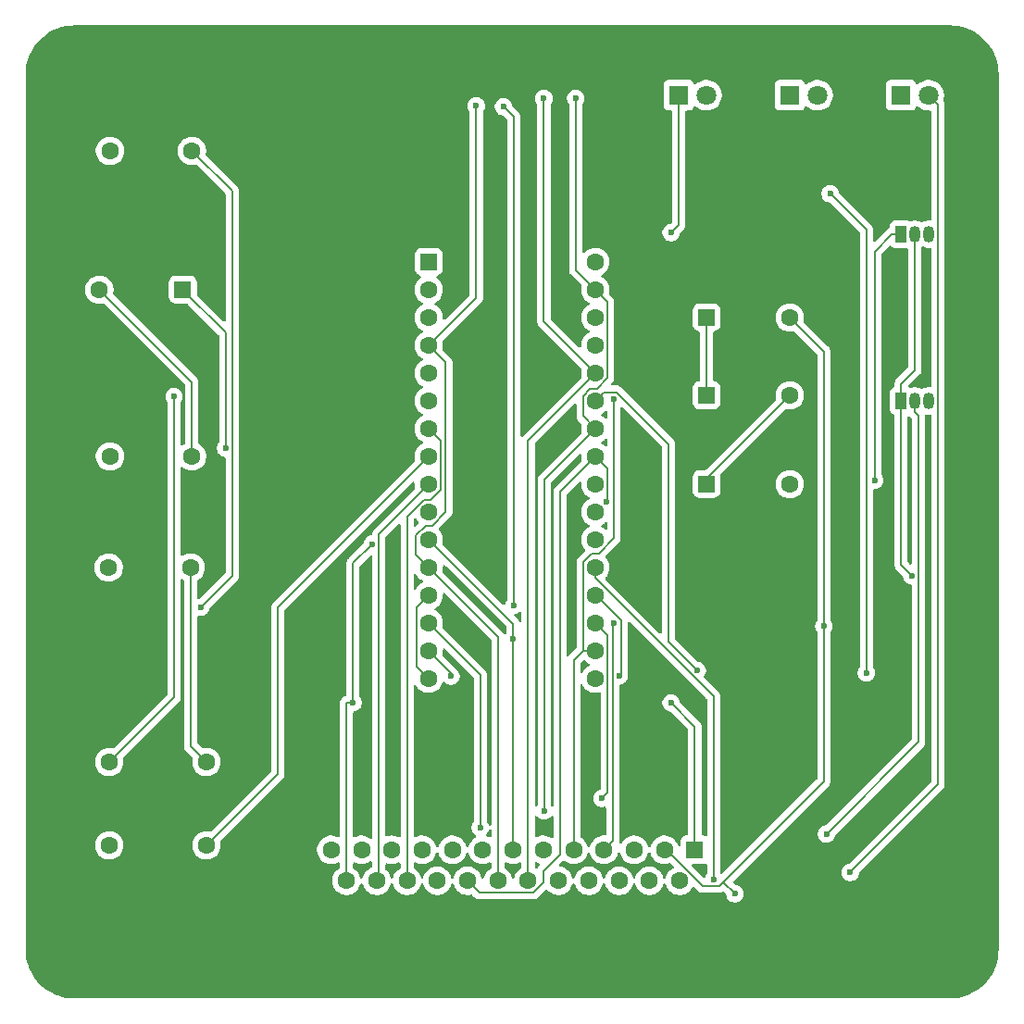
<source format=gbr>
%TF.GenerationSoftware,KiCad,Pcbnew,9.0.3-1.fc42*%
%TF.CreationDate,2025-08-02T14:35:42+08:00*%
%TF.ProjectId,art-coffee-coaster,6172742d-636f-4666-9665-652d636f6173,rev?*%
%TF.SameCoordinates,Original*%
%TF.FileFunction,Copper,L2,Bot*%
%TF.FilePolarity,Positive*%
%FSLAX46Y46*%
G04 Gerber Fmt 4.6, Leading zero omitted, Abs format (unit mm)*
G04 Created by KiCad (PCBNEW 9.0.3-1.fc42) date 2025-08-02 14:35:42*
%MOMM*%
%LPD*%
G01*
G04 APERTURE LIST*
G04 Aperture macros list*
%AMRoundRect*
0 Rectangle with rounded corners*
0 $1 Rounding radius*
0 $2 $3 $4 $5 $6 $7 $8 $9 X,Y pos of 4 corners*
0 Add a 4 corners polygon primitive as box body*
4,1,4,$2,$3,$4,$5,$6,$7,$8,$9,$2,$3,0*
0 Add four circle primitives for the rounded corners*
1,1,$1+$1,$2,$3*
1,1,$1+$1,$4,$5*
1,1,$1+$1,$6,$7*
1,1,$1+$1,$8,$9*
0 Add four rect primitives between the rounded corners*
20,1,$1+$1,$2,$3,$4,$5,0*
20,1,$1+$1,$4,$5,$6,$7,0*
20,1,$1+$1,$6,$7,$8,$9,0*
20,1,$1+$1,$8,$9,$2,$3,0*%
G04 Aperture macros list end*
%TA.AperFunction,ComponentPad*%
%ADD10RoundRect,0.250000X-0.550000X-0.550000X0.550000X-0.550000X0.550000X0.550000X-0.550000X0.550000X0*%
%TD*%
%TA.AperFunction,ComponentPad*%
%ADD11C,1.600000*%
%TD*%
%TA.AperFunction,ComponentPad*%
%ADD12R,1.800000X1.800000*%
%TD*%
%TA.AperFunction,ComponentPad*%
%ADD13C,1.800000*%
%TD*%
%TA.AperFunction,ComponentPad*%
%ADD14R,1.050000X1.500000*%
%TD*%
%TA.AperFunction,ComponentPad*%
%ADD15O,1.050000X1.500000*%
%TD*%
%TA.AperFunction,ComponentPad*%
%ADD16R,1.600000X1.600000*%
%TD*%
%TA.AperFunction,ComponentPad*%
%ADD17RoundRect,0.250000X0.550000X0.550000X-0.550000X0.550000X-0.550000X-0.550000X0.550000X-0.550000X0*%
%TD*%
%TA.AperFunction,ViaPad*%
%ADD18C,0.600000*%
%TD*%
%TA.AperFunction,Conductor*%
%ADD19C,0.200000*%
%TD*%
G04 APERTURE END LIST*
D10*
X124460000Y-73660000D03*
D11*
X124460000Y-76200000D03*
X124460000Y-78740000D03*
X124460000Y-81280000D03*
X124460000Y-83820000D03*
X124460000Y-86360000D03*
X124460000Y-88900000D03*
X124460000Y-91440000D03*
X124460000Y-93980000D03*
X124460000Y-96520000D03*
X124460000Y-99060000D03*
X124460000Y-101600000D03*
X124460000Y-104140000D03*
X124460000Y-106680000D03*
X124460000Y-109220000D03*
X124460000Y-111760000D03*
X139700000Y-111760000D03*
X139700000Y-109220000D03*
X139700000Y-106680000D03*
X139700000Y-104140000D03*
X139700000Y-101600000D03*
X139700000Y-99060000D03*
X139700000Y-96520000D03*
X139700000Y-93980000D03*
X139700000Y-91440000D03*
X139700000Y-88900000D03*
X139700000Y-86360000D03*
X139700000Y-83820000D03*
X139700000Y-81280000D03*
X139700000Y-78740000D03*
X139700000Y-76200000D03*
X139700000Y-73660000D03*
D10*
X149860000Y-93980000D03*
D11*
X157480000Y-93980000D03*
X95310000Y-91440000D03*
X102810000Y-91440000D03*
D12*
X147320000Y-58420000D03*
D13*
X149860000Y-58420000D03*
D14*
X167640000Y-86360000D03*
D15*
X168910000Y-86360000D03*
X170180000Y-86360000D03*
D14*
X167640000Y-71120000D03*
D15*
X168910000Y-71120000D03*
X170180000Y-71120000D03*
D11*
X95250000Y-127000000D03*
X95250000Y-119380000D03*
D12*
X167640000Y-58420000D03*
D13*
X170180000Y-58420000D03*
D10*
X149860000Y-85859000D03*
D11*
X157480000Y-85859000D03*
X95310000Y-63500000D03*
X102810000Y-63500000D03*
X95190700Y-101600000D03*
X102690700Y-101600000D03*
D10*
X149860000Y-78740000D03*
D11*
X157480000Y-78740000D03*
D16*
X148786700Y-127416800D03*
D11*
X146016700Y-127416800D03*
X143246700Y-127416800D03*
X140476700Y-127416800D03*
X137706700Y-127416800D03*
X134936700Y-127416800D03*
X132166700Y-127416800D03*
X129396700Y-127416800D03*
X126626700Y-127416800D03*
X123856700Y-127416800D03*
X121086700Y-127416800D03*
X118316700Y-127416800D03*
X115546700Y-127416800D03*
X147401700Y-130256800D03*
X144631700Y-130256800D03*
X141861700Y-130256800D03*
X139091700Y-130256800D03*
X136321700Y-130256800D03*
X133551700Y-130256800D03*
X130781700Y-130256800D03*
X128011700Y-130256800D03*
X125241700Y-130256800D03*
X122471700Y-130256800D03*
X119701700Y-130256800D03*
X116931700Y-130256800D03*
X104140000Y-127000000D03*
X104140000Y-119380000D03*
D12*
X157480000Y-58420000D03*
D13*
X160020000Y-58420000D03*
D17*
X101970000Y-76200000D03*
D11*
X94350000Y-76200000D03*
D18*
X162996200Y-129480000D03*
X152448300Y-131436000D03*
X160591600Y-106981100D03*
X131302800Y-59459200D03*
X132241000Y-105046300D03*
X141381000Y-106669900D03*
X129170700Y-125389300D03*
X103614500Y-105248700D03*
X168630800Y-102339000D03*
X101163700Y-85970900D03*
X105891500Y-90700200D03*
X134989000Y-58694600D03*
X150514100Y-130127700D03*
X146628900Y-113977800D03*
X160829000Y-125965000D03*
X126487900Y-111527600D03*
X132166700Y-108158400D03*
X165221900Y-93609900D03*
X137899800Y-58693500D03*
X135005900Y-123873100D03*
X149008700Y-111034000D03*
X140318400Y-122706900D03*
X141873300Y-111514400D03*
X141382200Y-86183700D03*
X164476900Y-111239000D03*
X161177400Y-67422600D03*
X128804500Y-59396700D03*
X119294200Y-99454700D03*
X117531900Y-113977800D03*
X140715400Y-95630500D03*
X146628900Y-70977700D03*
D19*
X171030400Y-121445800D02*
X171030400Y-59270400D01*
X171030400Y-59270400D02*
X170180000Y-58420000D01*
X162996200Y-129480000D02*
X171030400Y-121445800D01*
X104140000Y-119380000D02*
X102690700Y-117930700D01*
X160591600Y-121169500D02*
X151386700Y-130374400D01*
X146180200Y-127416800D02*
X149492800Y-130729400D01*
X149860000Y-85859000D02*
X149860000Y-78740000D01*
X151031700Y-130729400D02*
X151386700Y-130374400D01*
X160591600Y-106981100D02*
X160591600Y-121169500D01*
X160591600Y-106981100D02*
X160591600Y-81851600D01*
X149492800Y-130729400D02*
X151031700Y-130729400D01*
X160591600Y-81851600D02*
X157480000Y-78740000D01*
X146016700Y-127416800D02*
X146180200Y-127416800D01*
X102690700Y-117930700D02*
X102690700Y-101600000D01*
X152448300Y-131436000D02*
X151386700Y-130374400D01*
X141381000Y-106669900D02*
X141271600Y-106779300D01*
X123343700Y-105256300D02*
X124460000Y-104140000D01*
X124460000Y-111760000D02*
X123343700Y-110643700D01*
X141271600Y-126621900D02*
X140476700Y-127416800D01*
X132241000Y-105046300D02*
X132241000Y-60397400D01*
X141271600Y-106779300D02*
X141271600Y-126621900D01*
X123343700Y-110643700D02*
X123343700Y-105256300D01*
X132241000Y-60397400D02*
X131302800Y-59459200D01*
X102810000Y-84660000D02*
X94350000Y-76200000D01*
X102810000Y-91440000D02*
X102810000Y-84660000D01*
X129170700Y-111390700D02*
X124460000Y-106680000D01*
X106493300Y-102369900D02*
X103614500Y-105248700D01*
X102810000Y-63500000D02*
X106493300Y-67183300D01*
X106493300Y-67183300D02*
X106493300Y-102369900D01*
X129170700Y-125389300D02*
X129170700Y-111390700D01*
X125567500Y-94475600D02*
X124624800Y-95418300D01*
X123985100Y-95418300D02*
X122471700Y-96931700D01*
X168910000Y-83533500D02*
X168910000Y-71120000D01*
X168630800Y-102339000D02*
X167640000Y-101348200D01*
X167640000Y-84803500D02*
X168910000Y-83533500D01*
X124624800Y-95418300D02*
X123985100Y-95418300D01*
X167640000Y-86360000D02*
X167640000Y-84803500D01*
X124460000Y-88900000D02*
X125567500Y-90007500D01*
X122471700Y-96931700D02*
X122471700Y-130256800D01*
X125567500Y-90007500D02*
X125567500Y-94475600D01*
X167640000Y-101348200D02*
X167640000Y-86360000D01*
X110659800Y-120480200D02*
X104140000Y-127000000D01*
X124460000Y-91440000D02*
X110659800Y-105240200D01*
X110659800Y-105240200D02*
X110659800Y-120480200D01*
X95250000Y-119380000D02*
X101163700Y-113466300D01*
X101163700Y-113466300D02*
X101163700Y-85970900D01*
X105891500Y-80121500D02*
X105891500Y-90700200D01*
X101970000Y-76200000D02*
X105891500Y-80121500D01*
X134989000Y-58694600D02*
X134989000Y-79109000D01*
X133551700Y-89968300D02*
X133551700Y-130256800D01*
X139700000Y-83820000D02*
X133551700Y-89968300D01*
X134989000Y-79109000D02*
X139700000Y-83820000D01*
X150514100Y-113390200D02*
X150514100Y-130127700D01*
X139700000Y-102576100D02*
X150514100Y-113390200D01*
X139700000Y-101600000D02*
X139700000Y-102576100D01*
X168910000Y-86360000D02*
X168910000Y-87411700D01*
X124460000Y-109220000D02*
X126487900Y-111247900D01*
X126487900Y-111247900D02*
X126487900Y-111527600D01*
X148786700Y-116135600D02*
X148786700Y-127416800D01*
X169232500Y-117561500D02*
X169232500Y-87734200D01*
X146628900Y-113977800D02*
X148786700Y-116135600D01*
X169232500Y-87734200D02*
X168910000Y-87411700D01*
X160829000Y-125965000D02*
X169232500Y-117561500D01*
X124460000Y-99060000D02*
X132166700Y-106766700D01*
X132166700Y-106766700D02*
X132166700Y-108158400D01*
X132166700Y-108158400D02*
X132166700Y-127416800D01*
X167640000Y-71120000D02*
X166813300Y-71120000D01*
X119895900Y-98544100D02*
X124460000Y-93980000D01*
X119895900Y-130062600D02*
X119895900Y-98544100D01*
X165221900Y-72711400D02*
X166813300Y-71120000D01*
X165221900Y-93609900D02*
X165221900Y-72711400D01*
X119701700Y-130256800D02*
X119895900Y-130062600D01*
X139207500Y-85258300D02*
X138556200Y-85909600D01*
X138556200Y-85909600D02*
X138556200Y-87756200D01*
X139700000Y-76200000D02*
X140807300Y-77307300D01*
X139825800Y-85258300D02*
X139207500Y-85258300D01*
X137899800Y-58693500D02*
X137899800Y-74399800D01*
X137899800Y-74399800D02*
X139700000Y-76200000D01*
X140807300Y-77307300D02*
X140807300Y-84276800D01*
X135005900Y-123873100D02*
X135005900Y-93594100D01*
X140807300Y-84276800D02*
X139825800Y-85258300D01*
X138556200Y-87756200D02*
X139700000Y-88900000D01*
X135005900Y-93594100D02*
X139700000Y-88900000D01*
X146386200Y-90313700D02*
X146386200Y-108411500D01*
X146386200Y-108411500D02*
X149008700Y-111034000D01*
X139700000Y-86360000D02*
X140492700Y-85567300D01*
X141639800Y-85567300D02*
X146386200Y-90313700D01*
X140492700Y-85567300D02*
X141639800Y-85567300D01*
X139700000Y-106680000D02*
X140819500Y-107799500D01*
X140819500Y-107799500D02*
X140819500Y-122205800D01*
X140819500Y-122205800D02*
X140318400Y-122706900D01*
X139802700Y-104140000D02*
X142065500Y-106402800D01*
X142065500Y-106402800D02*
X142065500Y-111322200D01*
X139700000Y-104140000D02*
X139802700Y-104140000D01*
X142065500Y-111322200D02*
X141873300Y-111514400D01*
X138583600Y-101112100D02*
X139365700Y-100330000D01*
X137706700Y-110096900D02*
X138583600Y-109220000D01*
X138583600Y-109220000D02*
X139700000Y-109220000D01*
X138583600Y-109220000D02*
X138583600Y-101112100D01*
X141382200Y-98941100D02*
X141382200Y-86183700D01*
X137706700Y-127416800D02*
X137706700Y-110096900D01*
X139993300Y-100330000D02*
X141382200Y-98941100D01*
X139365700Y-100330000D02*
X139993300Y-100330000D01*
X161177400Y-67422600D02*
X164476900Y-70722100D01*
X164476900Y-70722100D02*
X164476900Y-111239000D01*
X124460000Y-101600000D02*
X130781700Y-107921700D01*
X130781700Y-107921700D02*
X130781700Y-130256800D01*
X123305300Y-98645500D02*
X123305300Y-100445300D01*
X128804500Y-59396700D02*
X128804500Y-76935500D01*
X124160800Y-97790000D02*
X123305300Y-98645500D01*
X124460000Y-81280000D02*
X126015400Y-82835400D01*
X124756700Y-97790000D02*
X124160800Y-97790000D01*
X126015400Y-96531300D02*
X124756700Y-97790000D01*
X123305300Y-100445300D02*
X124460000Y-101600000D01*
X128804500Y-76935500D02*
X124460000Y-81280000D01*
X126015400Y-82835400D02*
X126015400Y-96531300D01*
X117531900Y-101217000D02*
X117531900Y-113977800D01*
X116931700Y-113977800D02*
X116931700Y-130256800D01*
X119294200Y-99454700D02*
X117531900Y-101217000D01*
X117531900Y-113977800D02*
X116931700Y-113977800D01*
X136463300Y-94676700D02*
X136463300Y-127844600D01*
X140801700Y-92541700D02*
X140801700Y-95544200D01*
X140801700Y-95544200D02*
X140715400Y-95630500D01*
X134936800Y-129371100D02*
X134936800Y-130433300D01*
X136463300Y-127844600D02*
X134936800Y-129371100D01*
X139700000Y-91440000D02*
X136463300Y-94676700D01*
X134936800Y-130433300D02*
X134010600Y-131359500D01*
X129114400Y-131359500D02*
X128011700Y-130256800D01*
X139700000Y-91440000D02*
X140801700Y-92541700D01*
X134010600Y-131359500D02*
X129114400Y-131359500D01*
X149860000Y-93479000D02*
X157480000Y-85859000D01*
X149860000Y-93980000D02*
X149860000Y-93479000D01*
X147320000Y-70286600D02*
X146628900Y-70977700D01*
X147320000Y-58420000D02*
X147320000Y-70286600D01*
%TA.AperFunction,NonConductor*%
G36*
X172082702Y-52020617D02*
G01*
X172466771Y-52037386D01*
X172477506Y-52038326D01*
X172855971Y-52088152D01*
X172866597Y-52090025D01*
X173239284Y-52172648D01*
X173249710Y-52175442D01*
X173613765Y-52290227D01*
X173623911Y-52293920D01*
X173976578Y-52440000D01*
X173986369Y-52444566D01*
X174324942Y-52620816D01*
X174334310Y-52626224D01*
X174656244Y-52831318D01*
X174665105Y-52837523D01*
X174967930Y-53069889D01*
X174976217Y-53076843D01*
X175257635Y-53334715D01*
X175265284Y-53342364D01*
X175523156Y-53623782D01*
X175530110Y-53632069D01*
X175762476Y-53934894D01*
X175768681Y-53943755D01*
X175973775Y-54265689D01*
X175979183Y-54275057D01*
X176155430Y-54613623D01*
X176160002Y-54623427D01*
X176306075Y-54976078D01*
X176309775Y-54986244D01*
X176424554Y-55350278D01*
X176427354Y-55360727D01*
X176509971Y-55733389D01*
X176511849Y-55744042D01*
X176561671Y-56122473D01*
X176562614Y-56133249D01*
X176579382Y-56517297D01*
X176579500Y-56522706D01*
X176579500Y-136517293D01*
X176579382Y-136522702D01*
X176562614Y-136906750D01*
X176561671Y-136917526D01*
X176511849Y-137295957D01*
X176509971Y-137306610D01*
X176427354Y-137679272D01*
X176424554Y-137689721D01*
X176309775Y-138053755D01*
X176306075Y-138063921D01*
X176160002Y-138416572D01*
X176155430Y-138426376D01*
X175979183Y-138764942D01*
X175973775Y-138774310D01*
X175768681Y-139096244D01*
X175762476Y-139105105D01*
X175530110Y-139407930D01*
X175523156Y-139416217D01*
X175265284Y-139697635D01*
X175257635Y-139705284D01*
X174976217Y-139963156D01*
X174967930Y-139970110D01*
X174665105Y-140202476D01*
X174656244Y-140208681D01*
X174334310Y-140413775D01*
X174324942Y-140419183D01*
X173986376Y-140595430D01*
X173976572Y-140600002D01*
X173623921Y-140746075D01*
X173613755Y-140749775D01*
X173249721Y-140864554D01*
X173239272Y-140867354D01*
X172866610Y-140949971D01*
X172855957Y-140951849D01*
X172477526Y-141001671D01*
X172466750Y-141002614D01*
X172082703Y-141019382D01*
X172077294Y-141019500D01*
X92082706Y-141019500D01*
X92077297Y-141019382D01*
X91693249Y-141002614D01*
X91682473Y-141001671D01*
X91304042Y-140951849D01*
X91293389Y-140949971D01*
X90920727Y-140867354D01*
X90910278Y-140864554D01*
X90546244Y-140749775D01*
X90536078Y-140746075D01*
X90183427Y-140600002D01*
X90173623Y-140595430D01*
X89835057Y-140419183D01*
X89825689Y-140413775D01*
X89503755Y-140208681D01*
X89494894Y-140202476D01*
X89192069Y-139970110D01*
X89183782Y-139963156D01*
X88902364Y-139705284D01*
X88894715Y-139697635D01*
X88636843Y-139416217D01*
X88629889Y-139407930D01*
X88397523Y-139105105D01*
X88391318Y-139096244D01*
X88186224Y-138774310D01*
X88180816Y-138764942D01*
X88004569Y-138426376D01*
X87999997Y-138416572D01*
X87853924Y-138063921D01*
X87850224Y-138053755D01*
X87735442Y-137689710D01*
X87732648Y-137679284D01*
X87650025Y-137306597D01*
X87648152Y-137295971D01*
X87598326Y-136917506D01*
X87597386Y-136906771D01*
X87580618Y-136522702D01*
X87580500Y-136517293D01*
X87580500Y-126897648D01*
X93949500Y-126897648D01*
X93949500Y-127102351D01*
X93981522Y-127304534D01*
X94044781Y-127499223D01*
X94054936Y-127519152D01*
X94124520Y-127655718D01*
X94137715Y-127681613D01*
X94258028Y-127847213D01*
X94402786Y-127991971D01*
X94549290Y-128098410D01*
X94568390Y-128112287D01*
X94684607Y-128171503D01*
X94750776Y-128205218D01*
X94750778Y-128205218D01*
X94750781Y-128205220D01*
X94855137Y-128239127D01*
X94945465Y-128268477D01*
X95046557Y-128284488D01*
X95147648Y-128300500D01*
X95147649Y-128300500D01*
X95352351Y-128300500D01*
X95352352Y-128300500D01*
X95554534Y-128268477D01*
X95749219Y-128205220D01*
X95931610Y-128112287D01*
X96024590Y-128044732D01*
X96097213Y-127991971D01*
X96097215Y-127991968D01*
X96097219Y-127991966D01*
X96241966Y-127847219D01*
X96241968Y-127847215D01*
X96241971Y-127847213D01*
X96350054Y-127698447D01*
X96362287Y-127681610D01*
X96455220Y-127499219D01*
X96518477Y-127304534D01*
X96550500Y-127102352D01*
X96550500Y-126897648D01*
X102839500Y-126897648D01*
X102839500Y-127102351D01*
X102871522Y-127304534D01*
X102934781Y-127499223D01*
X102944936Y-127519152D01*
X103014520Y-127655718D01*
X103027715Y-127681613D01*
X103148028Y-127847213D01*
X103292786Y-127991971D01*
X103439290Y-128098410D01*
X103458390Y-128112287D01*
X103574607Y-128171503D01*
X103640776Y-128205218D01*
X103640778Y-128205218D01*
X103640781Y-128205220D01*
X103745137Y-128239127D01*
X103835465Y-128268477D01*
X103936557Y-128284488D01*
X104037648Y-128300500D01*
X104037649Y-128300500D01*
X104242351Y-128300500D01*
X104242352Y-128300500D01*
X104444534Y-128268477D01*
X104639219Y-128205220D01*
X104821610Y-128112287D01*
X104914590Y-128044732D01*
X104987213Y-127991971D01*
X104987215Y-127991968D01*
X104987219Y-127991966D01*
X105131966Y-127847219D01*
X105131968Y-127847215D01*
X105131971Y-127847213D01*
X105240054Y-127698447D01*
X105252287Y-127681610D01*
X105345220Y-127499219D01*
X105408477Y-127304534D01*
X105440500Y-127102352D01*
X105440500Y-126897648D01*
X105424740Y-126798144D01*
X105408478Y-126695472D01*
X105408477Y-126695471D01*
X105408477Y-126695466D01*
X105403825Y-126681151D01*
X105401832Y-126611312D01*
X105434075Y-126555158D01*
X111140320Y-120848916D01*
X111219377Y-120711984D01*
X111260301Y-120559257D01*
X111260301Y-120401142D01*
X111260301Y-120393547D01*
X111260300Y-120393529D01*
X111260300Y-105540296D01*
X111279985Y-105473257D01*
X111296614Y-105452620D01*
X122947819Y-93801414D01*
X123009142Y-93767930D01*
X123078834Y-93772914D01*
X123134767Y-93814786D01*
X123159184Y-93880250D01*
X123159500Y-93889096D01*
X123159500Y-94082351D01*
X123191522Y-94284534D01*
X123196173Y-94298848D01*
X123198165Y-94368690D01*
X123165921Y-94424842D01*
X119527186Y-98063578D01*
X119415381Y-98175382D01*
X119415375Y-98175390D01*
X119365380Y-98261986D01*
X119365380Y-98261987D01*
X119336323Y-98312315D01*
X119295399Y-98465043D01*
X119295399Y-98465045D01*
X119295399Y-98536514D01*
X119275714Y-98603553D01*
X119222910Y-98649308D01*
X119195591Y-98658131D01*
X119060708Y-98684961D01*
X119060698Y-98684964D01*
X118915027Y-98745302D01*
X118915014Y-98745309D01*
X118783911Y-98832910D01*
X118783907Y-98832913D01*
X118672413Y-98944407D01*
X118672410Y-98944411D01*
X118584809Y-99075514D01*
X118584802Y-99075527D01*
X118524464Y-99221198D01*
X118524461Y-99221208D01*
X118493562Y-99376548D01*
X118461177Y-99438459D01*
X118459626Y-99440037D01*
X117166259Y-100733404D01*
X117166252Y-100733411D01*
X117163186Y-100736478D01*
X117163184Y-100736480D01*
X117051380Y-100848284D01*
X117027540Y-100889577D01*
X116972323Y-100985215D01*
X116931399Y-101137943D01*
X116931399Y-101137945D01*
X116931399Y-101306046D01*
X116931400Y-101306059D01*
X116931400Y-113261048D01*
X116911715Y-113328087D01*
X116858911Y-113373842D01*
X116839494Y-113380823D01*
X116699914Y-113418223D01*
X116699909Y-113418226D01*
X116562990Y-113497275D01*
X116562982Y-113497281D01*
X116451181Y-113609082D01*
X116451175Y-113609090D01*
X116372126Y-113746009D01*
X116372123Y-113746016D01*
X116331200Y-113898743D01*
X116331200Y-126154588D01*
X116311515Y-126221627D01*
X116258711Y-126267382D01*
X116189553Y-126277326D01*
X116150905Y-126265073D01*
X116045923Y-126211581D01*
X115851234Y-126148322D01*
X115676695Y-126120678D01*
X115649052Y-126116300D01*
X115444348Y-126116300D01*
X115420029Y-126120151D01*
X115242165Y-126148322D01*
X115047476Y-126211581D01*
X114865086Y-126304515D01*
X114699486Y-126424828D01*
X114554728Y-126569586D01*
X114434415Y-126735186D01*
X114341481Y-126917576D01*
X114278222Y-127112265D01*
X114246200Y-127314448D01*
X114246200Y-127519151D01*
X114278222Y-127721334D01*
X114341481Y-127916023D01*
X114434415Y-128098413D01*
X114554728Y-128264013D01*
X114699486Y-128408771D01*
X114823316Y-128498737D01*
X114865090Y-128529087D01*
X114968753Y-128581906D01*
X115047476Y-128622018D01*
X115047478Y-128622018D01*
X115047481Y-128622020D01*
X115134527Y-128650303D01*
X115242165Y-128685277D01*
X115310233Y-128696058D01*
X115444348Y-128717300D01*
X115444349Y-128717300D01*
X115649051Y-128717300D01*
X115649052Y-128717300D01*
X115851234Y-128685277D01*
X116045919Y-128622020D01*
X116150905Y-128568526D01*
X116219573Y-128555630D01*
X116284314Y-128581906D01*
X116324571Y-128639012D01*
X116331200Y-128679011D01*
X116331200Y-129027197D01*
X116311515Y-129094236D01*
X116263500Y-129137679D01*
X116250089Y-129144512D01*
X116084486Y-129264828D01*
X115939728Y-129409586D01*
X115819415Y-129575186D01*
X115726481Y-129757576D01*
X115663222Y-129952265D01*
X115631200Y-130154448D01*
X115631200Y-130359151D01*
X115663222Y-130561334D01*
X115726481Y-130756023D01*
X115766616Y-130834791D01*
X115812940Y-130925707D01*
X115819415Y-130938413D01*
X115939728Y-131104013D01*
X116084486Y-131248771D01*
X116233664Y-131357153D01*
X116250090Y-131369087D01*
X116366307Y-131428303D01*
X116432476Y-131462018D01*
X116432478Y-131462018D01*
X116432481Y-131462020D01*
X116502391Y-131484735D01*
X116627165Y-131525277D01*
X116655255Y-131529726D01*
X116829348Y-131557300D01*
X116829349Y-131557300D01*
X117034051Y-131557300D01*
X117034052Y-131557300D01*
X117236234Y-131525277D01*
X117430919Y-131462020D01*
X117613310Y-131369087D01*
X117725964Y-131287240D01*
X117778913Y-131248771D01*
X117778919Y-131248766D01*
X117825187Y-131202498D01*
X117923666Y-131104019D01*
X117923668Y-131104015D01*
X117923671Y-131104013D01*
X117976432Y-131031390D01*
X118043987Y-130938410D01*
X118136920Y-130756019D01*
X118198769Y-130565668D01*
X118238207Y-130507993D01*
X118302566Y-130480795D01*
X118371412Y-130492710D01*
X118422888Y-130539954D01*
X118434631Y-130565668D01*
X118496481Y-130756023D01*
X118536616Y-130834791D01*
X118582940Y-130925707D01*
X118589415Y-130938413D01*
X118709728Y-131104013D01*
X118854486Y-131248771D01*
X119003664Y-131357153D01*
X119020090Y-131369087D01*
X119136307Y-131428303D01*
X119202476Y-131462018D01*
X119202478Y-131462018D01*
X119202481Y-131462020D01*
X119272391Y-131484735D01*
X119397165Y-131525277D01*
X119425255Y-131529726D01*
X119599348Y-131557300D01*
X119599349Y-131557300D01*
X119804051Y-131557300D01*
X119804052Y-131557300D01*
X120006234Y-131525277D01*
X120200919Y-131462020D01*
X120383310Y-131369087D01*
X120495964Y-131287240D01*
X120548913Y-131248771D01*
X120548919Y-131248766D01*
X120595187Y-131202498D01*
X120693666Y-131104019D01*
X120693668Y-131104015D01*
X120693671Y-131104013D01*
X120746432Y-131031390D01*
X120813987Y-130938410D01*
X120906920Y-130756019D01*
X120968769Y-130565668D01*
X121008207Y-130507993D01*
X121072566Y-130480795D01*
X121141412Y-130492710D01*
X121192888Y-130539954D01*
X121204631Y-130565668D01*
X121266481Y-130756023D01*
X121306616Y-130834791D01*
X121352940Y-130925707D01*
X121359415Y-130938413D01*
X121479728Y-131104013D01*
X121624486Y-131248771D01*
X121773664Y-131357153D01*
X121790090Y-131369087D01*
X121906307Y-131428303D01*
X121972476Y-131462018D01*
X121972478Y-131462018D01*
X121972481Y-131462020D01*
X122042391Y-131484735D01*
X122167165Y-131525277D01*
X122195255Y-131529726D01*
X122369348Y-131557300D01*
X122369349Y-131557300D01*
X122574051Y-131557300D01*
X122574052Y-131557300D01*
X122776234Y-131525277D01*
X122970919Y-131462020D01*
X123153310Y-131369087D01*
X123265964Y-131287240D01*
X123318913Y-131248771D01*
X123318919Y-131248766D01*
X123365187Y-131202498D01*
X123463666Y-131104019D01*
X123463668Y-131104015D01*
X123463671Y-131104013D01*
X123516432Y-131031390D01*
X123583987Y-130938410D01*
X123676920Y-130756019D01*
X123738769Y-130565668D01*
X123778207Y-130507993D01*
X123842566Y-130480795D01*
X123911412Y-130492710D01*
X123962888Y-130539954D01*
X123974631Y-130565668D01*
X124036481Y-130756023D01*
X124076616Y-130834791D01*
X124122940Y-130925707D01*
X124129415Y-130938413D01*
X124249728Y-131104013D01*
X124394486Y-131248771D01*
X124543664Y-131357153D01*
X124560090Y-131369087D01*
X124676307Y-131428303D01*
X124742476Y-131462018D01*
X124742478Y-131462018D01*
X124742481Y-131462020D01*
X124812391Y-131484735D01*
X124937165Y-131525277D01*
X124965255Y-131529726D01*
X125139348Y-131557300D01*
X125139349Y-131557300D01*
X125344051Y-131557300D01*
X125344052Y-131557300D01*
X125546234Y-131525277D01*
X125740919Y-131462020D01*
X125923310Y-131369087D01*
X126035964Y-131287240D01*
X126088913Y-131248771D01*
X126088919Y-131248766D01*
X126135187Y-131202498D01*
X126233666Y-131104019D01*
X126233668Y-131104015D01*
X126233671Y-131104013D01*
X126286432Y-131031390D01*
X126353987Y-130938410D01*
X126446920Y-130756019D01*
X126508769Y-130565668D01*
X126548207Y-130507993D01*
X126612566Y-130480795D01*
X126681412Y-130492710D01*
X126732888Y-130539954D01*
X126744631Y-130565668D01*
X126806481Y-130756023D01*
X126846616Y-130834791D01*
X126892940Y-130925707D01*
X126899415Y-130938413D01*
X127019728Y-131104013D01*
X127164486Y-131248771D01*
X127313664Y-131357153D01*
X127330090Y-131369087D01*
X127446307Y-131428303D01*
X127512476Y-131462018D01*
X127512478Y-131462018D01*
X127512481Y-131462020D01*
X127582391Y-131484735D01*
X127707165Y-131525277D01*
X127735255Y-131529726D01*
X127909348Y-131557300D01*
X127909349Y-131557300D01*
X128114051Y-131557300D01*
X128114052Y-131557300D01*
X128316234Y-131525277D01*
X128330542Y-131520627D01*
X128345754Y-131520192D01*
X128360015Y-131514874D01*
X128379968Y-131519214D01*
X128400382Y-131518631D01*
X128414469Y-131526720D01*
X128428288Y-131529726D01*
X128456542Y-131550877D01*
X128629539Y-131723874D01*
X128629549Y-131723885D01*
X128633879Y-131728215D01*
X128633880Y-131728216D01*
X128745684Y-131840020D01*
X128832495Y-131890139D01*
X128832497Y-131890141D01*
X128882613Y-131919076D01*
X128882615Y-131919077D01*
X129035342Y-131960000D01*
X129035343Y-131960000D01*
X133923931Y-131960000D01*
X133923947Y-131960001D01*
X133931543Y-131960001D01*
X134089654Y-131960001D01*
X134089657Y-131960001D01*
X134242385Y-131919077D01*
X134292504Y-131890139D01*
X134379316Y-131840020D01*
X134491120Y-131728216D01*
X134491120Y-131728214D01*
X134501328Y-131718007D01*
X134501329Y-131718004D01*
X135136844Y-131082489D01*
X135198166Y-131049006D01*
X135267858Y-131053990D01*
X135323791Y-131095862D01*
X135324839Y-131097283D01*
X135329728Y-131104012D01*
X135329735Y-131104020D01*
X135474486Y-131248771D01*
X135623664Y-131357153D01*
X135640090Y-131369087D01*
X135756307Y-131428303D01*
X135822476Y-131462018D01*
X135822478Y-131462018D01*
X135822481Y-131462020D01*
X135892391Y-131484735D01*
X136017165Y-131525277D01*
X136045255Y-131529726D01*
X136219348Y-131557300D01*
X136219349Y-131557300D01*
X136424051Y-131557300D01*
X136424052Y-131557300D01*
X136626234Y-131525277D01*
X136820919Y-131462020D01*
X137003310Y-131369087D01*
X137115964Y-131287240D01*
X137168913Y-131248771D01*
X137168919Y-131248766D01*
X137215187Y-131202498D01*
X137313666Y-131104019D01*
X137313668Y-131104015D01*
X137313671Y-131104013D01*
X137366432Y-131031390D01*
X137433987Y-130938410D01*
X137526920Y-130756019D01*
X137588769Y-130565668D01*
X137628207Y-130507993D01*
X137692566Y-130480795D01*
X137761412Y-130492710D01*
X137812888Y-130539954D01*
X137824631Y-130565668D01*
X137886481Y-130756023D01*
X137926616Y-130834791D01*
X137972940Y-130925707D01*
X137979415Y-130938413D01*
X138099728Y-131104013D01*
X138244486Y-131248771D01*
X138393664Y-131357153D01*
X138410090Y-131369087D01*
X138526307Y-131428303D01*
X138592476Y-131462018D01*
X138592478Y-131462018D01*
X138592481Y-131462020D01*
X138662391Y-131484735D01*
X138787165Y-131525277D01*
X138815255Y-131529726D01*
X138989348Y-131557300D01*
X138989349Y-131557300D01*
X139194051Y-131557300D01*
X139194052Y-131557300D01*
X139396234Y-131525277D01*
X139590919Y-131462020D01*
X139773310Y-131369087D01*
X139885964Y-131287240D01*
X139938913Y-131248771D01*
X139938919Y-131248766D01*
X139985187Y-131202498D01*
X140083666Y-131104019D01*
X140083668Y-131104015D01*
X140083671Y-131104013D01*
X140136432Y-131031390D01*
X140203987Y-130938410D01*
X140296920Y-130756019D01*
X140358769Y-130565668D01*
X140398207Y-130507993D01*
X140462566Y-130480795D01*
X140531412Y-130492710D01*
X140582888Y-130539954D01*
X140594631Y-130565668D01*
X140656481Y-130756023D01*
X140696616Y-130834791D01*
X140742940Y-130925707D01*
X140749415Y-130938413D01*
X140869728Y-131104013D01*
X141014486Y-131248771D01*
X141163664Y-131357153D01*
X141180090Y-131369087D01*
X141296307Y-131428303D01*
X141362476Y-131462018D01*
X141362478Y-131462018D01*
X141362481Y-131462020D01*
X141432391Y-131484735D01*
X141557165Y-131525277D01*
X141585255Y-131529726D01*
X141759348Y-131557300D01*
X141759349Y-131557300D01*
X141964051Y-131557300D01*
X141964052Y-131557300D01*
X142166234Y-131525277D01*
X142360919Y-131462020D01*
X142543310Y-131369087D01*
X142655964Y-131287240D01*
X142708913Y-131248771D01*
X142708919Y-131248766D01*
X142755187Y-131202498D01*
X142853666Y-131104019D01*
X142853668Y-131104015D01*
X142853671Y-131104013D01*
X142906432Y-131031390D01*
X142973987Y-130938410D01*
X143066920Y-130756019D01*
X143128769Y-130565668D01*
X143168207Y-130507993D01*
X143232566Y-130480795D01*
X143301412Y-130492710D01*
X143352888Y-130539954D01*
X143364631Y-130565668D01*
X143426481Y-130756023D01*
X143466616Y-130834791D01*
X143512940Y-130925707D01*
X143519415Y-130938413D01*
X143639728Y-131104013D01*
X143784486Y-131248771D01*
X143933664Y-131357153D01*
X143950090Y-131369087D01*
X144066307Y-131428303D01*
X144132476Y-131462018D01*
X144132478Y-131462018D01*
X144132481Y-131462020D01*
X144202391Y-131484735D01*
X144327165Y-131525277D01*
X144355255Y-131529726D01*
X144529348Y-131557300D01*
X144529349Y-131557300D01*
X144734051Y-131557300D01*
X144734052Y-131557300D01*
X144936234Y-131525277D01*
X145130919Y-131462020D01*
X145313310Y-131369087D01*
X145425964Y-131287240D01*
X145478913Y-131248771D01*
X145478919Y-131248766D01*
X145525187Y-131202498D01*
X145623666Y-131104019D01*
X145623668Y-131104015D01*
X145623671Y-131104013D01*
X145676432Y-131031390D01*
X145743987Y-130938410D01*
X145836920Y-130756019D01*
X145898769Y-130565668D01*
X145938207Y-130507993D01*
X146002566Y-130480795D01*
X146071412Y-130492710D01*
X146122888Y-130539954D01*
X146134631Y-130565668D01*
X146196481Y-130756023D01*
X146236616Y-130834791D01*
X146282940Y-130925707D01*
X146289415Y-130938413D01*
X146409728Y-131104013D01*
X146554486Y-131248771D01*
X146703664Y-131357153D01*
X146720090Y-131369087D01*
X146836307Y-131428303D01*
X146902476Y-131462018D01*
X146902478Y-131462018D01*
X146902481Y-131462020D01*
X146972391Y-131484735D01*
X147097165Y-131525277D01*
X147125255Y-131529726D01*
X147299348Y-131557300D01*
X147299349Y-131557300D01*
X147504051Y-131557300D01*
X147504052Y-131557300D01*
X147706234Y-131525277D01*
X147900919Y-131462020D01*
X148083310Y-131369087D01*
X148195964Y-131287240D01*
X148248913Y-131248771D01*
X148248919Y-131248766D01*
X148295187Y-131202498D01*
X148393666Y-131104019D01*
X148393668Y-131104015D01*
X148393671Y-131104013D01*
X148513984Y-130938414D01*
X148513985Y-130938413D01*
X148513987Y-130938410D01*
X148550792Y-130866175D01*
X148598763Y-130815382D01*
X148666584Y-130798586D01*
X148732719Y-130821122D01*
X148748956Y-130834791D01*
X149007939Y-131093774D01*
X149007949Y-131093785D01*
X149012279Y-131098115D01*
X149012280Y-131098116D01*
X149124084Y-131209920D01*
X149191368Y-131248766D01*
X149261015Y-131288977D01*
X149413743Y-131329901D01*
X149413746Y-131329901D01*
X149579453Y-131329901D01*
X149579469Y-131329900D01*
X150945031Y-131329900D01*
X150945047Y-131329901D01*
X150952643Y-131329901D01*
X151110754Y-131329901D01*
X151110757Y-131329901D01*
X151263485Y-131288977D01*
X151300625Y-131267534D01*
X151327689Y-131260967D01*
X151353778Y-131251237D01*
X151361168Y-131252844D01*
X151368521Y-131251061D01*
X151394840Y-131260169D01*
X151422051Y-131266089D01*
X151430740Y-131272593D01*
X151434549Y-131273912D01*
X151450305Y-131287240D01*
X151613725Y-131450660D01*
X151647210Y-131511983D01*
X151647661Y-131514149D01*
X151678561Y-131669491D01*
X151678564Y-131669501D01*
X151738902Y-131815172D01*
X151738909Y-131815185D01*
X151826510Y-131946288D01*
X151826513Y-131946292D01*
X151938007Y-132057786D01*
X151938011Y-132057789D01*
X152069114Y-132145390D01*
X152069127Y-132145397D01*
X152214798Y-132205735D01*
X152214803Y-132205737D01*
X152369453Y-132236499D01*
X152369456Y-132236500D01*
X152369458Y-132236500D01*
X152527144Y-132236500D01*
X152527145Y-132236499D01*
X152681797Y-132205737D01*
X152827479Y-132145394D01*
X152958589Y-132057789D01*
X153070089Y-131946289D01*
X153157694Y-131815179D01*
X153218037Y-131669497D01*
X153248800Y-131514842D01*
X153248800Y-131357158D01*
X153248800Y-131357155D01*
X153248799Y-131357153D01*
X153235238Y-131288977D01*
X153218037Y-131202503D01*
X153218035Y-131202498D01*
X153157697Y-131056827D01*
X153157690Y-131056814D01*
X153070089Y-130925711D01*
X153070086Y-130925707D01*
X152958592Y-130814213D01*
X152958588Y-130814210D01*
X152827485Y-130726609D01*
X152827472Y-130726602D01*
X152681801Y-130666264D01*
X152681791Y-130666261D01*
X152526449Y-130635361D01*
X152509692Y-130626595D01*
X152491214Y-130622576D01*
X152466177Y-130603833D01*
X152464538Y-130602976D01*
X152462960Y-130601425D01*
X152323615Y-130462080D01*
X152290130Y-130400757D01*
X152295114Y-130331065D01*
X152323611Y-130286723D01*
X156724180Y-125886153D01*
X160028500Y-125886153D01*
X160028500Y-126043846D01*
X160059261Y-126198489D01*
X160059264Y-126198501D01*
X160119602Y-126344172D01*
X160119609Y-126344185D01*
X160207210Y-126475288D01*
X160207213Y-126475292D01*
X160318707Y-126586786D01*
X160318711Y-126586789D01*
X160449814Y-126674390D01*
X160449827Y-126674397D01*
X160558512Y-126719415D01*
X160595503Y-126734737D01*
X160750153Y-126765499D01*
X160750156Y-126765500D01*
X160750158Y-126765500D01*
X160907844Y-126765500D01*
X160907845Y-126765499D01*
X161062497Y-126734737D01*
X161208179Y-126674394D01*
X161339289Y-126586789D01*
X161450789Y-126475289D01*
X161538394Y-126344179D01*
X161598737Y-126198497D01*
X161624608Y-126068437D01*
X161629638Y-126043150D01*
X161662023Y-125981239D01*
X161663518Y-125979716D01*
X169713020Y-117930216D01*
X169792077Y-117793284D01*
X169833001Y-117640557D01*
X169833001Y-117482442D01*
X169833001Y-117474847D01*
X169833000Y-117474829D01*
X169833000Y-87823258D01*
X169833000Y-87813259D01*
X169833001Y-87813257D01*
X169833001Y-87712662D01*
X169852686Y-87645623D01*
X169905491Y-87599868D01*
X169966852Y-87591046D01*
X169974648Y-87589925D01*
X169974649Y-87589925D01*
X169981192Y-87591046D01*
X170078992Y-87610499D01*
X170078996Y-87610500D01*
X170078997Y-87610500D01*
X170281005Y-87610500D01*
X170281704Y-87610361D01*
X170282077Y-87610394D01*
X170287068Y-87609903D01*
X170287161Y-87610849D01*
X170351296Y-87616585D01*
X170406475Y-87659446D01*
X170429722Y-87725335D01*
X170429900Y-87731977D01*
X170429900Y-121145702D01*
X170410215Y-121212741D01*
X170393581Y-121233383D01*
X162981539Y-128645425D01*
X162920216Y-128678910D01*
X162918050Y-128679361D01*
X162762708Y-128710261D01*
X162762698Y-128710264D01*
X162617027Y-128770602D01*
X162617014Y-128770609D01*
X162485911Y-128858210D01*
X162485907Y-128858213D01*
X162374413Y-128969707D01*
X162374410Y-128969711D01*
X162286809Y-129100814D01*
X162286802Y-129100827D01*
X162226464Y-129246498D01*
X162226461Y-129246510D01*
X162195700Y-129401153D01*
X162195700Y-129558846D01*
X162226461Y-129713489D01*
X162226464Y-129713501D01*
X162286802Y-129859172D01*
X162286809Y-129859185D01*
X162374410Y-129990288D01*
X162374413Y-129990292D01*
X162485907Y-130101786D01*
X162485911Y-130101789D01*
X162617014Y-130189390D01*
X162617027Y-130189397D01*
X162762698Y-130249735D01*
X162762703Y-130249737D01*
X162917353Y-130280499D01*
X162917356Y-130280500D01*
X162917358Y-130280500D01*
X163075044Y-130280500D01*
X163075045Y-130280499D01*
X163229697Y-130249737D01*
X163375379Y-130189394D01*
X163506489Y-130101789D01*
X163617989Y-129990289D01*
X163705594Y-129859179D01*
X163765937Y-129713497D01*
X163785712Y-129614084D01*
X163796838Y-129558150D01*
X163829223Y-129496239D01*
X163830718Y-129494716D01*
X171510920Y-121814516D01*
X171589977Y-121677584D01*
X171630901Y-121524857D01*
X171630901Y-121366742D01*
X171630901Y-121359147D01*
X171630900Y-121359129D01*
X171630900Y-59191346D01*
X171630900Y-59191343D01*
X171608909Y-59109269D01*
X171589977Y-59038615D01*
X171543206Y-58957606D01*
X171529016Y-58933029D01*
X171512544Y-58865130D01*
X171518471Y-58832721D01*
X171546015Y-58747951D01*
X171580500Y-58530222D01*
X171580500Y-58309778D01*
X171546015Y-58092049D01*
X171491337Y-57923764D01*
X171477896Y-57882396D01*
X171477895Y-57882393D01*
X171443237Y-57814375D01*
X171377815Y-57685978D01*
X171272985Y-57541691D01*
X171248247Y-57507641D01*
X171248243Y-57507636D01*
X171092363Y-57351756D01*
X171092358Y-57351752D01*
X170914025Y-57222187D01*
X170914024Y-57222186D01*
X170914022Y-57222185D01*
X170796791Y-57162452D01*
X170717606Y-57122104D01*
X170717603Y-57122103D01*
X170507952Y-57053985D01*
X170399086Y-57036742D01*
X170290222Y-57019500D01*
X170069778Y-57019500D01*
X169997201Y-57030995D01*
X169852047Y-57053985D01*
X169642396Y-57122103D01*
X169642393Y-57122104D01*
X169445974Y-57222187D01*
X169267641Y-57351752D01*
X169267636Y-57351756D01*
X169217463Y-57401929D01*
X169156140Y-57435413D01*
X169086448Y-57430428D01*
X169030515Y-57388557D01*
X169013601Y-57357580D01*
X168983797Y-57277671D01*
X168983793Y-57277664D01*
X168897547Y-57162455D01*
X168897544Y-57162452D01*
X168782335Y-57076206D01*
X168782328Y-57076202D01*
X168647482Y-57025908D01*
X168647483Y-57025908D01*
X168587883Y-57019501D01*
X168587881Y-57019500D01*
X168587873Y-57019500D01*
X168587864Y-57019500D01*
X166692129Y-57019500D01*
X166692123Y-57019501D01*
X166632516Y-57025908D01*
X166497671Y-57076202D01*
X166497664Y-57076206D01*
X166382455Y-57162452D01*
X166382452Y-57162455D01*
X166296206Y-57277664D01*
X166296202Y-57277671D01*
X166245908Y-57412517D01*
X166239501Y-57472116D01*
X166239500Y-57472135D01*
X166239500Y-59367870D01*
X166239501Y-59367876D01*
X166245908Y-59427483D01*
X166296202Y-59562328D01*
X166296206Y-59562335D01*
X166382452Y-59677544D01*
X166382455Y-59677547D01*
X166497664Y-59763793D01*
X166497671Y-59763797D01*
X166632517Y-59814091D01*
X166632516Y-59814091D01*
X166639444Y-59814835D01*
X166692127Y-59820500D01*
X168587872Y-59820499D01*
X168647483Y-59814091D01*
X168782331Y-59763796D01*
X168897546Y-59677546D01*
X168983796Y-59562331D01*
X169011429Y-59488243D01*
X169013601Y-59482420D01*
X169055471Y-59426486D01*
X169120936Y-59402068D01*
X169189209Y-59416919D01*
X169217464Y-59438071D01*
X169267636Y-59488243D01*
X169267641Y-59488247D01*
X169369603Y-59562326D01*
X169445978Y-59617815D01*
X169574375Y-59683237D01*
X169642393Y-59717895D01*
X169642396Y-59717896D01*
X169747221Y-59751955D01*
X169852049Y-59786015D01*
X170069778Y-59820500D01*
X170069779Y-59820500D01*
X170290222Y-59820500D01*
X170295073Y-59820118D01*
X170295238Y-59822218D01*
X170355791Y-59830042D01*
X170409245Y-59875036D01*
X170429887Y-59941786D01*
X170429900Y-59943562D01*
X170429900Y-69748022D01*
X170410215Y-69815061D01*
X170357411Y-69860816D01*
X170288253Y-69870760D01*
X170281725Y-69869643D01*
X170281007Y-69869500D01*
X170281003Y-69869500D01*
X170078997Y-69869500D01*
X170078992Y-69869500D01*
X169880880Y-69908907D01*
X169880872Y-69908909D01*
X169694244Y-69986213D01*
X169626906Y-70031207D01*
X169616943Y-70037865D01*
X169613891Y-70039904D01*
X169547213Y-70060782D01*
X169479833Y-70042297D01*
X169476109Y-70039904D01*
X169473057Y-70037865D01*
X169395756Y-69986214D01*
X169395757Y-69986214D01*
X169395755Y-69986213D01*
X169209127Y-69908909D01*
X169209119Y-69908907D01*
X169011007Y-69869500D01*
X169011003Y-69869500D01*
X168808997Y-69869500D01*
X168808992Y-69869500D01*
X168610880Y-69908907D01*
X168610868Y-69908910D01*
X168530198Y-69942325D01*
X168460729Y-69949794D01*
X168415342Y-69930036D01*
X168415114Y-69930454D01*
X168410447Y-69927905D01*
X168408432Y-69927028D01*
X168407331Y-69926204D01*
X168407330Y-69926203D01*
X168407328Y-69926202D01*
X168272482Y-69875908D01*
X168272483Y-69875908D01*
X168212883Y-69869501D01*
X168212881Y-69869500D01*
X168212873Y-69869500D01*
X168212864Y-69869500D01*
X167067129Y-69869500D01*
X167067123Y-69869501D01*
X167007516Y-69875908D01*
X166872671Y-69926202D01*
X166872664Y-69926206D01*
X166757455Y-70012452D01*
X166757452Y-70012455D01*
X166671206Y-70127664D01*
X166671202Y-70127671D01*
X166620908Y-70262517D01*
X166614501Y-70322116D01*
X166614500Y-70322135D01*
X166614500Y-70469787D01*
X166594815Y-70536826D01*
X166552500Y-70577174D01*
X166444587Y-70639477D01*
X166444582Y-70639481D01*
X165289081Y-71794983D01*
X165227758Y-71828468D01*
X165158066Y-71823484D01*
X165102133Y-71781612D01*
X165077716Y-71716148D01*
X165077400Y-71707302D01*
X165077400Y-70811160D01*
X165077401Y-70811147D01*
X165077401Y-70643044D01*
X165077401Y-70643043D01*
X165036477Y-70490316D01*
X164964506Y-70365657D01*
X164957424Y-70353390D01*
X164957418Y-70353382D01*
X162011973Y-67407937D01*
X161978488Y-67346614D01*
X161978037Y-67344447D01*
X161947138Y-67189110D01*
X161947137Y-67189103D01*
X161911987Y-67104243D01*
X161886797Y-67043427D01*
X161886790Y-67043414D01*
X161799189Y-66912311D01*
X161799186Y-66912307D01*
X161687692Y-66800813D01*
X161687688Y-66800810D01*
X161556585Y-66713209D01*
X161556572Y-66713202D01*
X161410901Y-66652864D01*
X161410889Y-66652861D01*
X161256245Y-66622100D01*
X161256242Y-66622100D01*
X161098558Y-66622100D01*
X161098555Y-66622100D01*
X160943910Y-66652861D01*
X160943898Y-66652864D01*
X160798227Y-66713202D01*
X160798214Y-66713209D01*
X160667111Y-66800810D01*
X160667107Y-66800813D01*
X160555613Y-66912307D01*
X160555610Y-66912311D01*
X160468009Y-67043414D01*
X160468002Y-67043427D01*
X160407664Y-67189098D01*
X160407661Y-67189110D01*
X160376900Y-67343753D01*
X160376900Y-67501446D01*
X160407661Y-67656089D01*
X160407664Y-67656101D01*
X160468002Y-67801772D01*
X160468009Y-67801785D01*
X160555610Y-67932888D01*
X160555613Y-67932892D01*
X160667107Y-68044386D01*
X160667111Y-68044389D01*
X160798214Y-68131990D01*
X160798227Y-68131997D01*
X160943898Y-68192335D01*
X160943903Y-68192337D01*
X161008547Y-68205195D01*
X161099249Y-68223238D01*
X161161160Y-68255623D01*
X161162739Y-68257174D01*
X163840081Y-70934516D01*
X163873566Y-70995839D01*
X163876400Y-71022197D01*
X163876400Y-110659234D01*
X163856715Y-110726273D01*
X163855502Y-110728125D01*
X163767509Y-110859814D01*
X163767502Y-110859827D01*
X163707164Y-111005498D01*
X163707161Y-111005510D01*
X163676400Y-111160153D01*
X163676400Y-111317846D01*
X163707161Y-111472489D01*
X163707164Y-111472501D01*
X163767502Y-111618172D01*
X163767509Y-111618185D01*
X163855110Y-111749288D01*
X163855113Y-111749292D01*
X163966607Y-111860786D01*
X163966611Y-111860789D01*
X164097714Y-111948390D01*
X164097727Y-111948397D01*
X164243398Y-112008735D01*
X164243403Y-112008737D01*
X164389954Y-112037888D01*
X164398053Y-112039499D01*
X164398056Y-112039500D01*
X164398058Y-112039500D01*
X164555744Y-112039500D01*
X164555745Y-112039499D01*
X164710397Y-112008737D01*
X164856079Y-111948394D01*
X164987189Y-111860789D01*
X165098689Y-111749289D01*
X165186294Y-111618179D01*
X165246637Y-111472497D01*
X165277400Y-111317842D01*
X165277400Y-111160158D01*
X165277400Y-111160155D01*
X165277399Y-111160153D01*
X165267989Y-111112846D01*
X165246637Y-111005503D01*
X165225784Y-110955158D01*
X165186297Y-110859827D01*
X165186290Y-110859814D01*
X165098298Y-110728125D01*
X165077420Y-110661447D01*
X165077400Y-110659234D01*
X165077400Y-94534400D01*
X165097085Y-94467361D01*
X165149889Y-94421606D01*
X165201400Y-94410400D01*
X165300744Y-94410400D01*
X165300745Y-94410399D01*
X165455397Y-94379637D01*
X165601079Y-94319294D01*
X165732189Y-94231689D01*
X165843689Y-94120189D01*
X165931294Y-93989079D01*
X165991637Y-93843397D01*
X166022400Y-93688742D01*
X166022400Y-93531058D01*
X166022400Y-93531055D01*
X166022399Y-93531053D01*
X165992351Y-93379992D01*
X165991637Y-93376403D01*
X165960725Y-93301774D01*
X165931297Y-93230727D01*
X165931290Y-93230714D01*
X165843298Y-93099025D01*
X165822420Y-93032347D01*
X165822400Y-93030134D01*
X165822400Y-73011496D01*
X165842085Y-72944457D01*
X165858715Y-72923819D01*
X166569588Y-72212945D01*
X166630909Y-72179462D01*
X166700600Y-72184446D01*
X166750591Y-72221866D01*
X166751183Y-72221275D01*
X166755297Y-72225389D01*
X166756530Y-72226312D01*
X166757453Y-72227545D01*
X166757455Y-72227547D01*
X166872664Y-72313793D01*
X166872671Y-72313797D01*
X167007517Y-72364091D01*
X167007516Y-72364091D01*
X167014444Y-72364835D01*
X167067127Y-72370500D01*
X168185500Y-72370499D01*
X168252539Y-72390184D01*
X168298294Y-72442987D01*
X168309500Y-72494499D01*
X168309500Y-83233402D01*
X168289815Y-83300441D01*
X168273181Y-83321083D01*
X167159481Y-84434782D01*
X167159480Y-84434784D01*
X167116872Y-84508584D01*
X167088126Y-84558371D01*
X167081991Y-84569000D01*
X167080423Y-84571715D01*
X167039499Y-84724443D01*
X167039499Y-84724445D01*
X167039499Y-84892546D01*
X167039500Y-84892559D01*
X167039500Y-85017884D01*
X167019815Y-85084923D01*
X166967011Y-85130678D01*
X166958834Y-85134066D01*
X166872669Y-85166203D01*
X166872664Y-85166206D01*
X166757455Y-85252452D01*
X166757452Y-85252455D01*
X166671206Y-85367664D01*
X166671202Y-85367671D01*
X166620908Y-85502517D01*
X166614501Y-85562116D01*
X166614500Y-85562135D01*
X166614500Y-87157870D01*
X166614501Y-87157876D01*
X166620908Y-87217483D01*
X166671202Y-87352328D01*
X166671206Y-87352335D01*
X166757452Y-87467544D01*
X166757455Y-87467547D01*
X166872664Y-87553793D01*
X166872671Y-87553797D01*
X166958833Y-87585933D01*
X167014766Y-87627804D01*
X167039184Y-87693268D01*
X167039500Y-87702115D01*
X167039500Y-101261530D01*
X167039499Y-101261548D01*
X167039499Y-101427254D01*
X167039498Y-101427254D01*
X167080423Y-101579987D01*
X167080425Y-101579990D01*
X167109071Y-101629605D01*
X167109073Y-101629607D01*
X167159479Y-101716914D01*
X167159481Y-101716917D01*
X167278349Y-101835785D01*
X167278355Y-101835790D01*
X167796225Y-102353660D01*
X167829710Y-102414983D01*
X167830161Y-102417149D01*
X167861061Y-102572491D01*
X167861064Y-102572501D01*
X167921402Y-102718172D01*
X167921409Y-102718185D01*
X168009010Y-102849288D01*
X168009013Y-102849292D01*
X168120507Y-102960786D01*
X168120511Y-102960789D01*
X168251614Y-103048390D01*
X168251627Y-103048397D01*
X168397298Y-103108735D01*
X168397303Y-103108737D01*
X168532191Y-103135568D01*
X168594102Y-103167952D01*
X168628676Y-103228668D01*
X168632000Y-103257185D01*
X168632000Y-117261402D01*
X168612315Y-117328441D01*
X168595681Y-117349083D01*
X160814339Y-125130425D01*
X160753016Y-125163910D01*
X160750850Y-125164361D01*
X160595508Y-125195261D01*
X160595498Y-125195264D01*
X160449827Y-125255602D01*
X160449814Y-125255609D01*
X160318711Y-125343210D01*
X160318707Y-125343213D01*
X160207213Y-125454707D01*
X160207210Y-125454711D01*
X160119609Y-125585814D01*
X160119602Y-125585827D01*
X160059264Y-125731498D01*
X160059261Y-125731510D01*
X160028500Y-125886153D01*
X156724180Y-125886153D01*
X160950106Y-121660227D01*
X160950111Y-121660224D01*
X160960314Y-121650020D01*
X160960316Y-121650020D01*
X161072120Y-121538216D01*
X161151177Y-121401284D01*
X161192100Y-121248557D01*
X161192100Y-107560865D01*
X161211785Y-107493826D01*
X161212998Y-107491974D01*
X161249832Y-107436849D01*
X161300994Y-107360279D01*
X161361337Y-107214597D01*
X161392100Y-107059942D01*
X161392100Y-106902258D01*
X161392100Y-106902255D01*
X161392099Y-106902253D01*
X161361338Y-106747610D01*
X161361337Y-106747603D01*
X161301448Y-106603016D01*
X161300997Y-106601927D01*
X161300990Y-106601914D01*
X161212998Y-106470225D01*
X161192120Y-106403547D01*
X161192100Y-106401334D01*
X161192100Y-81940659D01*
X161192101Y-81940646D01*
X161192101Y-81772545D01*
X161192101Y-81772543D01*
X161151177Y-81619815D01*
X161106635Y-81542666D01*
X161072120Y-81482884D01*
X160960316Y-81371080D01*
X160960315Y-81371079D01*
X160955985Y-81366749D01*
X160955974Y-81366739D01*
X158774077Y-79184842D01*
X158740592Y-79123519D01*
X158743828Y-79058841D01*
X158748477Y-79044534D01*
X158780500Y-78842352D01*
X158780500Y-78637648D01*
X158748477Y-78435466D01*
X158685220Y-78240781D01*
X158685218Y-78240778D01*
X158685218Y-78240776D01*
X158633865Y-78139991D01*
X158592287Y-78058390D01*
X158576892Y-78037200D01*
X158471971Y-77892786D01*
X158327213Y-77748028D01*
X158161613Y-77627715D01*
X158161612Y-77627714D01*
X158161610Y-77627713D01*
X158101898Y-77597288D01*
X157979223Y-77534781D01*
X157784534Y-77471522D01*
X157587693Y-77440346D01*
X157582352Y-77439500D01*
X157377648Y-77439500D01*
X157372307Y-77440346D01*
X157175465Y-77471522D01*
X156980776Y-77534781D01*
X156798386Y-77627715D01*
X156632786Y-77748028D01*
X156488028Y-77892786D01*
X156367715Y-78058386D01*
X156274781Y-78240776D01*
X156211522Y-78435465D01*
X156179500Y-78637648D01*
X156179500Y-78842351D01*
X156211522Y-79044534D01*
X156274781Y-79239223D01*
X156338691Y-79364653D01*
X156352067Y-79390904D01*
X156367715Y-79421613D01*
X156488028Y-79587213D01*
X156632786Y-79731971D01*
X156787749Y-79844556D01*
X156798390Y-79852287D01*
X156891080Y-79899515D01*
X156980776Y-79945218D01*
X156980778Y-79945218D01*
X156980781Y-79945220D01*
X157071856Y-79974812D01*
X157175465Y-80008477D01*
X157194697Y-80011523D01*
X157377648Y-80040500D01*
X157377649Y-80040500D01*
X157582351Y-80040500D01*
X157582352Y-80040500D01*
X157784534Y-80008477D01*
X157798842Y-80003827D01*
X157868682Y-80001831D01*
X157924842Y-80034077D01*
X159954781Y-82064016D01*
X159988266Y-82125339D01*
X159991100Y-82151697D01*
X159991100Y-106401334D01*
X159971415Y-106468373D01*
X159970202Y-106470225D01*
X159882209Y-106601914D01*
X159882202Y-106601927D01*
X159821864Y-106747598D01*
X159821861Y-106747610D01*
X159791100Y-106902253D01*
X159791100Y-107059946D01*
X159821861Y-107214589D01*
X159821864Y-107214601D01*
X159882202Y-107360272D01*
X159882209Y-107360285D01*
X159970202Y-107491974D01*
X159991080Y-107558651D01*
X159991100Y-107560865D01*
X159991100Y-120869402D01*
X159971415Y-120936441D01*
X159954781Y-120957083D01*
X151326281Y-129585583D01*
X151264958Y-129619068D01*
X151195266Y-129614084D01*
X151139333Y-129572212D01*
X151114916Y-129506748D01*
X151114600Y-129497902D01*
X151114600Y-113479259D01*
X151114601Y-113479246D01*
X151114601Y-113311145D01*
X151114601Y-113311143D01*
X151073677Y-113158415D01*
X151038556Y-113097584D01*
X150994620Y-113021484D01*
X150882816Y-112909680D01*
X150882815Y-112909679D01*
X150878485Y-112905349D01*
X150878474Y-112905339D01*
X149657159Y-111684024D01*
X149623674Y-111622701D01*
X149628658Y-111553009D01*
X149641736Y-111527456D01*
X149718094Y-111413179D01*
X149778437Y-111267497D01*
X149809200Y-111112842D01*
X149809200Y-110955158D01*
X149809200Y-110955155D01*
X149809199Y-110955153D01*
X149778438Y-110800510D01*
X149778437Y-110800503D01*
X149748700Y-110728711D01*
X149718097Y-110654827D01*
X149718090Y-110654814D01*
X149630489Y-110523711D01*
X149630486Y-110523707D01*
X149518992Y-110412213D01*
X149518988Y-110412210D01*
X149387885Y-110324609D01*
X149387872Y-110324602D01*
X149242201Y-110264264D01*
X149242191Y-110264261D01*
X149086849Y-110233361D01*
X149024938Y-110200976D01*
X149023360Y-110199425D01*
X147023019Y-108199084D01*
X146989534Y-108137761D01*
X146986700Y-108111403D01*
X146986700Y-93379983D01*
X148559500Y-93379983D01*
X148559500Y-94580001D01*
X148559501Y-94580018D01*
X148570000Y-94682796D01*
X148570001Y-94682799D01*
X148597492Y-94765759D01*
X148625186Y-94849334D01*
X148717288Y-94998656D01*
X148841344Y-95122712D01*
X148990666Y-95214814D01*
X149157203Y-95269999D01*
X149259991Y-95280500D01*
X150460008Y-95280499D01*
X150562797Y-95269999D01*
X150729334Y-95214814D01*
X150878656Y-95122712D01*
X151002712Y-94998656D01*
X151094814Y-94849334D01*
X151149999Y-94682797D01*
X151160500Y-94580009D01*
X151160499Y-93877648D01*
X156179500Y-93877648D01*
X156179500Y-94082351D01*
X156211522Y-94284534D01*
X156274781Y-94479223D01*
X156367715Y-94661613D01*
X156488028Y-94827213D01*
X156632786Y-94971971D01*
X156787749Y-95084556D01*
X156798390Y-95092287D01*
X156891080Y-95139515D01*
X156980776Y-95185218D01*
X156980778Y-95185218D01*
X156980781Y-95185220D01*
X157071856Y-95214812D01*
X157175465Y-95248477D01*
X157218613Y-95255311D01*
X157377648Y-95280500D01*
X157377649Y-95280500D01*
X157582351Y-95280500D01*
X157582352Y-95280500D01*
X157784534Y-95248477D01*
X157979219Y-95185220D01*
X158161610Y-95092287D01*
X158290482Y-94998657D01*
X158327213Y-94971971D01*
X158327215Y-94971968D01*
X158327219Y-94971966D01*
X158471966Y-94827219D01*
X158471968Y-94827215D01*
X158471971Y-94827213D01*
X158576892Y-94682799D01*
X158592287Y-94661610D01*
X158685220Y-94479219D01*
X158748477Y-94284534D01*
X158780500Y-94082352D01*
X158780500Y-93877648D01*
X158772503Y-93827157D01*
X158748477Y-93675465D01*
X158685218Y-93480776D01*
X158633865Y-93379991D01*
X158592287Y-93298390D01*
X158576894Y-93277203D01*
X158471971Y-93132786D01*
X158327213Y-92988028D01*
X158161613Y-92867715D01*
X158161612Y-92867714D01*
X158161610Y-92867713D01*
X158101898Y-92837288D01*
X157979223Y-92774781D01*
X157784534Y-92711522D01*
X157587693Y-92680346D01*
X157582352Y-92679500D01*
X157377648Y-92679500D01*
X157372307Y-92680346D01*
X157175465Y-92711522D01*
X156980776Y-92774781D01*
X156798386Y-92867715D01*
X156632786Y-92988028D01*
X156488028Y-93132786D01*
X156367715Y-93298386D01*
X156274781Y-93480776D01*
X156211522Y-93675465D01*
X156179500Y-93877648D01*
X151160499Y-93877648D01*
X151160499Y-93379992D01*
X151149999Y-93277203D01*
X151114578Y-93170312D01*
X151112177Y-93100486D01*
X151144602Y-93043631D01*
X157035158Y-87153075D01*
X157096479Y-87119592D01*
X157161151Y-87122825D01*
X157175466Y-87127477D01*
X157377648Y-87159500D01*
X157377649Y-87159500D01*
X157582351Y-87159500D01*
X157582352Y-87159500D01*
X157784534Y-87127477D01*
X157979219Y-87064220D01*
X158161610Y-86971287D01*
X158290482Y-86877657D01*
X158327213Y-86850971D01*
X158327215Y-86850968D01*
X158327219Y-86850966D01*
X158471966Y-86706219D01*
X158471968Y-86706215D01*
X158471971Y-86706213D01*
X158530818Y-86625216D01*
X158592287Y-86540610D01*
X158685220Y-86358219D01*
X158748477Y-86163534D01*
X158780500Y-85961352D01*
X158780500Y-85756648D01*
X158749692Y-85562135D01*
X158748477Y-85554465D01*
X158717980Y-85460607D01*
X158685220Y-85359781D01*
X158685218Y-85359778D01*
X158685218Y-85359776D01*
X158645740Y-85282297D01*
X158592287Y-85177390D01*
X158571593Y-85148907D01*
X158471971Y-85011786D01*
X158327213Y-84867028D01*
X158161613Y-84746715D01*
X158161612Y-84746714D01*
X158161610Y-84746713D01*
X158101898Y-84716288D01*
X157979223Y-84653781D01*
X157784534Y-84590522D01*
X157609995Y-84562878D01*
X157582352Y-84558500D01*
X157377648Y-84558500D01*
X157353329Y-84562351D01*
X157175465Y-84590522D01*
X156980776Y-84653781D01*
X156798386Y-84746715D01*
X156632786Y-84867028D01*
X156488028Y-85011786D01*
X156367715Y-85177386D01*
X156274781Y-85359776D01*
X156211522Y-85554465D01*
X156179500Y-85756648D01*
X156179500Y-85961351D01*
X156211522Y-86163534D01*
X156216173Y-86177848D01*
X156218165Y-86247690D01*
X156185921Y-86303842D01*
X149846582Y-92643181D01*
X149785259Y-92676666D01*
X149758901Y-92679500D01*
X149259998Y-92679500D01*
X149259980Y-92679501D01*
X149157203Y-92690000D01*
X149157200Y-92690001D01*
X148990668Y-92745185D01*
X148990663Y-92745187D01*
X148841342Y-92837289D01*
X148717289Y-92961342D01*
X148625187Y-93110663D01*
X148625186Y-93110666D01*
X148570001Y-93277203D01*
X148570001Y-93277204D01*
X148570000Y-93277204D01*
X148559500Y-93379983D01*
X146986700Y-93379983D01*
X146986700Y-90234643D01*
X146986699Y-90234639D01*
X146977552Y-90200501D01*
X146977552Y-90200500D01*
X146945777Y-90081915D01*
X146893175Y-89990806D01*
X146866720Y-89944984D01*
X146754916Y-89833180D01*
X146754913Y-89833178D01*
X142127390Y-85205655D01*
X142127388Y-85205652D01*
X142008517Y-85086781D01*
X142008516Y-85086780D01*
X141919323Y-85035285D01*
X141871585Y-85007723D01*
X141718857Y-84966799D01*
X141560743Y-84966799D01*
X141553147Y-84966799D01*
X141553131Y-84966800D01*
X141265898Y-84966800D01*
X141198859Y-84947115D01*
X141153104Y-84894311D01*
X141143160Y-84825153D01*
X141172185Y-84761597D01*
X141178217Y-84755119D01*
X141229051Y-84704285D01*
X141287820Y-84645516D01*
X141366877Y-84508584D01*
X141407801Y-84355857D01*
X141407801Y-84197742D01*
X141407801Y-84190147D01*
X141407800Y-84190129D01*
X141407800Y-78139983D01*
X148559500Y-78139983D01*
X148559500Y-79340001D01*
X148559501Y-79340018D01*
X148570000Y-79442796D01*
X148570001Y-79442799D01*
X148581571Y-79477714D01*
X148625186Y-79609334D01*
X148717288Y-79758656D01*
X148841344Y-79882712D01*
X148990666Y-79974814D01*
X149157203Y-80029999D01*
X149157209Y-80029999D01*
X149161448Y-80030907D01*
X149222884Y-80064185D01*
X149256576Y-80125394D01*
X149259500Y-80152162D01*
X149259500Y-84446837D01*
X149239815Y-84513876D01*
X149187011Y-84559631D01*
X149161459Y-84568089D01*
X149157207Y-84568999D01*
X148990668Y-84624185D01*
X148990663Y-84624187D01*
X148841342Y-84716289D01*
X148717289Y-84840342D01*
X148625187Y-84989663D01*
X148625185Y-84989668D01*
X148607000Y-85044547D01*
X148570001Y-85156203D01*
X148570001Y-85156204D01*
X148570000Y-85156204D01*
X148559500Y-85258983D01*
X148559500Y-86459001D01*
X148559501Y-86459018D01*
X148570000Y-86561796D01*
X148570001Y-86561799D01*
X148617139Y-86704051D01*
X148625186Y-86728334D01*
X148717288Y-86877656D01*
X148841344Y-87001712D01*
X148990666Y-87093814D01*
X149157203Y-87148999D01*
X149259991Y-87159500D01*
X150460008Y-87159499D01*
X150562797Y-87148999D01*
X150729334Y-87093814D01*
X150878656Y-87001712D01*
X151002712Y-86877656D01*
X151094814Y-86728334D01*
X151149999Y-86561797D01*
X151160500Y-86459009D01*
X151160499Y-85258992D01*
X151154522Y-85200485D01*
X151149999Y-85156203D01*
X151149998Y-85156200D01*
X151144337Y-85139117D01*
X151094814Y-84989666D01*
X151002712Y-84840344D01*
X150878656Y-84716288D01*
X150729334Y-84624186D01*
X150729331Y-84624185D01*
X150562795Y-84569000D01*
X150558533Y-84568088D01*
X150497102Y-84534801D01*
X150463419Y-84473586D01*
X150460500Y-84446837D01*
X150460500Y-80152162D01*
X150480185Y-80085123D01*
X150532989Y-80039368D01*
X150558552Y-80030907D01*
X150562788Y-80029999D01*
X150562797Y-80029999D01*
X150729334Y-79974814D01*
X150878656Y-79882712D01*
X151002712Y-79758656D01*
X151094814Y-79609334D01*
X151149999Y-79442797D01*
X151160500Y-79340009D01*
X151160499Y-78139992D01*
X151149999Y-78037203D01*
X151094814Y-77870666D01*
X151002712Y-77721344D01*
X150878656Y-77597288D01*
X150729334Y-77505186D01*
X150562797Y-77450001D01*
X150562795Y-77450000D01*
X150460010Y-77439500D01*
X149259998Y-77439500D01*
X149259981Y-77439501D01*
X149157203Y-77450000D01*
X149157200Y-77450001D01*
X148990668Y-77505185D01*
X148990663Y-77505187D01*
X148841342Y-77597289D01*
X148717289Y-77721342D01*
X148625187Y-77870663D01*
X148625186Y-77870666D01*
X148570001Y-78037203D01*
X148570001Y-78037204D01*
X148570000Y-78037204D01*
X148559500Y-78139983D01*
X141407800Y-78139983D01*
X141407800Y-77396360D01*
X141407801Y-77396347D01*
X141407801Y-77228244D01*
X141405232Y-77218656D01*
X141366877Y-77075516D01*
X141350540Y-77047219D01*
X141287824Y-76938590D01*
X141287818Y-76938582D01*
X140994077Y-76644841D01*
X140960592Y-76583518D01*
X140963828Y-76518841D01*
X140968477Y-76504534D01*
X141000500Y-76302352D01*
X141000500Y-76097648D01*
X140968477Y-75895466D01*
X140905220Y-75700781D01*
X140905218Y-75700778D01*
X140905218Y-75700776D01*
X140853865Y-75599991D01*
X140812287Y-75518390D01*
X140796892Y-75497200D01*
X140691971Y-75352786D01*
X140547213Y-75208028D01*
X140381614Y-75087715D01*
X140375006Y-75084348D01*
X140288917Y-75040483D01*
X140238123Y-74992511D01*
X140221328Y-74924690D01*
X140243865Y-74858555D01*
X140288917Y-74819516D01*
X140381610Y-74772287D01*
X140510482Y-74678657D01*
X140547213Y-74651971D01*
X140547219Y-74651966D01*
X140567600Y-74631585D01*
X140691966Y-74507219D01*
X140691968Y-74507215D01*
X140691971Y-74507213D01*
X140796892Y-74362799D01*
X140812287Y-74341610D01*
X140905220Y-74159219D01*
X140968477Y-73964534D01*
X141000500Y-73762352D01*
X141000500Y-73557648D01*
X140968477Y-73355466D01*
X140905220Y-73160781D01*
X140905218Y-73160778D01*
X140905218Y-73160776D01*
X140853865Y-73059991D01*
X140812287Y-72978390D01*
X140796892Y-72957200D01*
X140691971Y-72812786D01*
X140547213Y-72668028D01*
X140381613Y-72547715D01*
X140381612Y-72547714D01*
X140381610Y-72547713D01*
X140321898Y-72517288D01*
X140199223Y-72454781D01*
X140004534Y-72391522D01*
X139829995Y-72363878D01*
X139802352Y-72359500D01*
X139597648Y-72359500D01*
X139573329Y-72363351D01*
X139395465Y-72391522D01*
X139200776Y-72454781D01*
X139018386Y-72547715D01*
X138852786Y-72668028D01*
X138852782Y-72668032D01*
X138711981Y-72808834D01*
X138650658Y-72842319D01*
X138580966Y-72837335D01*
X138525033Y-72795463D01*
X138500616Y-72729999D01*
X138500300Y-72721153D01*
X138500300Y-70898853D01*
X145828400Y-70898853D01*
X145828400Y-71056546D01*
X145859161Y-71211189D01*
X145859164Y-71211201D01*
X145919502Y-71356872D01*
X145919509Y-71356885D01*
X146007110Y-71487988D01*
X146007113Y-71487992D01*
X146118607Y-71599486D01*
X146118611Y-71599489D01*
X146249714Y-71687090D01*
X146249727Y-71687097D01*
X146395398Y-71747435D01*
X146395403Y-71747437D01*
X146550053Y-71778199D01*
X146550056Y-71778200D01*
X146550058Y-71778200D01*
X146707744Y-71778200D01*
X146707745Y-71778199D01*
X146862397Y-71747437D01*
X147008079Y-71687094D01*
X147139189Y-71599489D01*
X147250689Y-71487989D01*
X147338294Y-71356879D01*
X147398637Y-71211197D01*
X147418013Y-71113785D01*
X147429538Y-71055850D01*
X147461923Y-70993939D01*
X147463425Y-70992408D01*
X147678506Y-70777327D01*
X147678511Y-70777324D01*
X147688714Y-70767120D01*
X147688716Y-70767120D01*
X147800520Y-70655316D01*
X147854453Y-70561901D01*
X147879577Y-70518385D01*
X147920501Y-70365657D01*
X147920501Y-70207543D01*
X147920501Y-70199948D01*
X147920500Y-70199930D01*
X147920500Y-59944499D01*
X147940185Y-59877460D01*
X147992989Y-59831705D01*
X148044500Y-59820499D01*
X148267871Y-59820499D01*
X148267872Y-59820499D01*
X148327483Y-59814091D01*
X148462331Y-59763796D01*
X148577546Y-59677546D01*
X148663796Y-59562331D01*
X148691429Y-59488243D01*
X148693601Y-59482420D01*
X148735471Y-59426486D01*
X148800936Y-59402068D01*
X148869209Y-59416919D01*
X148897464Y-59438071D01*
X148947636Y-59488243D01*
X148947641Y-59488247D01*
X149049603Y-59562326D01*
X149125978Y-59617815D01*
X149254375Y-59683237D01*
X149322393Y-59717895D01*
X149322396Y-59717896D01*
X149427221Y-59751955D01*
X149532049Y-59786015D01*
X149749778Y-59820500D01*
X149749779Y-59820500D01*
X149970221Y-59820500D01*
X149970222Y-59820500D01*
X150187951Y-59786015D01*
X150397606Y-59717895D01*
X150594022Y-59617815D01*
X150772365Y-59488242D01*
X150928242Y-59332365D01*
X151057815Y-59154022D01*
X151157895Y-58957606D01*
X151226015Y-58747951D01*
X151260500Y-58530222D01*
X151260500Y-58309778D01*
X151226015Y-58092049D01*
X151171337Y-57923764D01*
X151157896Y-57882396D01*
X151157895Y-57882393D01*
X151123237Y-57814375D01*
X151057815Y-57685978D01*
X150999501Y-57605715D01*
X150952986Y-57541691D01*
X150928247Y-57507641D01*
X150928243Y-57507636D01*
X150892742Y-57472135D01*
X156079500Y-57472135D01*
X156079500Y-59367870D01*
X156079501Y-59367876D01*
X156085908Y-59427483D01*
X156136202Y-59562328D01*
X156136206Y-59562335D01*
X156222452Y-59677544D01*
X156222455Y-59677547D01*
X156337664Y-59763793D01*
X156337671Y-59763797D01*
X156472517Y-59814091D01*
X156472516Y-59814091D01*
X156479444Y-59814835D01*
X156532127Y-59820500D01*
X158427872Y-59820499D01*
X158487483Y-59814091D01*
X158622331Y-59763796D01*
X158737546Y-59677546D01*
X158823796Y-59562331D01*
X158851429Y-59488243D01*
X158853601Y-59482420D01*
X158895471Y-59426486D01*
X158960936Y-59402068D01*
X159029209Y-59416919D01*
X159057464Y-59438071D01*
X159107636Y-59488243D01*
X159107641Y-59488247D01*
X159209603Y-59562326D01*
X159285978Y-59617815D01*
X159414375Y-59683237D01*
X159482393Y-59717895D01*
X159482396Y-59717896D01*
X159587221Y-59751955D01*
X159692049Y-59786015D01*
X159909778Y-59820500D01*
X159909779Y-59820500D01*
X160130221Y-59820500D01*
X160130222Y-59820500D01*
X160347951Y-59786015D01*
X160557606Y-59717895D01*
X160754022Y-59617815D01*
X160932365Y-59488242D01*
X161088242Y-59332365D01*
X161217815Y-59154022D01*
X161317895Y-58957606D01*
X161386015Y-58747951D01*
X161420500Y-58530222D01*
X161420500Y-58309778D01*
X161386015Y-58092049D01*
X161331337Y-57923764D01*
X161317896Y-57882396D01*
X161317895Y-57882393D01*
X161283237Y-57814375D01*
X161217815Y-57685978D01*
X161112985Y-57541691D01*
X161088247Y-57507641D01*
X161088243Y-57507636D01*
X160932363Y-57351756D01*
X160932358Y-57351752D01*
X160754025Y-57222187D01*
X160754024Y-57222186D01*
X160754022Y-57222185D01*
X160636791Y-57162452D01*
X160557606Y-57122104D01*
X160557603Y-57122103D01*
X160347952Y-57053985D01*
X160239086Y-57036742D01*
X160130222Y-57019500D01*
X159909778Y-57019500D01*
X159837201Y-57030995D01*
X159692047Y-57053985D01*
X159482396Y-57122103D01*
X159482393Y-57122104D01*
X159285974Y-57222187D01*
X159107641Y-57351752D01*
X159107636Y-57351756D01*
X159057463Y-57401929D01*
X158996140Y-57435413D01*
X158926448Y-57430428D01*
X158870515Y-57388557D01*
X158853601Y-57357580D01*
X158823797Y-57277671D01*
X158823793Y-57277664D01*
X158737547Y-57162455D01*
X158737544Y-57162452D01*
X158622335Y-57076206D01*
X158622328Y-57076202D01*
X158487482Y-57025908D01*
X158487483Y-57025908D01*
X158427883Y-57019501D01*
X158427881Y-57019500D01*
X158427873Y-57019500D01*
X158427864Y-57019500D01*
X156532129Y-57019500D01*
X156532123Y-57019501D01*
X156472516Y-57025908D01*
X156337671Y-57076202D01*
X156337664Y-57076206D01*
X156222455Y-57162452D01*
X156222452Y-57162455D01*
X156136206Y-57277664D01*
X156136202Y-57277671D01*
X156085908Y-57412517D01*
X156079501Y-57472116D01*
X156079500Y-57472135D01*
X150892742Y-57472135D01*
X150772363Y-57351756D01*
X150772358Y-57351752D01*
X150594025Y-57222187D01*
X150594024Y-57222186D01*
X150594022Y-57222185D01*
X150476791Y-57162452D01*
X150397606Y-57122104D01*
X150397603Y-57122103D01*
X150187952Y-57053985D01*
X150079086Y-57036742D01*
X149970222Y-57019500D01*
X149749778Y-57019500D01*
X149677201Y-57030995D01*
X149532047Y-57053985D01*
X149322396Y-57122103D01*
X149322393Y-57122104D01*
X149125974Y-57222187D01*
X148947641Y-57351752D01*
X148947636Y-57351756D01*
X148897463Y-57401929D01*
X148836140Y-57435413D01*
X148766448Y-57430428D01*
X148710515Y-57388557D01*
X148693601Y-57357580D01*
X148663797Y-57277671D01*
X148663793Y-57277664D01*
X148577547Y-57162455D01*
X148577544Y-57162452D01*
X148462335Y-57076206D01*
X148462328Y-57076202D01*
X148327482Y-57025908D01*
X148327483Y-57025908D01*
X148267883Y-57019501D01*
X148267881Y-57019500D01*
X148267873Y-57019500D01*
X148267864Y-57019500D01*
X146372129Y-57019500D01*
X146372123Y-57019501D01*
X146312516Y-57025908D01*
X146177671Y-57076202D01*
X146177664Y-57076206D01*
X146062455Y-57162452D01*
X146062452Y-57162455D01*
X145976206Y-57277664D01*
X145976202Y-57277671D01*
X145925908Y-57412517D01*
X145919501Y-57472116D01*
X145919500Y-57472135D01*
X145919500Y-59367870D01*
X145919501Y-59367876D01*
X145925908Y-59427483D01*
X145976202Y-59562328D01*
X145976206Y-59562335D01*
X146062452Y-59677544D01*
X146062455Y-59677547D01*
X146177664Y-59763793D01*
X146177671Y-59763797D01*
X146210046Y-59775872D01*
X146312517Y-59814091D01*
X146372127Y-59820500D01*
X146595500Y-59820499D01*
X146662539Y-59840183D01*
X146708294Y-59892987D01*
X146719500Y-59944499D01*
X146719500Y-69986503D01*
X146710855Y-70015940D01*
X146704332Y-70045931D01*
X146700576Y-70050947D01*
X146699815Y-70053542D01*
X146683185Y-70074179D01*
X146629701Y-70127664D01*
X146614239Y-70143126D01*
X146552915Y-70176610D01*
X146550750Y-70177061D01*
X146395408Y-70207961D01*
X146395398Y-70207964D01*
X146249727Y-70268302D01*
X146249714Y-70268309D01*
X146118611Y-70355910D01*
X146118607Y-70355913D01*
X146007113Y-70467407D01*
X146007110Y-70467411D01*
X145919509Y-70598514D01*
X145919502Y-70598527D01*
X145859164Y-70744198D01*
X145859161Y-70744210D01*
X145828400Y-70898853D01*
X138500300Y-70898853D01*
X138500300Y-59273265D01*
X138519985Y-59206226D01*
X138521198Y-59204374D01*
X138609190Y-59072685D01*
X138609190Y-59072684D01*
X138609194Y-59072679D01*
X138669537Y-58926997D01*
X138700300Y-58772342D01*
X138700300Y-58614658D01*
X138700300Y-58614655D01*
X138700299Y-58614653D01*
X138696628Y-58596200D01*
X138669537Y-58460003D01*
X138669535Y-58459998D01*
X138609197Y-58314327D01*
X138609190Y-58314314D01*
X138521589Y-58183211D01*
X138521586Y-58183207D01*
X138410092Y-58071713D01*
X138410088Y-58071710D01*
X138278985Y-57984109D01*
X138278972Y-57984102D01*
X138133301Y-57923764D01*
X138133289Y-57923761D01*
X137978645Y-57893000D01*
X137978642Y-57893000D01*
X137820958Y-57893000D01*
X137820955Y-57893000D01*
X137666310Y-57923761D01*
X137666298Y-57923764D01*
X137520627Y-57984102D01*
X137520614Y-57984109D01*
X137389511Y-58071710D01*
X137389507Y-58071713D01*
X137278013Y-58183207D01*
X137278010Y-58183211D01*
X137190409Y-58314314D01*
X137190402Y-58314327D01*
X137130064Y-58459998D01*
X137130061Y-58460010D01*
X137099300Y-58614653D01*
X137099300Y-58772346D01*
X137130061Y-58926989D01*
X137130064Y-58927001D01*
X137190402Y-59072672D01*
X137190409Y-59072685D01*
X137278402Y-59204374D01*
X137299280Y-59271051D01*
X137299300Y-59273265D01*
X137299300Y-74313130D01*
X137299299Y-74313148D01*
X137299299Y-74478854D01*
X137299298Y-74478854D01*
X137299299Y-74478857D01*
X137312824Y-74529334D01*
X137340224Y-74631587D01*
X137351989Y-74651964D01*
X137351990Y-74651966D01*
X137419277Y-74768512D01*
X137419281Y-74768517D01*
X137538149Y-74887385D01*
X137538155Y-74887390D01*
X138405922Y-75755157D01*
X138439407Y-75816480D01*
X138436173Y-75881155D01*
X138431522Y-75895468D01*
X138399500Y-76097648D01*
X138399500Y-76302351D01*
X138431522Y-76504534D01*
X138494781Y-76699223D01*
X138587715Y-76881613D01*
X138708028Y-77047213D01*
X138852786Y-77191971D01*
X139007278Y-77304214D01*
X139018390Y-77312287D01*
X139109840Y-77358883D01*
X139111080Y-77359515D01*
X139161876Y-77407490D01*
X139178671Y-77475311D01*
X139156134Y-77541446D01*
X139111080Y-77580485D01*
X139018386Y-77627715D01*
X138852786Y-77748028D01*
X138708028Y-77892786D01*
X138587715Y-78058386D01*
X138494781Y-78240776D01*
X138431522Y-78435465D01*
X138399500Y-78637648D01*
X138399500Y-78842351D01*
X138431522Y-79044534D01*
X138494781Y-79239223D01*
X138558691Y-79364653D01*
X138572067Y-79390904D01*
X138587715Y-79421613D01*
X138708028Y-79587213D01*
X138852786Y-79731971D01*
X139007749Y-79844556D01*
X139018390Y-79852287D01*
X139109840Y-79898883D01*
X139111080Y-79899515D01*
X139161876Y-79947490D01*
X139178671Y-80015311D01*
X139156134Y-80081446D01*
X139111080Y-80120485D01*
X139018386Y-80167715D01*
X138852786Y-80288028D01*
X138708028Y-80432786D01*
X138587715Y-80598386D01*
X138494781Y-80780776D01*
X138431522Y-80975465D01*
X138399500Y-81177648D01*
X138399500Y-81370903D01*
X138379815Y-81437942D01*
X138327011Y-81483697D01*
X138257853Y-81493641D01*
X138194297Y-81464616D01*
X138187819Y-81458584D01*
X135625819Y-78896584D01*
X135592334Y-78835261D01*
X135589500Y-78808903D01*
X135589500Y-59274365D01*
X135609185Y-59207326D01*
X135610398Y-59205474D01*
X135698390Y-59073785D01*
X135698390Y-59073784D01*
X135698394Y-59073779D01*
X135758737Y-58928097D01*
X135789500Y-58773442D01*
X135789500Y-58615758D01*
X135789500Y-58615755D01*
X135789499Y-58615753D01*
X135785610Y-58596200D01*
X135758737Y-58461103D01*
X135758279Y-58459998D01*
X135698397Y-58315427D01*
X135698390Y-58315414D01*
X135610789Y-58184311D01*
X135610786Y-58184307D01*
X135499292Y-58072813D01*
X135499288Y-58072810D01*
X135368185Y-57985209D01*
X135368172Y-57985202D01*
X135222501Y-57924864D01*
X135222489Y-57924861D01*
X135067845Y-57894100D01*
X135067842Y-57894100D01*
X134910158Y-57894100D01*
X134910155Y-57894100D01*
X134755510Y-57924861D01*
X134755498Y-57924864D01*
X134609827Y-57985202D01*
X134609814Y-57985209D01*
X134478711Y-58072810D01*
X134478707Y-58072813D01*
X134367213Y-58184307D01*
X134367210Y-58184311D01*
X134279609Y-58315414D01*
X134279602Y-58315427D01*
X134219264Y-58461098D01*
X134219261Y-58461110D01*
X134188500Y-58615753D01*
X134188500Y-58773446D01*
X134219261Y-58928089D01*
X134219264Y-58928101D01*
X134279602Y-59073772D01*
X134279609Y-59073785D01*
X134367602Y-59205474D01*
X134388480Y-59272151D01*
X134388500Y-59274365D01*
X134388500Y-79022330D01*
X134388499Y-79022348D01*
X134388499Y-79188054D01*
X134388498Y-79188054D01*
X134429423Y-79340785D01*
X134458358Y-79390900D01*
X134458359Y-79390904D01*
X134458360Y-79390904D01*
X134508479Y-79477714D01*
X134508481Y-79477717D01*
X134627349Y-79596585D01*
X134627355Y-79596590D01*
X138405922Y-83375157D01*
X138439407Y-83436480D01*
X138436173Y-83501155D01*
X138431522Y-83515468D01*
X138399500Y-83717648D01*
X138399500Y-83922351D01*
X138431522Y-84124534D01*
X138436173Y-84138848D01*
X138438165Y-84208690D01*
X138405921Y-84264842D01*
X133183797Y-89486966D01*
X133183769Y-89486994D01*
X133182986Y-89487778D01*
X133182984Y-89487780D01*
X133071180Y-89599584D01*
X133065288Y-89609788D01*
X133054734Y-89620727D01*
X133037044Y-89630800D01*
X133022312Y-89644846D01*
X133007301Y-89647737D01*
X132994019Y-89655302D01*
X132973692Y-89654212D01*
X132953704Y-89658064D01*
X132939513Y-89652381D01*
X132924249Y-89651564D01*
X132907737Y-89639657D01*
X132888841Y-89632091D01*
X132879974Y-89619637D01*
X132867577Y-89610698D01*
X132860124Y-89591757D01*
X132848317Y-89575174D01*
X132844376Y-89551736D01*
X132841994Y-89545681D01*
X132842733Y-89541962D01*
X132841500Y-89534626D01*
X132841500Y-60318345D01*
X132841500Y-60318343D01*
X132800577Y-60165616D01*
X132800577Y-60165615D01*
X132751718Y-60080989D01*
X132721520Y-60028684D01*
X132609716Y-59916880D01*
X132605385Y-59912549D01*
X132605374Y-59912539D01*
X132137374Y-59444539D01*
X132103889Y-59383216D01*
X132103438Y-59381049D01*
X132085395Y-59290347D01*
X132072537Y-59225703D01*
X132064925Y-59207326D01*
X132012197Y-59080027D01*
X132012190Y-59080014D01*
X131924589Y-58948911D01*
X131924586Y-58948907D01*
X131813092Y-58837413D01*
X131813088Y-58837410D01*
X131681985Y-58749809D01*
X131681972Y-58749802D01*
X131536301Y-58689464D01*
X131536289Y-58689461D01*
X131381645Y-58658700D01*
X131381642Y-58658700D01*
X131223958Y-58658700D01*
X131223955Y-58658700D01*
X131069310Y-58689461D01*
X131069298Y-58689464D01*
X130923627Y-58749802D01*
X130923614Y-58749809D01*
X130792511Y-58837410D01*
X130792507Y-58837413D01*
X130681013Y-58948907D01*
X130681010Y-58948911D01*
X130593409Y-59080014D01*
X130593402Y-59080027D01*
X130533064Y-59225698D01*
X130533061Y-59225710D01*
X130502300Y-59380353D01*
X130502300Y-59538046D01*
X130533061Y-59692689D01*
X130533064Y-59692701D01*
X130593402Y-59838372D01*
X130593409Y-59838385D01*
X130681010Y-59969488D01*
X130681013Y-59969492D01*
X130792507Y-60080986D01*
X130792511Y-60080989D01*
X130923614Y-60168590D01*
X130923627Y-60168597D01*
X131069298Y-60228935D01*
X131069303Y-60228937D01*
X131133947Y-60241795D01*
X131224649Y-60259838D01*
X131286560Y-60292223D01*
X131288139Y-60293774D01*
X131604181Y-60609816D01*
X131637666Y-60671139D01*
X131640500Y-60697497D01*
X131640500Y-104466534D01*
X131620815Y-104533573D01*
X131619602Y-104535425D01*
X131531609Y-104667114D01*
X131531602Y-104667127D01*
X131471264Y-104812798D01*
X131471261Y-104812808D01*
X131448626Y-104926603D01*
X131416241Y-104988514D01*
X131355525Y-105023088D01*
X131285756Y-105019348D01*
X131239328Y-104990092D01*
X125754077Y-99504842D01*
X125720592Y-99443519D01*
X125723828Y-99378841D01*
X125724573Y-99376548D01*
X125728477Y-99364534D01*
X125760500Y-99162352D01*
X125760500Y-98957648D01*
X125728477Y-98755466D01*
X125665220Y-98560781D01*
X125665218Y-98560778D01*
X125665218Y-98560776D01*
X125616439Y-98465043D01*
X125572287Y-98378390D01*
X125541700Y-98336290D01*
X125451971Y-98212786D01*
X125405241Y-98166056D01*
X125371756Y-98104733D01*
X125376740Y-98035041D01*
X125405241Y-97990694D01*
X125895561Y-97500374D01*
X126495920Y-96900016D01*
X126574977Y-96763084D01*
X126615901Y-96610357D01*
X126615901Y-96452242D01*
X126615901Y-96444647D01*
X126615900Y-96444629D01*
X126615900Y-82924460D01*
X126615901Y-82924447D01*
X126615901Y-82756344D01*
X126590215Y-82660485D01*
X126574977Y-82603616D01*
X126561142Y-82579653D01*
X126495924Y-82466690D01*
X126495918Y-82466682D01*
X125754077Y-81724841D01*
X125720592Y-81663518D01*
X125723827Y-81598842D01*
X125728477Y-81584534D01*
X125760500Y-81382352D01*
X125760500Y-81177648D01*
X125728477Y-80975466D01*
X125723825Y-80961151D01*
X125721832Y-80891312D01*
X125754075Y-80835158D01*
X129163006Y-77426228D01*
X129163011Y-77426224D01*
X129173214Y-77416020D01*
X129173216Y-77416020D01*
X129285020Y-77304216D01*
X129349827Y-77191966D01*
X129364077Y-77167285D01*
X129405001Y-77014557D01*
X129405001Y-76856443D01*
X129405001Y-76848848D01*
X129405000Y-76848830D01*
X129405000Y-59976465D01*
X129424685Y-59909426D01*
X129425898Y-59907574D01*
X129484081Y-59820498D01*
X129513894Y-59775879D01*
X129518899Y-59763797D01*
X129537911Y-59717896D01*
X129574237Y-59630197D01*
X129605000Y-59475542D01*
X129605000Y-59317858D01*
X129605000Y-59317855D01*
X129604999Y-59317853D01*
X129588376Y-59234286D01*
X129574237Y-59163203D01*
X129570434Y-59154022D01*
X129513897Y-59017527D01*
X129513890Y-59017514D01*
X129426289Y-58886411D01*
X129426286Y-58886407D01*
X129314792Y-58774913D01*
X129314788Y-58774910D01*
X129183685Y-58687309D01*
X129183672Y-58687302D01*
X129038001Y-58626964D01*
X129037989Y-58626961D01*
X128883345Y-58596200D01*
X128883342Y-58596200D01*
X128725658Y-58596200D01*
X128725655Y-58596200D01*
X128571010Y-58626961D01*
X128570998Y-58626964D01*
X128425327Y-58687302D01*
X128425314Y-58687309D01*
X128294211Y-58774910D01*
X128294207Y-58774913D01*
X128182713Y-58886407D01*
X128182710Y-58886411D01*
X128095109Y-59017514D01*
X128095102Y-59017527D01*
X128034764Y-59163198D01*
X128034761Y-59163210D01*
X128004000Y-59317853D01*
X128004000Y-59475546D01*
X128034761Y-59630189D01*
X128034764Y-59630201D01*
X128095102Y-59775872D01*
X128095109Y-59775885D01*
X128183102Y-59907574D01*
X128203980Y-59974251D01*
X128204000Y-59976465D01*
X128204000Y-76635402D01*
X128184315Y-76702441D01*
X128167681Y-76723083D01*
X125972181Y-78918583D01*
X125910858Y-78952068D01*
X125841166Y-78947084D01*
X125785233Y-78905212D01*
X125760816Y-78839748D01*
X125760500Y-78830902D01*
X125760500Y-78637648D01*
X125728477Y-78435465D01*
X125665218Y-78240776D01*
X125613865Y-78139991D01*
X125572287Y-78058390D01*
X125556892Y-78037200D01*
X125451971Y-77892786D01*
X125307213Y-77748028D01*
X125141614Y-77627715D01*
X125135006Y-77624348D01*
X125048917Y-77580483D01*
X124998123Y-77532511D01*
X124981328Y-77464690D01*
X125003865Y-77398555D01*
X125048917Y-77359516D01*
X125141610Y-77312287D01*
X125162770Y-77296913D01*
X125307213Y-77191971D01*
X125307215Y-77191968D01*
X125307219Y-77191966D01*
X125451966Y-77047219D01*
X125451968Y-77047215D01*
X125451971Y-77047213D01*
X125530893Y-76938584D01*
X125572287Y-76881610D01*
X125665220Y-76699219D01*
X125728477Y-76504534D01*
X125760500Y-76302352D01*
X125760500Y-76097648D01*
X125728477Y-75895466D01*
X125665220Y-75700781D01*
X125665218Y-75700778D01*
X125665218Y-75700776D01*
X125613865Y-75599991D01*
X125572287Y-75518390D01*
X125556892Y-75497200D01*
X125451971Y-75352786D01*
X125307219Y-75208034D01*
X125270480Y-75181342D01*
X125213547Y-75139978D01*
X125170882Y-75084649D01*
X125164903Y-75015036D01*
X125197508Y-74953240D01*
X125247426Y-74921955D01*
X125329334Y-74894814D01*
X125478656Y-74802712D01*
X125602712Y-74678656D01*
X125694814Y-74529334D01*
X125749999Y-74362797D01*
X125760500Y-74260009D01*
X125760499Y-73059992D01*
X125749999Y-72957203D01*
X125694814Y-72790666D01*
X125602712Y-72641344D01*
X125478656Y-72517288D01*
X125329334Y-72425186D01*
X125162797Y-72370001D01*
X125162795Y-72370000D01*
X125060010Y-72359500D01*
X123859998Y-72359500D01*
X123859981Y-72359501D01*
X123757203Y-72370000D01*
X123757200Y-72370001D01*
X123590668Y-72425185D01*
X123590663Y-72425187D01*
X123441342Y-72517289D01*
X123317289Y-72641342D01*
X123225187Y-72790663D01*
X123225185Y-72790668D01*
X123217858Y-72812781D01*
X123170001Y-72957203D01*
X123170001Y-72957204D01*
X123170000Y-72957204D01*
X123159500Y-73059983D01*
X123159500Y-74260001D01*
X123159501Y-74260018D01*
X123170000Y-74362796D01*
X123170001Y-74362799D01*
X123217856Y-74507213D01*
X123225186Y-74529334D01*
X123317288Y-74678656D01*
X123441344Y-74802712D01*
X123590666Y-74894814D01*
X123672570Y-74921954D01*
X123730015Y-74961727D01*
X123756838Y-75026243D01*
X123744523Y-75095018D01*
X123706451Y-75139978D01*
X123612787Y-75208028D01*
X123612782Y-75208032D01*
X123468028Y-75352786D01*
X123347715Y-75518386D01*
X123254781Y-75700776D01*
X123191522Y-75895465D01*
X123159500Y-76097648D01*
X123159500Y-76302351D01*
X123191522Y-76504534D01*
X123254781Y-76699223D01*
X123347715Y-76881613D01*
X123468028Y-77047213D01*
X123612786Y-77191971D01*
X123767278Y-77304214D01*
X123778390Y-77312287D01*
X123869840Y-77358883D01*
X123871080Y-77359515D01*
X123921876Y-77407490D01*
X123938671Y-77475311D01*
X123916134Y-77541446D01*
X123871080Y-77580485D01*
X123778386Y-77627715D01*
X123612786Y-77748028D01*
X123468028Y-77892786D01*
X123347715Y-78058386D01*
X123254781Y-78240776D01*
X123191522Y-78435465D01*
X123159500Y-78637648D01*
X123159500Y-78842351D01*
X123191522Y-79044534D01*
X123254781Y-79239223D01*
X123318691Y-79364653D01*
X123332067Y-79390904D01*
X123347715Y-79421613D01*
X123468028Y-79587213D01*
X123612786Y-79731971D01*
X123767749Y-79844556D01*
X123778390Y-79852287D01*
X123869840Y-79898883D01*
X123871080Y-79899515D01*
X123921876Y-79947490D01*
X123938671Y-80015311D01*
X123916134Y-80081446D01*
X123871080Y-80120485D01*
X123778386Y-80167715D01*
X123612786Y-80288028D01*
X123468028Y-80432786D01*
X123347715Y-80598386D01*
X123254781Y-80780776D01*
X123191522Y-80975465D01*
X123159500Y-81177648D01*
X123159500Y-81382351D01*
X123191522Y-81584534D01*
X123254781Y-81779223D01*
X123318691Y-81904653D01*
X123337031Y-81940646D01*
X123347715Y-81961613D01*
X123468028Y-82127213D01*
X123612786Y-82271971D01*
X123767749Y-82384556D01*
X123778390Y-82392287D01*
X123869840Y-82438883D01*
X123871080Y-82439515D01*
X123921876Y-82487490D01*
X123938671Y-82555311D01*
X123916134Y-82621446D01*
X123871080Y-82660485D01*
X123778386Y-82707715D01*
X123612786Y-82828028D01*
X123468028Y-82972786D01*
X123347715Y-83138386D01*
X123254781Y-83320776D01*
X123191522Y-83515465D01*
X123159500Y-83717648D01*
X123159500Y-83922351D01*
X123191522Y-84124534D01*
X123254781Y-84319223D01*
X123347715Y-84501613D01*
X123468028Y-84667213D01*
X123612786Y-84811971D01*
X123726120Y-84894311D01*
X123778390Y-84932287D01*
X123857199Y-84972442D01*
X123871080Y-84979515D01*
X123921876Y-85027490D01*
X123938671Y-85095311D01*
X123916134Y-85161446D01*
X123871080Y-85200485D01*
X123778386Y-85247715D01*
X123612786Y-85368028D01*
X123468028Y-85512786D01*
X123347715Y-85678386D01*
X123254781Y-85860776D01*
X123191522Y-86055465D01*
X123159500Y-86257648D01*
X123159500Y-86462351D01*
X123191522Y-86664534D01*
X123254781Y-86859223D01*
X123347715Y-87041613D01*
X123468028Y-87207213D01*
X123612786Y-87351971D01*
X123767749Y-87464556D01*
X123778390Y-87472287D01*
X123869840Y-87518883D01*
X123871080Y-87519515D01*
X123921876Y-87567490D01*
X123938671Y-87635311D01*
X123916134Y-87701446D01*
X123871080Y-87740485D01*
X123778386Y-87787715D01*
X123612786Y-87908028D01*
X123468028Y-88052786D01*
X123347715Y-88218386D01*
X123254781Y-88400776D01*
X123191522Y-88595465D01*
X123159500Y-88797648D01*
X123159500Y-89002351D01*
X123191522Y-89204534D01*
X123254781Y-89399223D01*
X123299489Y-89486966D01*
X123332491Y-89551736D01*
X123347715Y-89581613D01*
X123468028Y-89747213D01*
X123612786Y-89891971D01*
X123762871Y-90001012D01*
X123778390Y-90012287D01*
X123847219Y-90047357D01*
X123871080Y-90059515D01*
X123921876Y-90107490D01*
X123938671Y-90175311D01*
X123916134Y-90241446D01*
X123871080Y-90280485D01*
X123778386Y-90327715D01*
X123612786Y-90448028D01*
X123468028Y-90592786D01*
X123347715Y-90758386D01*
X123254781Y-90940776D01*
X123191522Y-91135465D01*
X123159500Y-91337648D01*
X123159500Y-91542351D01*
X123191522Y-91744534D01*
X123196173Y-91758848D01*
X123198165Y-91828690D01*
X123165921Y-91884842D01*
X110291086Y-104759678D01*
X110179281Y-104871482D01*
X110179279Y-104871484D01*
X110152281Y-104918247D01*
X110140870Y-104938013D01*
X110100223Y-105008415D01*
X110059299Y-105161143D01*
X110059299Y-105161145D01*
X110059299Y-105329246D01*
X110059300Y-105329259D01*
X110059300Y-120180102D01*
X110039615Y-120247141D01*
X110022981Y-120267783D01*
X104584842Y-125705921D01*
X104523519Y-125739406D01*
X104458848Y-125736173D01*
X104444534Y-125731522D01*
X104269995Y-125703878D01*
X104242352Y-125699500D01*
X104037648Y-125699500D01*
X104013329Y-125703351D01*
X103835465Y-125731522D01*
X103640776Y-125794781D01*
X103458386Y-125887715D01*
X103292786Y-126008028D01*
X103148028Y-126152786D01*
X103027715Y-126318386D01*
X102934781Y-126500776D01*
X102871522Y-126695465D01*
X102839500Y-126897648D01*
X96550500Y-126897648D01*
X96534740Y-126798144D01*
X96518477Y-126695465D01*
X96477574Y-126569581D01*
X96455220Y-126500781D01*
X96455218Y-126500778D01*
X96455218Y-126500776D01*
X96398667Y-126389790D01*
X96362287Y-126318390D01*
X96325228Y-126267382D01*
X96241971Y-126152786D01*
X96097213Y-126008028D01*
X95931613Y-125887715D01*
X95931612Y-125887714D01*
X95931610Y-125887713D01*
X95874653Y-125858691D01*
X95749223Y-125794781D01*
X95554534Y-125731522D01*
X95379995Y-125703878D01*
X95352352Y-125699500D01*
X95147648Y-125699500D01*
X95123329Y-125703351D01*
X94945465Y-125731522D01*
X94750776Y-125794781D01*
X94568386Y-125887715D01*
X94402786Y-126008028D01*
X94258028Y-126152786D01*
X94137715Y-126318386D01*
X94044781Y-126500776D01*
X93981522Y-126695465D01*
X93949500Y-126897648D01*
X87580500Y-126897648D01*
X87580500Y-101497648D01*
X93890200Y-101497648D01*
X93890200Y-101702352D01*
X93892507Y-101716916D01*
X93922222Y-101904534D01*
X93985481Y-102099223D01*
X94078415Y-102281613D01*
X94198728Y-102447213D01*
X94343486Y-102591971D01*
X94457047Y-102674476D01*
X94509090Y-102712287D01*
X94590199Y-102753614D01*
X94691476Y-102805218D01*
X94691478Y-102805218D01*
X94691481Y-102805220D01*
X94766518Y-102829601D01*
X94886165Y-102868477D01*
X94905397Y-102871523D01*
X95088348Y-102900500D01*
X95088349Y-102900500D01*
X95293051Y-102900500D01*
X95293052Y-102900500D01*
X95495234Y-102868477D01*
X95689919Y-102805220D01*
X95872310Y-102712287D01*
X95965290Y-102644732D01*
X96037913Y-102591971D01*
X96037915Y-102591968D01*
X96037919Y-102591966D01*
X96182666Y-102447219D01*
X96182668Y-102447215D01*
X96182671Y-102447213D01*
X96250640Y-102353660D01*
X96302987Y-102281610D01*
X96395920Y-102099219D01*
X96459177Y-101904534D01*
X96491200Y-101702352D01*
X96491200Y-101497648D01*
X96479126Y-101421416D01*
X96459177Y-101295465D01*
X96428531Y-101201146D01*
X96395920Y-101100781D01*
X96395918Y-101100778D01*
X96395918Y-101100776D01*
X96337035Y-100985213D01*
X96302987Y-100918390D01*
X96275323Y-100880313D01*
X96182671Y-100752786D01*
X96037913Y-100608028D01*
X95872313Y-100487715D01*
X95872312Y-100487714D01*
X95872310Y-100487713D01*
X95815353Y-100458691D01*
X95689923Y-100394781D01*
X95495234Y-100331522D01*
X95320695Y-100303878D01*
X95293052Y-100299500D01*
X95088348Y-100299500D01*
X95064029Y-100303351D01*
X94886165Y-100331522D01*
X94691476Y-100394781D01*
X94509086Y-100487715D01*
X94343486Y-100608028D01*
X94198728Y-100752786D01*
X94078415Y-100918386D01*
X93985481Y-101100776D01*
X93922222Y-101295465D01*
X93891259Y-101490964D01*
X93890200Y-101497648D01*
X87580500Y-101497648D01*
X87580500Y-91337648D01*
X94009500Y-91337648D01*
X94009500Y-91542351D01*
X94041522Y-91744534D01*
X94104781Y-91939223D01*
X94197715Y-92121613D01*
X94318028Y-92287213D01*
X94462786Y-92431971D01*
X94599162Y-92531052D01*
X94628390Y-92552287D01*
X94744607Y-92611503D01*
X94810776Y-92645218D01*
X94810778Y-92645218D01*
X94810781Y-92645220D01*
X94907562Y-92676666D01*
X95005465Y-92708477D01*
X95024697Y-92711523D01*
X95207648Y-92740500D01*
X95207649Y-92740500D01*
X95412351Y-92740500D01*
X95412352Y-92740500D01*
X95614534Y-92708477D01*
X95809219Y-92645220D01*
X95991610Y-92552287D01*
X96113110Y-92464013D01*
X96157213Y-92431971D01*
X96157215Y-92431968D01*
X96157219Y-92431966D01*
X96301966Y-92287219D01*
X96301968Y-92287215D01*
X96301971Y-92287213D01*
X96355800Y-92213122D01*
X96422287Y-92121610D01*
X96515220Y-91939219D01*
X96578477Y-91744534D01*
X96610500Y-91542352D01*
X96610500Y-91337648D01*
X96603829Y-91295531D01*
X96578477Y-91135465D01*
X96515218Y-90940776D01*
X96481503Y-90874607D01*
X96422287Y-90758390D01*
X96391700Y-90716290D01*
X96301971Y-90592786D01*
X96157213Y-90448028D01*
X95991613Y-90327715D01*
X95991612Y-90327714D01*
X95991610Y-90327713D01*
X95934653Y-90298691D01*
X95809223Y-90234781D01*
X95614534Y-90171522D01*
X95417693Y-90140346D01*
X95412352Y-90139500D01*
X95207648Y-90139500D01*
X95202307Y-90140346D01*
X95005465Y-90171522D01*
X94810776Y-90234781D01*
X94628386Y-90327715D01*
X94462786Y-90448028D01*
X94318028Y-90592786D01*
X94197715Y-90758386D01*
X94104781Y-90940776D01*
X94041522Y-91135465D01*
X94009500Y-91337648D01*
X87580500Y-91337648D01*
X87580500Y-76097648D01*
X93049500Y-76097648D01*
X93049500Y-76302351D01*
X93081522Y-76504534D01*
X93144781Y-76699223D01*
X93237715Y-76881613D01*
X93358028Y-77047213D01*
X93502786Y-77191971D01*
X93657278Y-77304214D01*
X93668390Y-77312287D01*
X93761080Y-77359515D01*
X93850776Y-77405218D01*
X93850778Y-77405218D01*
X93850781Y-77405220D01*
X93941856Y-77434812D01*
X94045465Y-77468477D01*
X94064697Y-77471523D01*
X94247648Y-77500500D01*
X94247649Y-77500500D01*
X94452351Y-77500500D01*
X94452352Y-77500500D01*
X94654534Y-77468477D01*
X94668842Y-77463827D01*
X94738682Y-77461831D01*
X94794842Y-77494077D01*
X102173181Y-84872416D01*
X102206666Y-84933739D01*
X102209500Y-84960097D01*
X102209500Y-90210397D01*
X102189815Y-90277436D01*
X102141800Y-90320879D01*
X102128393Y-90327710D01*
X101961085Y-90449266D01*
X101895278Y-90472745D01*
X101827224Y-90456919D01*
X101778530Y-90406813D01*
X101764200Y-90348947D01*
X101764200Y-86550665D01*
X101783885Y-86483626D01*
X101785098Y-86481774D01*
X101800305Y-86459016D01*
X101873094Y-86350079D01*
X101933437Y-86204397D01*
X101946789Y-86137267D01*
X101961500Y-86063319D01*
X101961500Y-86063315D01*
X101964200Y-86049742D01*
X101964200Y-85892058D01*
X101961500Y-85878484D01*
X101961500Y-85878481D01*
X101933438Y-85737408D01*
X101933437Y-85737407D01*
X101933437Y-85737403D01*
X101908992Y-85678386D01*
X101873097Y-85591727D01*
X101873090Y-85591714D01*
X101785489Y-85460611D01*
X101785486Y-85460607D01*
X101673992Y-85349113D01*
X101673988Y-85349110D01*
X101542885Y-85261509D01*
X101542872Y-85261502D01*
X101397201Y-85201164D01*
X101397189Y-85201161D01*
X101242545Y-85170400D01*
X101242542Y-85170400D01*
X101084858Y-85170400D01*
X101084855Y-85170400D01*
X100930210Y-85201161D01*
X100930198Y-85201164D01*
X100784527Y-85261502D01*
X100784514Y-85261509D01*
X100653411Y-85349110D01*
X100653407Y-85349113D01*
X100541913Y-85460607D01*
X100541910Y-85460611D01*
X100454309Y-85591714D01*
X100454302Y-85591727D01*
X100393964Y-85737398D01*
X100393961Y-85737410D01*
X100363200Y-85892053D01*
X100363200Y-86049746D01*
X100393961Y-86204389D01*
X100393964Y-86204401D01*
X100454302Y-86350072D01*
X100454309Y-86350085D01*
X100542302Y-86481774D01*
X100563180Y-86548451D01*
X100563200Y-86550665D01*
X100563200Y-113166202D01*
X100543515Y-113233241D01*
X100526881Y-113253883D01*
X95694842Y-118085921D01*
X95633519Y-118119406D01*
X95568848Y-118116173D01*
X95554534Y-118111522D01*
X95379995Y-118083878D01*
X95352352Y-118079500D01*
X95147648Y-118079500D01*
X95123329Y-118083351D01*
X94945465Y-118111522D01*
X94750776Y-118174781D01*
X94568386Y-118267715D01*
X94402786Y-118388028D01*
X94258028Y-118532786D01*
X94137715Y-118698386D01*
X94044781Y-118880776D01*
X93981522Y-119075465D01*
X93949500Y-119277648D01*
X93949500Y-119482351D01*
X93981522Y-119684534D01*
X94044781Y-119879223D01*
X94137715Y-120061613D01*
X94258028Y-120227213D01*
X94402786Y-120371971D01*
X94557749Y-120484556D01*
X94568390Y-120492287D01*
X94684607Y-120551503D01*
X94750776Y-120585218D01*
X94750778Y-120585218D01*
X94750781Y-120585220D01*
X94855137Y-120619127D01*
X94945465Y-120648477D01*
X95046557Y-120664488D01*
X95147648Y-120680500D01*
X95147649Y-120680500D01*
X95352351Y-120680500D01*
X95352352Y-120680500D01*
X95554534Y-120648477D01*
X95749219Y-120585220D01*
X95931610Y-120492287D01*
X96024590Y-120424732D01*
X96097213Y-120371971D01*
X96097215Y-120371968D01*
X96097219Y-120371966D01*
X96241966Y-120227219D01*
X96241968Y-120227215D01*
X96241971Y-120227213D01*
X96294732Y-120154590D01*
X96362287Y-120061610D01*
X96455220Y-119879219D01*
X96518477Y-119684534D01*
X96550500Y-119482352D01*
X96550500Y-119277648D01*
X96518477Y-119075466D01*
X96513825Y-119061151D01*
X96511832Y-118991312D01*
X96544075Y-118935158D01*
X101644220Y-113835016D01*
X101723277Y-113698084D01*
X101764201Y-113545357D01*
X101764201Y-113387242D01*
X101764201Y-113379647D01*
X101764200Y-113379629D01*
X101764200Y-102777727D01*
X101767025Y-102768104D01*
X101765754Y-102758157D01*
X101776705Y-102735139D01*
X101783885Y-102710688D01*
X101791462Y-102704122D01*
X101795772Y-102695064D01*
X101817430Y-102681620D01*
X101836689Y-102664933D01*
X101846615Y-102663505D01*
X101855136Y-102658217D01*
X101880619Y-102658616D01*
X101905847Y-102654989D01*
X101916830Y-102659183D01*
X101924997Y-102659312D01*
X101950027Y-102671863D01*
X101956867Y-102674476D01*
X101958996Y-102675892D01*
X102009090Y-102712287D01*
X102028893Y-102722376D01*
X102034867Y-102726350D01*
X102052898Y-102747830D01*
X102073289Y-102767088D01*
X102075298Y-102774516D01*
X102079788Y-102779865D01*
X102082512Y-102801184D01*
X102090200Y-102829601D01*
X102090200Y-117844030D01*
X102090199Y-117844048D01*
X102090199Y-118009754D01*
X102090198Y-118009754D01*
X102090199Y-118009757D01*
X102131123Y-118162485D01*
X102138218Y-118174774D01*
X102138220Y-118174782D01*
X102138223Y-118174781D01*
X102191878Y-118267715D01*
X102210179Y-118299414D01*
X102210181Y-118299417D01*
X102329049Y-118418285D01*
X102329055Y-118418290D01*
X102845921Y-118935157D01*
X102879406Y-118996480D01*
X102876173Y-119061149D01*
X102871523Y-119075460D01*
X102871523Y-119075462D01*
X102839500Y-119277648D01*
X102839500Y-119482351D01*
X102871522Y-119684534D01*
X102934781Y-119879223D01*
X103027715Y-120061613D01*
X103148028Y-120227213D01*
X103292786Y-120371971D01*
X103447749Y-120484556D01*
X103458390Y-120492287D01*
X103574607Y-120551503D01*
X103640776Y-120585218D01*
X103640778Y-120585218D01*
X103640781Y-120585220D01*
X103745137Y-120619127D01*
X103835465Y-120648477D01*
X103936557Y-120664488D01*
X104037648Y-120680500D01*
X104037649Y-120680500D01*
X104242351Y-120680500D01*
X104242352Y-120680500D01*
X104444534Y-120648477D01*
X104639219Y-120585220D01*
X104821610Y-120492287D01*
X104914590Y-120424732D01*
X104987213Y-120371971D01*
X104987215Y-120371968D01*
X104987219Y-120371966D01*
X105131966Y-120227219D01*
X105131968Y-120227215D01*
X105131971Y-120227213D01*
X105184732Y-120154590D01*
X105252287Y-120061610D01*
X105345220Y-119879219D01*
X105408477Y-119684534D01*
X105440500Y-119482352D01*
X105440500Y-119277648D01*
X105408477Y-119075466D01*
X105345220Y-118880781D01*
X105345218Y-118880778D01*
X105345218Y-118880776D01*
X105311503Y-118814607D01*
X105252287Y-118698390D01*
X105244556Y-118687749D01*
X105131971Y-118532786D01*
X104987213Y-118388028D01*
X104821613Y-118267715D01*
X104821612Y-118267714D01*
X104821610Y-118267713D01*
X104764653Y-118238691D01*
X104639223Y-118174781D01*
X104444534Y-118111522D01*
X104269995Y-118083878D01*
X104242352Y-118079500D01*
X104037648Y-118079500D01*
X103997211Y-118085904D01*
X103835462Y-118111523D01*
X103835460Y-118111523D01*
X103821149Y-118116173D01*
X103751308Y-118118164D01*
X103695157Y-118085921D01*
X103327519Y-117718283D01*
X103294034Y-117656960D01*
X103291200Y-117630602D01*
X103291200Y-106151668D01*
X103310885Y-106084629D01*
X103363689Y-106038874D01*
X103432847Y-106028930D01*
X103439378Y-106030048D01*
X103483746Y-106038874D01*
X103535656Y-106049200D01*
X103535658Y-106049200D01*
X103693344Y-106049200D01*
X103693345Y-106049199D01*
X103847997Y-106018437D01*
X103993679Y-105958094D01*
X104124789Y-105870489D01*
X104236289Y-105758989D01*
X104323894Y-105627879D01*
X104384237Y-105482197D01*
X104404497Y-105380346D01*
X104415138Y-105326850D01*
X104447523Y-105264939D01*
X104449019Y-105263415D01*
X106851806Y-102860627D01*
X106851811Y-102860624D01*
X106862014Y-102850420D01*
X106862016Y-102850420D01*
X106973820Y-102738616D01*
X107026641Y-102647127D01*
X107052877Y-102601685D01*
X107093801Y-102448957D01*
X107093801Y-102290843D01*
X107093801Y-102283248D01*
X107093800Y-102283230D01*
X107093800Y-67272359D01*
X107093801Y-67272346D01*
X107093801Y-67104245D01*
X107093801Y-67104243D01*
X107052877Y-66951515D01*
X107001786Y-66863023D01*
X106973820Y-66814584D01*
X106862016Y-66702780D01*
X106857685Y-66698449D01*
X106857674Y-66698439D01*
X104104077Y-63944842D01*
X104070592Y-63883519D01*
X104073828Y-63818841D01*
X104078477Y-63804534D01*
X104110500Y-63602352D01*
X104110500Y-63397648D01*
X104078477Y-63195466D01*
X104015220Y-63000781D01*
X104015218Y-63000778D01*
X104015218Y-63000776D01*
X103981503Y-62934607D01*
X103922287Y-62818390D01*
X103914556Y-62807749D01*
X103801971Y-62652786D01*
X103657213Y-62508028D01*
X103491613Y-62387715D01*
X103491612Y-62387714D01*
X103491610Y-62387713D01*
X103434653Y-62358691D01*
X103309223Y-62294781D01*
X103114534Y-62231522D01*
X102939995Y-62203878D01*
X102912352Y-62199500D01*
X102707648Y-62199500D01*
X102683329Y-62203351D01*
X102505465Y-62231522D01*
X102310776Y-62294781D01*
X102128386Y-62387715D01*
X101962786Y-62508028D01*
X101818028Y-62652786D01*
X101697715Y-62818386D01*
X101604781Y-63000776D01*
X101541522Y-63195465D01*
X101509500Y-63397648D01*
X101509500Y-63602351D01*
X101541522Y-63804534D01*
X101604781Y-63999223D01*
X101697715Y-64181613D01*
X101818028Y-64347213D01*
X101962786Y-64491971D01*
X102117749Y-64604556D01*
X102128390Y-64612287D01*
X102244607Y-64671503D01*
X102310776Y-64705218D01*
X102310778Y-64705218D01*
X102310781Y-64705220D01*
X102415137Y-64739127D01*
X102505465Y-64768477D01*
X102606557Y-64784488D01*
X102707648Y-64800500D01*
X102707649Y-64800500D01*
X102912351Y-64800500D01*
X102912352Y-64800500D01*
X103114534Y-64768477D01*
X103128842Y-64763827D01*
X103198682Y-64761831D01*
X103254842Y-64794077D01*
X105856481Y-67395716D01*
X105889966Y-67457039D01*
X105892800Y-67483397D01*
X105892800Y-78974203D01*
X105873115Y-79041242D01*
X105820311Y-79086997D01*
X105751153Y-79096941D01*
X105687597Y-79067916D01*
X105681119Y-79061884D01*
X103306818Y-76687583D01*
X103273333Y-76626260D01*
X103270499Y-76599902D01*
X103270499Y-75599998D01*
X103270498Y-75599981D01*
X103259999Y-75497203D01*
X103259998Y-75497200D01*
X103204814Y-75330666D01*
X103112712Y-75181344D01*
X102988656Y-75057288D01*
X102839334Y-74965186D01*
X102672797Y-74910001D01*
X102672795Y-74910000D01*
X102570010Y-74899500D01*
X101369998Y-74899500D01*
X101369981Y-74899501D01*
X101267203Y-74910000D01*
X101267200Y-74910001D01*
X101100668Y-74965185D01*
X101100663Y-74965187D01*
X100951342Y-75057289D01*
X100827289Y-75181342D01*
X100735187Y-75330663D01*
X100735186Y-75330666D01*
X100680001Y-75497203D01*
X100680001Y-75497204D01*
X100680000Y-75497204D01*
X100669500Y-75599983D01*
X100669500Y-76800001D01*
X100669501Y-76800018D01*
X100680000Y-76902796D01*
X100680001Y-76902799D01*
X100727856Y-77047213D01*
X100735186Y-77069334D01*
X100827288Y-77218656D01*
X100951344Y-77342712D01*
X101100666Y-77434814D01*
X101267203Y-77489999D01*
X101369991Y-77500500D01*
X102369902Y-77500499D01*
X102436941Y-77520183D01*
X102457583Y-77536818D01*
X105254681Y-80333916D01*
X105288166Y-80395239D01*
X105291000Y-80421597D01*
X105291000Y-90120434D01*
X105271315Y-90187473D01*
X105270102Y-90189325D01*
X105182109Y-90321014D01*
X105182102Y-90321027D01*
X105121764Y-90466698D01*
X105121761Y-90466710D01*
X105091000Y-90621353D01*
X105091000Y-90779046D01*
X105121761Y-90933689D01*
X105121764Y-90933701D01*
X105182102Y-91079372D01*
X105182109Y-91079385D01*
X105269710Y-91210488D01*
X105269713Y-91210492D01*
X105381207Y-91321986D01*
X105381211Y-91321989D01*
X105512314Y-91409590D01*
X105512327Y-91409597D01*
X105657998Y-91469935D01*
X105658003Y-91469937D01*
X105781660Y-91494534D01*
X105792991Y-91496788D01*
X105854902Y-91529173D01*
X105889476Y-91589888D01*
X105892800Y-91618405D01*
X105892800Y-102069803D01*
X105873115Y-102136842D01*
X105856481Y-102157484D01*
X103599839Y-104414125D01*
X103583243Y-104423187D01*
X103569634Y-104436319D01*
X103540136Y-104446725D01*
X103538516Y-104447610D01*
X103536350Y-104448061D01*
X103439392Y-104467348D01*
X103369801Y-104461121D01*
X103314623Y-104418259D01*
X103291378Y-104352369D01*
X103291200Y-104345731D01*
X103291200Y-102829601D01*
X103310885Y-102762562D01*
X103358906Y-102719116D01*
X103372310Y-102712287D01*
X103537919Y-102591966D01*
X103682666Y-102447219D01*
X103682668Y-102447215D01*
X103682671Y-102447213D01*
X103750640Y-102353660D01*
X103802987Y-102281610D01*
X103895920Y-102099219D01*
X103959177Y-101904534D01*
X103991200Y-101702352D01*
X103991200Y-101497648D01*
X103979126Y-101421416D01*
X103959177Y-101295465D01*
X103928531Y-101201146D01*
X103895920Y-101100781D01*
X103895918Y-101100778D01*
X103895918Y-101100776D01*
X103837035Y-100985213D01*
X103802987Y-100918390D01*
X103775323Y-100880313D01*
X103682671Y-100752786D01*
X103537913Y-100608028D01*
X103372313Y-100487715D01*
X103372312Y-100487714D01*
X103372310Y-100487713D01*
X103315353Y-100458691D01*
X103189923Y-100394781D01*
X102995234Y-100331522D01*
X102820695Y-100303878D01*
X102793052Y-100299500D01*
X102588348Y-100299500D01*
X102564029Y-100303351D01*
X102386165Y-100331522D01*
X102191476Y-100394781D01*
X102009087Y-100487714D01*
X101961084Y-100522590D01*
X101895277Y-100546069D01*
X101827224Y-100530243D01*
X101778530Y-100480136D01*
X101764200Y-100422271D01*
X101764200Y-92531052D01*
X101783885Y-92464013D01*
X101836689Y-92418258D01*
X101905847Y-92408314D01*
X101961085Y-92430734D01*
X101962781Y-92431966D01*
X102128390Y-92552287D01*
X102244607Y-92611503D01*
X102310776Y-92645218D01*
X102310778Y-92645218D01*
X102310781Y-92645220D01*
X102407562Y-92676666D01*
X102505465Y-92708477D01*
X102524697Y-92711523D01*
X102707648Y-92740500D01*
X102707649Y-92740500D01*
X102912351Y-92740500D01*
X102912352Y-92740500D01*
X103114534Y-92708477D01*
X103309219Y-92645220D01*
X103491610Y-92552287D01*
X103613110Y-92464013D01*
X103657213Y-92431971D01*
X103657215Y-92431968D01*
X103657219Y-92431966D01*
X103801966Y-92287219D01*
X103801968Y-92287215D01*
X103801971Y-92287213D01*
X103855800Y-92213122D01*
X103922287Y-92121610D01*
X104015220Y-91939219D01*
X104078477Y-91744534D01*
X104110500Y-91542352D01*
X104110500Y-91337648D01*
X104103829Y-91295531D01*
X104078477Y-91135465D01*
X104015218Y-90940776D01*
X103981503Y-90874607D01*
X103922287Y-90758390D01*
X103891700Y-90716290D01*
X103801971Y-90592786D01*
X103657213Y-90448028D01*
X103491610Y-90327712D01*
X103478200Y-90320879D01*
X103427406Y-90272903D01*
X103410500Y-90210397D01*
X103410500Y-84749060D01*
X103410501Y-84749047D01*
X103410501Y-84580944D01*
X103408028Y-84571715D01*
X103369577Y-84428216D01*
X103308820Y-84322980D01*
X103290524Y-84291290D01*
X103290518Y-84291282D01*
X95644077Y-76644842D01*
X95610592Y-76583519D01*
X95613828Y-76518841D01*
X95613829Y-76518838D01*
X95618477Y-76504534D01*
X95650500Y-76302352D01*
X95650500Y-76097648D01*
X95618477Y-75895466D01*
X95555220Y-75700781D01*
X95555218Y-75700778D01*
X95555218Y-75700776D01*
X95503865Y-75599991D01*
X95462287Y-75518390D01*
X95446892Y-75497200D01*
X95341971Y-75352786D01*
X95197213Y-75208028D01*
X95031613Y-75087715D01*
X95031612Y-75087714D01*
X95031610Y-75087713D01*
X94971898Y-75057288D01*
X94849223Y-74994781D01*
X94654534Y-74931522D01*
X94479995Y-74903878D01*
X94452352Y-74899500D01*
X94247648Y-74899500D01*
X94223329Y-74903351D01*
X94045465Y-74931522D01*
X93850776Y-74994781D01*
X93668386Y-75087715D01*
X93502786Y-75208028D01*
X93358028Y-75352786D01*
X93237715Y-75518386D01*
X93144781Y-75700776D01*
X93081522Y-75895465D01*
X93049500Y-76097648D01*
X87580500Y-76097648D01*
X87580500Y-63397648D01*
X94009500Y-63397648D01*
X94009500Y-63602351D01*
X94041522Y-63804534D01*
X94104781Y-63999223D01*
X94197715Y-64181613D01*
X94318028Y-64347213D01*
X94462786Y-64491971D01*
X94617749Y-64604556D01*
X94628390Y-64612287D01*
X94744607Y-64671503D01*
X94810776Y-64705218D01*
X94810778Y-64705218D01*
X94810781Y-64705220D01*
X94915137Y-64739127D01*
X95005465Y-64768477D01*
X95106557Y-64784488D01*
X95207648Y-64800500D01*
X95207649Y-64800500D01*
X95412351Y-64800500D01*
X95412352Y-64800500D01*
X95614534Y-64768477D01*
X95809219Y-64705220D01*
X95991610Y-64612287D01*
X96084590Y-64544732D01*
X96157213Y-64491971D01*
X96157215Y-64491968D01*
X96157219Y-64491966D01*
X96301966Y-64347219D01*
X96301968Y-64347215D01*
X96301971Y-64347213D01*
X96354732Y-64274590D01*
X96422287Y-64181610D01*
X96515220Y-63999219D01*
X96578477Y-63804534D01*
X96610500Y-63602352D01*
X96610500Y-63397648D01*
X96578477Y-63195466D01*
X96515220Y-63000781D01*
X96515218Y-63000778D01*
X96515218Y-63000776D01*
X96481503Y-62934607D01*
X96422287Y-62818390D01*
X96414556Y-62807749D01*
X96301971Y-62652786D01*
X96157213Y-62508028D01*
X95991613Y-62387715D01*
X95991612Y-62387714D01*
X95991610Y-62387713D01*
X95934653Y-62358691D01*
X95809223Y-62294781D01*
X95614534Y-62231522D01*
X95439995Y-62203878D01*
X95412352Y-62199500D01*
X95207648Y-62199500D01*
X95183329Y-62203351D01*
X95005465Y-62231522D01*
X94810776Y-62294781D01*
X94628386Y-62387715D01*
X94462786Y-62508028D01*
X94318028Y-62652786D01*
X94197715Y-62818386D01*
X94104781Y-63000776D01*
X94041522Y-63195465D01*
X94009500Y-63397648D01*
X87580500Y-63397648D01*
X87580500Y-56522706D01*
X87580618Y-56517297D01*
X87583377Y-56454108D01*
X87597386Y-56133226D01*
X87598326Y-56122495D01*
X87648152Y-55744025D01*
X87650025Y-55733405D01*
X87732649Y-55360709D01*
X87735440Y-55350295D01*
X87850230Y-54986227D01*
X87853917Y-54976095D01*
X88000003Y-54623412D01*
X88004561Y-54613638D01*
X88180822Y-54275045D01*
X88186217Y-54265700D01*
X88391325Y-53943744D01*
X88397515Y-53934905D01*
X88629896Y-53632060D01*
X88636834Y-53623791D01*
X88894726Y-53342352D01*
X88902352Y-53334726D01*
X89183791Y-53076834D01*
X89192060Y-53069896D01*
X89494905Y-52837515D01*
X89503744Y-52831325D01*
X89825700Y-52626217D01*
X89835045Y-52620822D01*
X90173638Y-52444561D01*
X90183412Y-52440003D01*
X90536095Y-52293917D01*
X90546227Y-52290230D01*
X90910295Y-52175440D01*
X90920709Y-52172649D01*
X91293405Y-52090025D01*
X91304025Y-52088152D01*
X91682495Y-52038326D01*
X91693226Y-52037386D01*
X92077297Y-52020617D01*
X92082706Y-52020500D01*
X92145892Y-52020500D01*
X172014108Y-52020500D01*
X172077294Y-52020500D01*
X172082702Y-52020617D01*
G37*
%TD.AperFunction*%
%TA.AperFunction,NonConductor*%
G36*
X169656939Y-72241287D02*
G01*
X169659783Y-72241059D01*
X169688591Y-72251514D01*
X169688616Y-72251455D01*
X169689950Y-72252007D01*
X169692960Y-72253100D01*
X169694242Y-72253785D01*
X169694243Y-72253785D01*
X169694244Y-72253786D01*
X169880873Y-72331091D01*
X170023696Y-72359500D01*
X170078992Y-72370499D01*
X170078996Y-72370500D01*
X170078997Y-72370500D01*
X170281005Y-72370500D01*
X170281704Y-72370361D01*
X170282077Y-72370394D01*
X170287068Y-72369903D01*
X170287161Y-72370849D01*
X170351296Y-72376585D01*
X170406475Y-72419446D01*
X170429722Y-72485335D01*
X170429900Y-72491977D01*
X170429900Y-84988022D01*
X170410215Y-85055061D01*
X170357411Y-85100816D01*
X170288253Y-85110760D01*
X170281725Y-85109643D01*
X170281007Y-85109500D01*
X170281003Y-85109500D01*
X170078997Y-85109500D01*
X170078992Y-85109500D01*
X169880880Y-85148907D01*
X169880872Y-85148909D01*
X169694244Y-85226213D01*
X169613891Y-85279904D01*
X169547213Y-85300782D01*
X169479833Y-85282297D01*
X169476109Y-85279904D01*
X169395755Y-85226213D01*
X169209127Y-85148909D01*
X169209119Y-85148907D01*
X169011007Y-85109500D01*
X169011003Y-85109500D01*
X168808997Y-85109500D01*
X168808992Y-85109500D01*
X168610880Y-85148907D01*
X168610868Y-85148910D01*
X168530198Y-85182325D01*
X168460729Y-85189794D01*
X168429408Y-85179706D01*
X168418292Y-85174409D01*
X168407331Y-85166204D01*
X168378511Y-85155455D01*
X168373590Y-85153110D01*
X168351450Y-85133286D01*
X168327660Y-85115477D01*
X168325704Y-85110234D01*
X168321537Y-85106503D01*
X168313628Y-85077855D01*
X168303244Y-85050013D01*
X168304433Y-85044547D01*
X168302944Y-85039153D01*
X168311780Y-85010772D01*
X168318097Y-84981740D01*
X168322760Y-84975510D01*
X168323716Y-84972442D01*
X168327318Y-84969421D01*
X168339244Y-84953490D01*
X169268506Y-84024227D01*
X169268511Y-84024224D01*
X169278714Y-84014020D01*
X169278716Y-84014020D01*
X169390520Y-83902216D01*
X169451682Y-83796280D01*
X169469577Y-83765285D01*
X169510500Y-83612558D01*
X169510500Y-83454443D01*
X169510500Y-72362454D01*
X169511628Y-72358611D01*
X169510742Y-72354704D01*
X169521394Y-72325352D01*
X169530185Y-72295415D01*
X169533210Y-72292793D01*
X169534578Y-72289026D01*
X169559406Y-72270094D01*
X169582989Y-72249660D01*
X169586953Y-72249089D01*
X169590139Y-72246661D01*
X169621251Y-72244158D01*
X169652147Y-72239716D01*
X169656939Y-72241287D01*
G37*
%TD.AperFunction*%
%TA.AperFunction,NonConductor*%
G36*
X168445703Y-87797085D02*
G01*
X168452181Y-87803117D01*
X168548349Y-87899285D01*
X168548355Y-87899290D01*
X168595681Y-87946616D01*
X168629166Y-88007939D01*
X168632000Y-88034297D01*
X168632000Y-101191602D01*
X168612315Y-101258641D01*
X168559511Y-101304396D01*
X168490353Y-101314340D01*
X168426797Y-101285315D01*
X168420319Y-101279283D01*
X168276819Y-101135783D01*
X168243334Y-101074460D01*
X168240500Y-101048102D01*
X168240500Y-87890798D01*
X168260185Y-87823759D01*
X168312989Y-87778004D01*
X168382147Y-87768060D01*
X168445703Y-87797085D01*
G37*
%TD.AperFunction*%
%TA.AperFunction,NonConductor*%
G36*
X140701034Y-87300665D02*
G01*
X140756967Y-87342537D01*
X140781384Y-87408001D01*
X140781700Y-87416847D01*
X140781700Y-87843153D01*
X140762015Y-87910192D01*
X140709211Y-87955947D01*
X140640053Y-87965891D01*
X140576497Y-87936866D01*
X140570019Y-87930834D01*
X140547213Y-87908028D01*
X140381614Y-87787715D01*
X140343039Y-87768060D01*
X140288917Y-87740483D01*
X140238123Y-87692511D01*
X140221328Y-87624690D01*
X140243865Y-87558555D01*
X140288917Y-87519516D01*
X140381610Y-87472287D01*
X140402770Y-87456913D01*
X140547213Y-87351971D01*
X140547215Y-87351968D01*
X140547219Y-87351966D01*
X140570019Y-87329166D01*
X140631342Y-87295681D01*
X140701034Y-87300665D01*
G37*
%TD.AperFunction*%
%TA.AperFunction,NonConductor*%
G36*
X140701034Y-89840665D02*
G01*
X140756967Y-89882537D01*
X140781384Y-89948001D01*
X140781700Y-89956847D01*
X140781700Y-90383153D01*
X140762015Y-90450192D01*
X140709211Y-90495947D01*
X140640053Y-90505891D01*
X140576497Y-90476866D01*
X140570019Y-90470834D01*
X140547213Y-90448028D01*
X140381614Y-90327715D01*
X140368462Y-90321014D01*
X140288917Y-90280483D01*
X140238123Y-90232511D01*
X140221328Y-90164690D01*
X140243865Y-90098555D01*
X140288917Y-90059516D01*
X140381610Y-90012287D01*
X140411176Y-89990806D01*
X140547213Y-89891971D01*
X140547215Y-89891968D01*
X140547219Y-89891966D01*
X140570019Y-89869166D01*
X140631342Y-89835681D01*
X140701034Y-89840665D01*
G37*
%TD.AperFunction*%
%TA.AperFunction,NonConductor*%
G36*
X123257896Y-97097246D02*
G01*
X123313831Y-97139116D01*
X123325050Y-97157133D01*
X123347713Y-97201611D01*
X123468028Y-97367213D01*
X123513508Y-97412693D01*
X123546993Y-97474016D01*
X123542009Y-97543708D01*
X123513508Y-97588055D01*
X123283881Y-97817682D01*
X123222558Y-97851167D01*
X123152866Y-97846183D01*
X123096933Y-97804311D01*
X123072516Y-97738847D01*
X123072200Y-97730001D01*
X123072200Y-97231796D01*
X123080843Y-97202361D01*
X123087366Y-97172372D01*
X123091122Y-97167353D01*
X123091885Y-97164757D01*
X123108508Y-97144126D01*
X123126887Y-97125746D01*
X123188205Y-97092264D01*
X123257896Y-97097246D01*
G37*
%TD.AperFunction*%
%TA.AperFunction,NonConductor*%
G36*
X140701034Y-97460665D02*
G01*
X140756967Y-97502537D01*
X140781384Y-97568001D01*
X140781700Y-97576847D01*
X140781700Y-98003153D01*
X140762015Y-98070192D01*
X140709211Y-98115947D01*
X140640053Y-98125891D01*
X140576497Y-98096866D01*
X140570019Y-98090834D01*
X140547213Y-98068028D01*
X140381614Y-97947715D01*
X140375006Y-97944348D01*
X140288917Y-97900483D01*
X140238123Y-97852511D01*
X140221328Y-97784690D01*
X140243865Y-97718555D01*
X140288917Y-97679516D01*
X140381610Y-97632287D01*
X140442491Y-97588055D01*
X140547213Y-97511971D01*
X140547215Y-97511968D01*
X140547219Y-97511966D01*
X140570019Y-97489166D01*
X140631342Y-97455681D01*
X140701034Y-97460665D01*
G37*
%TD.AperFunction*%
%TA.AperFunction,NonConductor*%
G36*
X123277403Y-102163670D02*
G01*
X123306685Y-102201088D01*
X123347715Y-102281614D01*
X123468028Y-102447213D01*
X123612786Y-102591971D01*
X123726347Y-102674476D01*
X123778390Y-102712287D01*
X123848147Y-102747830D01*
X123871080Y-102759515D01*
X123921876Y-102807490D01*
X123938671Y-102875311D01*
X123916134Y-102941446D01*
X123871080Y-102980485D01*
X123778386Y-103027715D01*
X123612786Y-103148028D01*
X123468028Y-103292786D01*
X123347712Y-103458389D01*
X123347711Y-103458391D01*
X123306684Y-103538911D01*
X123258710Y-103589707D01*
X123190889Y-103606502D01*
X123124754Y-103583964D01*
X123081303Y-103529249D01*
X123072200Y-103482616D01*
X123072200Y-102257383D01*
X123091885Y-102190344D01*
X123144689Y-102144589D01*
X123213847Y-102134645D01*
X123277403Y-102163670D01*
G37*
%TD.AperFunction*%
%TA.AperFunction,NonConductor*%
G36*
X132881693Y-105654818D02*
G01*
X132933262Y-105701961D01*
X132951200Y-105766202D01*
X132951200Y-106461719D01*
X132931515Y-106528758D01*
X132878711Y-106574513D01*
X132809553Y-106584457D01*
X132745997Y-106555432D01*
X132719813Y-106523719D01*
X132647222Y-106397987D01*
X132647218Y-106397982D01*
X132297207Y-106047971D01*
X132263722Y-105986648D01*
X132268706Y-105916956D01*
X132310578Y-105861023D01*
X132360693Y-105838674D01*
X132474497Y-105816037D01*
X132620179Y-105755694D01*
X132700596Y-105701961D01*
X132756354Y-105664705D01*
X132757565Y-105666517D01*
X132812824Y-105643038D01*
X132881693Y-105654818D01*
G37*
%TD.AperFunction*%
%TA.AperFunction,NonConductor*%
G36*
X142187903Y-86965084D02*
G01*
X142194381Y-86971116D01*
X145749381Y-90526116D01*
X145782866Y-90587439D01*
X145785700Y-90613797D01*
X145785700Y-107513203D01*
X145766015Y-107580242D01*
X145713211Y-107625997D01*
X145644053Y-107635941D01*
X145580497Y-107606916D01*
X145574019Y-107600884D01*
X140643841Y-102670706D01*
X140610356Y-102609383D01*
X140615340Y-102539691D01*
X140643841Y-102495344D01*
X140691966Y-102447219D01*
X140691968Y-102447215D01*
X140691971Y-102447213D01*
X140759940Y-102353660D01*
X140812287Y-102281610D01*
X140905220Y-102099219D01*
X140968477Y-101904534D01*
X141000500Y-101702352D01*
X141000500Y-101497648D01*
X140988426Y-101421416D01*
X140968477Y-101295465D01*
X140937831Y-101201146D01*
X140905220Y-101100781D01*
X140905218Y-101100778D01*
X140905218Y-101100776D01*
X140846335Y-100985213D01*
X140812287Y-100918390D01*
X140784623Y-100880313D01*
X140691971Y-100752786D01*
X140643540Y-100704355D01*
X140610055Y-100643032D01*
X140615039Y-100573340D01*
X140643536Y-100528998D01*
X141740706Y-99431827D01*
X141740711Y-99431824D01*
X141750914Y-99421620D01*
X141750916Y-99421620D01*
X141862720Y-99309816D01*
X141923191Y-99205077D01*
X141941777Y-99172885D01*
X141982700Y-99020158D01*
X141982700Y-98862043D01*
X141982700Y-87058797D01*
X142002385Y-86991758D01*
X142055189Y-86946003D01*
X142124347Y-86936059D01*
X142187903Y-86965084D01*
G37*
%TD.AperFunction*%
%TA.AperFunction,NonConductor*%
G36*
X125965703Y-101415384D02*
G01*
X125972181Y-101421416D01*
X131529881Y-106979116D01*
X131563366Y-107040439D01*
X131566200Y-107066797D01*
X131566200Y-107578634D01*
X131546515Y-107645673D01*
X131545300Y-107647529D01*
X131533503Y-107665183D01*
X131479889Y-107709986D01*
X131410563Y-107718691D01*
X131347537Y-107688533D01*
X131323016Y-107658288D01*
X131312338Y-107639793D01*
X131312337Y-107639792D01*
X131304373Y-107625997D01*
X131262220Y-107552984D01*
X131150416Y-107441180D01*
X131150415Y-107441179D01*
X131146085Y-107436849D01*
X131146074Y-107436839D01*
X125754077Y-102044842D01*
X125720592Y-101983519D01*
X125723828Y-101918841D01*
X125728477Y-101904534D01*
X125760500Y-101702352D01*
X125760500Y-101509097D01*
X125780185Y-101442058D01*
X125832989Y-101396303D01*
X125902147Y-101386359D01*
X125965703Y-101415384D01*
G37*
%TD.AperFunction*%
%TA.AperFunction,NonConductor*%
G36*
X138305398Y-93771953D02*
G01*
X138318834Y-93772914D01*
X138336560Y-93786184D01*
X138356703Y-93795383D01*
X138363985Y-93806714D01*
X138374767Y-93814786D01*
X138382504Y-93835531D01*
X138394477Y-93854161D01*
X138397628Y-93876079D01*
X138399184Y-93880250D01*
X138399500Y-93889096D01*
X138399500Y-94082351D01*
X138431522Y-94284534D01*
X138494781Y-94479223D01*
X138587715Y-94661613D01*
X138708028Y-94827213D01*
X138852786Y-94971971D01*
X139007749Y-95084556D01*
X139018390Y-95092287D01*
X139109840Y-95138883D01*
X139111080Y-95139515D01*
X139161876Y-95187490D01*
X139178671Y-95255311D01*
X139156134Y-95321446D01*
X139111080Y-95360485D01*
X139018386Y-95407715D01*
X138852786Y-95528028D01*
X138708028Y-95672786D01*
X138587715Y-95838386D01*
X138494781Y-96020776D01*
X138431522Y-96215465D01*
X138399500Y-96417648D01*
X138399500Y-96622351D01*
X138431522Y-96824534D01*
X138494781Y-97019223D01*
X138549060Y-97125750D01*
X138572815Y-97172372D01*
X138587715Y-97201613D01*
X138708028Y-97367213D01*
X138852786Y-97511971D01*
X139007749Y-97624556D01*
X139018390Y-97632287D01*
X139109840Y-97678883D01*
X139111080Y-97679515D01*
X139161876Y-97727490D01*
X139178671Y-97795311D01*
X139156134Y-97861446D01*
X139111080Y-97900485D01*
X139018386Y-97947715D01*
X138852786Y-98068028D01*
X138708028Y-98212786D01*
X138587715Y-98378386D01*
X138494781Y-98560776D01*
X138431522Y-98755465D01*
X138399500Y-98957648D01*
X138399500Y-99162351D01*
X138431522Y-99364534D01*
X138494781Y-99559223D01*
X138587715Y-99741613D01*
X138708028Y-99907213D01*
X138735958Y-99935143D01*
X138769443Y-99996466D01*
X138764459Y-100066158D01*
X138735958Y-100110505D01*
X138214886Y-100631578D01*
X138103081Y-100743382D01*
X138103079Y-100743385D01*
X138082690Y-100778700D01*
X138062301Y-100814016D01*
X138024023Y-100880315D01*
X137983099Y-101033043D01*
X137983099Y-101033045D01*
X137983099Y-101201146D01*
X137983100Y-101201159D01*
X137983100Y-108919902D01*
X137963415Y-108986941D01*
X137946781Y-109007583D01*
X137275481Y-109678883D01*
X137214158Y-109712368D01*
X137144466Y-109707384D01*
X137088533Y-109665512D01*
X137064116Y-109600048D01*
X137063800Y-109591202D01*
X137063800Y-94976796D01*
X137083485Y-94909757D01*
X137100114Y-94889120D01*
X138187819Y-93801414D01*
X138207255Y-93790802D01*
X138223989Y-93776302D01*
X138237320Y-93774385D01*
X138249142Y-93767930D01*
X138271228Y-93769509D01*
X138293147Y-93766358D01*
X138305398Y-93771953D01*
G37*
%TD.AperFunction*%
%TA.AperFunction,NonConductor*%
G36*
X138690157Y-110065189D02*
G01*
X138734505Y-110093690D01*
X138852786Y-110211971D01*
X138986771Y-110309315D01*
X139018390Y-110332287D01*
X139109840Y-110378883D01*
X139111080Y-110379515D01*
X139161876Y-110427490D01*
X139178671Y-110495311D01*
X139156134Y-110561446D01*
X139111080Y-110600485D01*
X139018386Y-110647715D01*
X138852786Y-110768028D01*
X138708028Y-110912786D01*
X138587712Y-111078389D01*
X138587711Y-111078391D01*
X138541684Y-111168724D01*
X138493710Y-111219520D01*
X138425889Y-111236315D01*
X138359754Y-111213777D01*
X138316303Y-111159062D01*
X138307200Y-111112429D01*
X138307200Y-110396996D01*
X138326885Y-110329957D01*
X138343515Y-110309319D01*
X138559145Y-110093688D01*
X138620466Y-110060205D01*
X138690157Y-110065189D01*
G37*
%TD.AperFunction*%
%TA.AperFunction,NonConductor*%
G36*
X137875034Y-86596715D02*
G01*
X137930967Y-86638587D01*
X137955384Y-86704051D01*
X137955700Y-86712897D01*
X137955700Y-87669530D01*
X137955699Y-87669548D01*
X137955699Y-87835254D01*
X137955698Y-87835254D01*
X137955699Y-87835257D01*
X137996623Y-87987985D01*
X137996624Y-87987987D01*
X137996623Y-87987987D01*
X138010604Y-88012201D01*
X138010605Y-88012203D01*
X138075675Y-88124909D01*
X138075681Y-88124917D01*
X138194549Y-88243785D01*
X138194555Y-88243790D01*
X138405922Y-88455157D01*
X138439407Y-88516480D01*
X138436173Y-88581155D01*
X138431522Y-88595468D01*
X138399500Y-88797648D01*
X138399500Y-89002351D01*
X138431522Y-89204534D01*
X138436173Y-89218848D01*
X138438165Y-89288690D01*
X138405921Y-89344842D01*
X134637186Y-93113578D01*
X134525381Y-93225382D01*
X134525375Y-93225390D01*
X134481277Y-93301772D01*
X134481277Y-93301773D01*
X134446323Y-93362315D01*
X134405399Y-93515043D01*
X134405399Y-93515045D01*
X134405399Y-93683146D01*
X134405400Y-93683159D01*
X134405400Y-123293334D01*
X134400071Y-123311479D01*
X134399734Y-123330389D01*
X134386234Y-123358603D01*
X134385715Y-123360373D01*
X134384501Y-123362227D01*
X134379301Y-123370009D01*
X134325688Y-123414813D01*
X134256362Y-123423519D01*
X134193336Y-123393363D01*
X134156618Y-123333919D01*
X134152200Y-123301116D01*
X134152200Y-90268397D01*
X134171885Y-90201358D01*
X134188519Y-90180716D01*
X137744019Y-86625216D01*
X137805342Y-86591731D01*
X137875034Y-86596715D01*
G37*
%TD.AperFunction*%
%TA.AperFunction,NonConductor*%
G36*
X138305398Y-91231953D02*
G01*
X138318834Y-91232914D01*
X138336560Y-91246184D01*
X138356703Y-91255383D01*
X138363985Y-91266714D01*
X138374767Y-91274786D01*
X138382504Y-91295531D01*
X138394477Y-91314161D01*
X138397628Y-91336079D01*
X138399184Y-91340250D01*
X138399500Y-91349096D01*
X138399500Y-91542351D01*
X138431522Y-91744534D01*
X138436173Y-91758848D01*
X138438165Y-91828690D01*
X138405921Y-91884842D01*
X136097641Y-94193122D01*
X136097634Y-94193129D01*
X136094586Y-94196178D01*
X136094584Y-94196180D01*
X135982780Y-94307984D01*
X135959264Y-94348716D01*
X135953283Y-94359074D01*
X135953283Y-94359075D01*
X135915312Y-94424842D01*
X135903723Y-94444915D01*
X135862799Y-94597643D01*
X135862799Y-94597645D01*
X135862799Y-94765746D01*
X135862800Y-94765759D01*
X135862800Y-123305905D01*
X135843115Y-123372944D01*
X135790311Y-123418699D01*
X135721153Y-123428643D01*
X135657597Y-123399618D01*
X135635699Y-123374798D01*
X135627299Y-123362227D01*
X135606420Y-123295550D01*
X135606400Y-123293334D01*
X135606400Y-93894196D01*
X135626085Y-93827157D01*
X135642714Y-93806520D01*
X138187819Y-91261414D01*
X138207255Y-91250802D01*
X138223989Y-91236302D01*
X138237320Y-91234385D01*
X138249142Y-91227930D01*
X138271228Y-91229509D01*
X138293147Y-91226358D01*
X138305398Y-91231953D01*
G37*
%TD.AperFunction*%
%TA.AperFunction,NonConductor*%
G36*
X125965703Y-103955384D02*
G01*
X125972181Y-103961416D01*
X130144881Y-108134116D01*
X130178366Y-108195439D01*
X130181200Y-108221797D01*
X130181200Y-125113666D01*
X130161515Y-125180705D01*
X130108711Y-125226460D01*
X130039553Y-125236404D01*
X129975997Y-125207379D01*
X129942639Y-125161118D01*
X129880097Y-125010127D01*
X129880090Y-125010114D01*
X129792098Y-124878425D01*
X129771220Y-124811747D01*
X129771200Y-124809534D01*
X129771200Y-111479759D01*
X129771201Y-111479746D01*
X129771201Y-111311645D01*
X129771201Y-111311643D01*
X129730277Y-111158915D01*
X129690728Y-111090415D01*
X129690728Y-111090413D01*
X129651224Y-111021990D01*
X129651221Y-111021986D01*
X129651220Y-111021984D01*
X129539416Y-110910180D01*
X129539415Y-110910179D01*
X129535085Y-110905849D01*
X129535074Y-110905839D01*
X125754077Y-107124842D01*
X125720592Y-107063519D01*
X125723828Y-106998841D01*
X125728477Y-106984534D01*
X125760500Y-106782352D01*
X125760500Y-106577648D01*
X125732043Y-106397982D01*
X125728477Y-106375465D01*
X125665218Y-106180776D01*
X125599948Y-106052678D01*
X125572287Y-105998390D01*
X125543013Y-105958097D01*
X125451971Y-105832786D01*
X125307213Y-105688028D01*
X125141614Y-105567715D01*
X125087801Y-105540296D01*
X125048917Y-105520483D01*
X124998123Y-105472511D01*
X124981328Y-105404690D01*
X125003865Y-105338555D01*
X125048917Y-105299516D01*
X125141610Y-105252287D01*
X125203004Y-105207682D01*
X125307213Y-105131971D01*
X125307215Y-105131968D01*
X125307219Y-105131966D01*
X125451966Y-104987219D01*
X125451968Y-104987215D01*
X125451971Y-104987213D01*
X125504732Y-104914590D01*
X125572287Y-104821610D01*
X125665220Y-104639219D01*
X125728477Y-104444534D01*
X125760500Y-104242352D01*
X125760500Y-104049097D01*
X125780185Y-103982058D01*
X125832989Y-103936303D01*
X125902147Y-103926359D01*
X125965703Y-103955384D01*
G37*
%TD.AperFunction*%
%TA.AperFunction,NonConductor*%
G36*
X130120473Y-125558291D02*
G01*
X130168084Y-125609428D01*
X130181200Y-125664933D01*
X130181200Y-126154588D01*
X130161515Y-126221627D01*
X130108711Y-126267382D01*
X130039553Y-126277326D01*
X130000905Y-126265073D01*
X129895921Y-126211581D01*
X129895920Y-126211580D01*
X129895919Y-126211580D01*
X129774818Y-126172232D01*
X129717145Y-126132796D01*
X129689946Y-126068437D01*
X129701861Y-125999591D01*
X129725454Y-125966623D01*
X129792489Y-125899589D01*
X129880094Y-125768479D01*
X129893476Y-125736173D01*
X129942639Y-125617481D01*
X129986479Y-125563077D01*
X130052773Y-125541012D01*
X130120473Y-125558291D01*
G37*
%TD.AperFunction*%
%TA.AperFunction,NonConductor*%
G36*
X121790534Y-97601215D02*
G01*
X121846467Y-97643087D01*
X121870884Y-97708551D01*
X121871200Y-97717397D01*
X121871200Y-126154588D01*
X121851515Y-126221627D01*
X121798711Y-126267382D01*
X121729553Y-126277326D01*
X121690905Y-126265073D01*
X121585923Y-126211581D01*
X121391234Y-126148322D01*
X121216695Y-126120678D01*
X121189052Y-126116300D01*
X120984348Y-126116300D01*
X120943884Y-126122709D01*
X120782164Y-126148323D01*
X120782161Y-126148323D01*
X120658718Y-126188433D01*
X120588877Y-126190428D01*
X120529044Y-126154348D01*
X120498216Y-126091647D01*
X120496400Y-126070502D01*
X120496400Y-98844197D01*
X120516085Y-98777158D01*
X120532719Y-98756516D01*
X121659519Y-97629716D01*
X121720842Y-97596231D01*
X121790534Y-97601215D01*
G37*
%TD.AperFunction*%
%TA.AperFunction,NonConductor*%
G36*
X135821662Y-124348045D02*
G01*
X135858382Y-124407488D01*
X135862800Y-124440294D01*
X135862800Y-126238780D01*
X135843115Y-126305819D01*
X135790311Y-126351574D01*
X135721153Y-126361518D01*
X135665916Y-126339099D01*
X135618313Y-126304514D01*
X135435923Y-126211581D01*
X135241234Y-126148322D01*
X135066695Y-126120678D01*
X135039052Y-126116300D01*
X134834348Y-126116300D01*
X134810029Y-126120151D01*
X134632165Y-126148322D01*
X134437476Y-126211581D01*
X134332495Y-126265073D01*
X134263826Y-126277969D01*
X134199085Y-126251693D01*
X134158828Y-126194586D01*
X134152200Y-126154588D01*
X134152200Y-124445083D01*
X134171885Y-124378044D01*
X134224689Y-124332289D01*
X134293847Y-124322345D01*
X134357403Y-124351370D01*
X134379303Y-124376193D01*
X134384112Y-124383391D01*
X134495607Y-124494886D01*
X134495611Y-124494889D01*
X134626714Y-124582490D01*
X134626727Y-124582497D01*
X134772398Y-124642835D01*
X134772403Y-124642837D01*
X134927053Y-124673599D01*
X134927056Y-124673600D01*
X134927058Y-124673600D01*
X135084744Y-124673600D01*
X135084745Y-124673599D01*
X135239397Y-124642837D01*
X135385079Y-124582494D01*
X135516189Y-124494889D01*
X135627689Y-124383389D01*
X135635697Y-124371403D01*
X135689309Y-124326598D01*
X135758634Y-124317891D01*
X135821662Y-124348045D01*
G37*
%TD.AperFunction*%
%TA.AperFunction,NonConductor*%
G36*
X119214734Y-100485915D02*
G01*
X119270667Y-100527787D01*
X119295084Y-100593251D01*
X119295400Y-100602097D01*
X119295400Y-126276996D01*
X119275715Y-126344035D01*
X119222911Y-126389790D01*
X119153753Y-126399734D01*
X119098516Y-126377315D01*
X118998312Y-126304514D01*
X118815923Y-126211581D01*
X118621234Y-126148322D01*
X118446695Y-126120678D01*
X118419052Y-126116300D01*
X118214348Y-126116300D01*
X118190029Y-126120151D01*
X118012165Y-126148322D01*
X117817476Y-126211581D01*
X117712495Y-126265073D01*
X117643826Y-126277969D01*
X117579085Y-126251693D01*
X117538828Y-126194586D01*
X117532200Y-126154588D01*
X117532200Y-114895687D01*
X117551885Y-114828648D01*
X117604689Y-114782893D01*
X117632009Y-114774070D01*
X117676693Y-114765181D01*
X117765397Y-114747537D01*
X117911079Y-114687194D01*
X118042189Y-114599589D01*
X118153689Y-114488089D01*
X118241294Y-114356979D01*
X118301637Y-114211297D01*
X118332400Y-114056642D01*
X118332400Y-113898958D01*
X118332400Y-113898955D01*
X118332399Y-113898953D01*
X118319680Y-113835009D01*
X118301637Y-113744303D01*
X118279267Y-113690297D01*
X118241297Y-113598627D01*
X118241290Y-113598614D01*
X118153298Y-113466925D01*
X118132420Y-113400247D01*
X118132400Y-113398034D01*
X118132400Y-101517097D01*
X118152085Y-101450058D01*
X118168719Y-101429416D01*
X119083719Y-100514416D01*
X119145042Y-100480931D01*
X119214734Y-100485915D01*
G37*
%TD.AperFunction*%
%TA.AperFunction,NonConductor*%
G36*
X142871203Y-106596984D02*
G01*
X142877681Y-106603016D01*
X149877281Y-113602616D01*
X149910766Y-113663939D01*
X149913600Y-113690297D01*
X149913600Y-126025952D01*
X149893915Y-126092991D01*
X149841111Y-126138746D01*
X149771953Y-126148690D01*
X149746268Y-126142135D01*
X149694180Y-126122708D01*
X149634583Y-126116301D01*
X149634581Y-126116300D01*
X149634573Y-126116300D01*
X149634565Y-126116300D01*
X149511200Y-126116300D01*
X149444161Y-126096615D01*
X149398406Y-126043811D01*
X149387200Y-125992300D01*
X149387200Y-116224659D01*
X149387201Y-116224646D01*
X149387201Y-116056545D01*
X149387201Y-116056543D01*
X149346277Y-115903815D01*
X149317339Y-115853695D01*
X149267220Y-115766884D01*
X149155416Y-115655080D01*
X149155415Y-115655079D01*
X149151085Y-115650749D01*
X149151074Y-115650739D01*
X147463474Y-113963139D01*
X147429989Y-113901816D01*
X147429538Y-113899649D01*
X147411495Y-113808947D01*
X147398637Y-113744303D01*
X147376267Y-113690297D01*
X147338297Y-113598627D01*
X147338290Y-113598614D01*
X147250689Y-113467511D01*
X147250686Y-113467507D01*
X147139192Y-113356013D01*
X147139188Y-113356010D01*
X147008085Y-113268409D01*
X147008072Y-113268402D01*
X146862401Y-113208064D01*
X146862389Y-113208061D01*
X146707745Y-113177300D01*
X146707742Y-113177300D01*
X146550058Y-113177300D01*
X146550055Y-113177300D01*
X146395410Y-113208061D01*
X146395398Y-113208064D01*
X146249727Y-113268402D01*
X146249714Y-113268409D01*
X146118611Y-113356010D01*
X146118607Y-113356013D01*
X146007113Y-113467507D01*
X146007110Y-113467511D01*
X145919509Y-113598614D01*
X145919502Y-113598627D01*
X145859164Y-113744298D01*
X145859161Y-113744310D01*
X145828400Y-113898953D01*
X145828400Y-114056646D01*
X145859161Y-114211289D01*
X145859164Y-114211301D01*
X145919502Y-114356972D01*
X145919509Y-114356985D01*
X146007110Y-114488088D01*
X146007113Y-114488092D01*
X146118607Y-114599586D01*
X146118611Y-114599589D01*
X146249714Y-114687190D01*
X146249727Y-114687197D01*
X146395398Y-114747535D01*
X146395403Y-114747537D01*
X146460047Y-114760395D01*
X146550749Y-114778438D01*
X146612660Y-114810823D01*
X146614239Y-114812374D01*
X148149881Y-116348016D01*
X148183366Y-116409339D01*
X148186200Y-116435697D01*
X148186200Y-125992300D01*
X148166515Y-126059339D01*
X148113711Y-126105094D01*
X148062201Y-126116300D01*
X147938830Y-126116300D01*
X147938823Y-126116301D01*
X147879216Y-126122708D01*
X147744371Y-126173002D01*
X147744364Y-126173006D01*
X147629155Y-126259252D01*
X147629152Y-126259255D01*
X147542906Y-126374464D01*
X147542902Y-126374471D01*
X147492608Y-126509317D01*
X147486201Y-126568916D01*
X147486200Y-126568935D01*
X147486200Y-126948046D01*
X147466515Y-127015085D01*
X147413711Y-127060840D01*
X147344553Y-127070784D01*
X147280997Y-127041759D01*
X147244269Y-126986365D01*
X147221920Y-126917581D01*
X147221918Y-126917578D01*
X147221918Y-126917576D01*
X147188203Y-126851407D01*
X147128987Y-126735190D01*
X147117526Y-126719415D01*
X147008671Y-126569586D01*
X146863913Y-126424828D01*
X146698313Y-126304515D01*
X146698312Y-126304514D01*
X146698310Y-126304513D01*
X146641353Y-126275491D01*
X146515923Y-126211581D01*
X146321234Y-126148322D01*
X146146695Y-126120678D01*
X146119052Y-126116300D01*
X145914348Y-126116300D01*
X145890029Y-126120151D01*
X145712165Y-126148322D01*
X145517476Y-126211581D01*
X145335086Y-126304515D01*
X145169486Y-126424828D01*
X145024728Y-126569586D01*
X144904415Y-126735186D01*
X144811481Y-126917576D01*
X144749631Y-127107931D01*
X144710193Y-127165606D01*
X144645834Y-127192804D01*
X144576988Y-127180889D01*
X144525512Y-127133645D01*
X144513769Y-127107931D01*
X144477645Y-126996756D01*
X144451920Y-126917581D01*
X144451918Y-126917578D01*
X144451918Y-126917576D01*
X144418203Y-126851407D01*
X144358987Y-126735190D01*
X144347526Y-126719415D01*
X144238671Y-126569586D01*
X144093913Y-126424828D01*
X143928313Y-126304515D01*
X143928312Y-126304514D01*
X143928310Y-126304513D01*
X143871353Y-126275491D01*
X143745923Y-126211581D01*
X143551234Y-126148322D01*
X143376695Y-126120678D01*
X143349052Y-126116300D01*
X143144348Y-126116300D01*
X143120029Y-126120151D01*
X142942165Y-126148322D01*
X142747476Y-126211581D01*
X142565086Y-126304515D01*
X142399486Y-126424828D01*
X142254728Y-126569586D01*
X142134413Y-126735188D01*
X142097411Y-126807808D01*
X142049436Y-126858603D01*
X141981615Y-126875398D01*
X141915481Y-126852860D01*
X141872030Y-126798144D01*
X141865058Y-126728623D01*
X141867146Y-126719444D01*
X141872100Y-126700957D01*
X141872100Y-112432585D01*
X141891785Y-112365546D01*
X141944589Y-112319791D01*
X141971909Y-112310968D01*
X142106797Y-112284137D01*
X142252479Y-112223794D01*
X142383589Y-112136189D01*
X142495089Y-112024689D01*
X142582694Y-111893579D01*
X142643037Y-111747897D01*
X142673800Y-111593242D01*
X142673800Y-111435558D01*
X142668383Y-111408329D01*
X142666001Y-111384139D01*
X142666001Y-111311643D01*
X142666001Y-111243143D01*
X142666000Y-111243139D01*
X142666000Y-106690697D01*
X142685685Y-106623658D01*
X142738489Y-106577903D01*
X142807647Y-106567959D01*
X142871203Y-106596984D01*
G37*
%TD.AperFunction*%
%TA.AperFunction,NonConductor*%
G36*
X138454642Y-112287478D02*
G01*
X138461007Y-112287206D01*
X138486036Y-112301815D01*
X138512403Y-112313857D01*
X138517227Y-112320022D01*
X138521349Y-112322428D01*
X138541685Y-112351275D01*
X138587715Y-112441614D01*
X138708028Y-112607213D01*
X138852786Y-112751971D01*
X139007749Y-112864556D01*
X139018390Y-112872287D01*
X139091778Y-112909680D01*
X139200776Y-112965218D01*
X139200778Y-112965218D01*
X139200781Y-112965220D01*
X139305137Y-112999127D01*
X139395465Y-113028477D01*
X139496557Y-113044488D01*
X139597648Y-113060500D01*
X139597649Y-113060500D01*
X139802351Y-113060500D01*
X139802352Y-113060500D01*
X140004534Y-113028477D01*
X140056682Y-113011532D01*
X140126522Y-113009537D01*
X140186355Y-113045617D01*
X140217184Y-113108318D01*
X140219000Y-113129464D01*
X140219000Y-121808725D01*
X140199315Y-121875764D01*
X140146511Y-121921519D01*
X140119192Y-121930342D01*
X140084908Y-121937161D01*
X140084898Y-121937164D01*
X139939227Y-121997502D01*
X139939214Y-121997509D01*
X139808111Y-122085110D01*
X139808107Y-122085113D01*
X139696613Y-122196607D01*
X139696610Y-122196611D01*
X139609009Y-122327714D01*
X139609002Y-122327727D01*
X139548664Y-122473398D01*
X139548661Y-122473410D01*
X139517900Y-122628053D01*
X139517900Y-122785746D01*
X139548661Y-122940389D01*
X139548664Y-122940401D01*
X139609002Y-123086072D01*
X139609009Y-123086085D01*
X139696610Y-123217188D01*
X139696613Y-123217192D01*
X139808107Y-123328686D01*
X139808111Y-123328689D01*
X139939214Y-123416290D01*
X139939227Y-123416297D01*
X140084898Y-123476635D01*
X140084903Y-123476637D01*
X140239553Y-123507399D01*
X140239556Y-123507400D01*
X140239558Y-123507400D01*
X140397244Y-123507400D01*
X140467914Y-123493342D01*
X140522909Y-123482403D01*
X140592500Y-123488630D01*
X140647677Y-123531493D01*
X140670922Y-123597382D01*
X140671100Y-123604020D01*
X140671100Y-125992300D01*
X140651415Y-126059339D01*
X140598611Y-126105094D01*
X140547100Y-126116300D01*
X140374348Y-126116300D01*
X140350029Y-126120151D01*
X140172165Y-126148322D01*
X139977476Y-126211581D01*
X139795086Y-126304515D01*
X139629486Y-126424828D01*
X139484728Y-126569586D01*
X139364415Y-126735186D01*
X139271481Y-126917576D01*
X139209631Y-127107931D01*
X139170193Y-127165606D01*
X139105834Y-127192804D01*
X139036988Y-127180889D01*
X138985512Y-127133645D01*
X138973769Y-127107931D01*
X138937645Y-126996756D01*
X138911920Y-126917581D01*
X138911918Y-126917578D01*
X138911918Y-126917576D01*
X138878203Y-126851407D01*
X138818987Y-126735190D01*
X138807526Y-126719415D01*
X138698671Y-126569586D01*
X138553913Y-126424828D01*
X138388310Y-126304512D01*
X138374900Y-126297679D01*
X138324106Y-126249703D01*
X138307200Y-126187197D01*
X138307200Y-112407570D01*
X138308994Y-112401457D01*
X138307819Y-112395196D01*
X138318720Y-112368336D01*
X138326885Y-112340531D01*
X138331698Y-112336360D01*
X138334095Y-112330455D01*
X138357791Y-112313750D01*
X138379689Y-112294776D01*
X138385993Y-112293869D01*
X138391202Y-112290198D01*
X138420160Y-112288956D01*
X138448847Y-112284832D01*
X138454642Y-112287478D01*
G37*
%TD.AperFunction*%
%TA.AperFunction,NonConductor*%
G36*
X125965703Y-109035384D02*
G01*
X125972181Y-109041416D01*
X128533881Y-111603116D01*
X128567366Y-111664439D01*
X128570200Y-111690797D01*
X128570200Y-124809534D01*
X128550515Y-124876573D01*
X128549302Y-124878425D01*
X128461309Y-125010114D01*
X128461302Y-125010127D01*
X128400964Y-125155798D01*
X128400961Y-125155810D01*
X128370200Y-125310453D01*
X128370200Y-125468146D01*
X128400961Y-125622789D01*
X128400964Y-125622801D01*
X128461302Y-125768472D01*
X128461309Y-125768485D01*
X128548910Y-125899588D01*
X128548913Y-125899592D01*
X128660407Y-126011086D01*
X128660411Y-126011089D01*
X128757306Y-126075833D01*
X128802111Y-126129445D01*
X128810818Y-126198770D01*
X128780663Y-126261798D01*
X128744712Y-126289418D01*
X128715092Y-126304510D01*
X128715089Y-126304512D01*
X128549486Y-126424828D01*
X128404728Y-126569586D01*
X128284415Y-126735186D01*
X128191481Y-126917576D01*
X128129631Y-127107931D01*
X128090193Y-127165606D01*
X128025834Y-127192804D01*
X127956988Y-127180889D01*
X127905512Y-127133645D01*
X127893769Y-127107931D01*
X127857645Y-126996756D01*
X127831920Y-126917581D01*
X127831918Y-126917578D01*
X127831918Y-126917576D01*
X127798203Y-126851407D01*
X127738987Y-126735190D01*
X127727526Y-126719415D01*
X127618671Y-126569586D01*
X127473913Y-126424828D01*
X127308313Y-126304515D01*
X127308312Y-126304514D01*
X127308310Y-126304513D01*
X127251353Y-126275491D01*
X127125923Y-126211581D01*
X126931234Y-126148322D01*
X126756695Y-126120678D01*
X126729052Y-126116300D01*
X126524348Y-126116300D01*
X126500029Y-126120151D01*
X126322165Y-126148322D01*
X126127476Y-126211581D01*
X125945086Y-126304515D01*
X125779486Y-126424828D01*
X125634728Y-126569586D01*
X125514415Y-126735186D01*
X125421481Y-126917576D01*
X125359631Y-127107931D01*
X125320193Y-127165606D01*
X125255834Y-127192804D01*
X125186988Y-127180889D01*
X125135512Y-127133645D01*
X125123769Y-127107931D01*
X125087645Y-126996756D01*
X125061920Y-126917581D01*
X125061918Y-126917578D01*
X125061918Y-126917576D01*
X125028203Y-126851407D01*
X124968987Y-126735190D01*
X124957526Y-126719415D01*
X124848671Y-126569586D01*
X124703913Y-126424828D01*
X124538313Y-126304515D01*
X124538312Y-126304514D01*
X124538310Y-126304513D01*
X124481353Y-126275491D01*
X124355923Y-126211581D01*
X124161234Y-126148322D01*
X123986695Y-126120678D01*
X123959052Y-126116300D01*
X123754348Y-126116300D01*
X123730029Y-126120151D01*
X123552165Y-126148322D01*
X123357476Y-126211581D01*
X123252495Y-126265073D01*
X123183826Y-126277969D01*
X123119085Y-126251693D01*
X123078828Y-126194586D01*
X123072200Y-126154588D01*
X123072200Y-112417383D01*
X123091885Y-112350344D01*
X123144689Y-112304589D01*
X123213847Y-112294645D01*
X123277403Y-112323670D01*
X123306685Y-112361088D01*
X123347715Y-112441614D01*
X123468028Y-112607213D01*
X123612786Y-112751971D01*
X123767749Y-112864556D01*
X123778390Y-112872287D01*
X123851778Y-112909680D01*
X123960776Y-112965218D01*
X123960778Y-112965218D01*
X123960781Y-112965220D01*
X124065137Y-112999127D01*
X124155465Y-113028477D01*
X124256557Y-113044488D01*
X124357648Y-113060500D01*
X124357649Y-113060500D01*
X124562351Y-113060500D01*
X124562352Y-113060500D01*
X124764534Y-113028477D01*
X124959219Y-112965220D01*
X125141610Y-112872287D01*
X125234590Y-112804732D01*
X125307213Y-112751971D01*
X125307215Y-112751968D01*
X125307219Y-112751966D01*
X125451966Y-112607219D01*
X125451968Y-112607215D01*
X125451971Y-112607213D01*
X125504732Y-112534590D01*
X125572287Y-112441610D01*
X125665220Y-112259219D01*
X125706235Y-112132985D01*
X125745671Y-112075313D01*
X125810030Y-112048114D01*
X125878876Y-112060028D01*
X125911846Y-112083625D01*
X125977607Y-112149386D01*
X125977611Y-112149389D01*
X126108714Y-112236990D01*
X126108727Y-112236997D01*
X126246030Y-112293869D01*
X126254403Y-112297337D01*
X126386787Y-112323670D01*
X126409053Y-112328099D01*
X126409056Y-112328100D01*
X126409058Y-112328100D01*
X126566744Y-112328100D01*
X126566745Y-112328099D01*
X126721397Y-112297337D01*
X126867079Y-112236994D01*
X126998189Y-112149389D01*
X127109689Y-112037889D01*
X127197294Y-111906779D01*
X127202765Y-111893572D01*
X127215696Y-111862352D01*
X127257637Y-111761097D01*
X127288400Y-111606442D01*
X127288400Y-111448758D01*
X127288400Y-111448755D01*
X127288399Y-111448753D01*
X127281321Y-111413172D01*
X127257637Y-111294103D01*
X127202156Y-111160158D01*
X127197297Y-111148427D01*
X127197290Y-111148414D01*
X127109689Y-111017311D01*
X127109686Y-111017307D01*
X126998195Y-110905816D01*
X126998191Y-110905813D01*
X126998189Y-110905811D01*
X126996042Y-110904376D01*
X126974706Y-110884391D01*
X126974167Y-110884931D01*
X126398551Y-110309315D01*
X125754076Y-109664841D01*
X125720592Y-109603519D01*
X125723828Y-109538841D01*
X125728477Y-109524534D01*
X125760500Y-109322352D01*
X125760500Y-109129097D01*
X125780185Y-109062058D01*
X125832989Y-109016303D01*
X125902147Y-109006359D01*
X125965703Y-109035384D01*
G37*
%TD.AperFunction*%
%TA.AperFunction,NonConductor*%
G36*
X134332493Y-128568526D02*
G01*
X134358753Y-128581906D01*
X134437476Y-128622018D01*
X134437478Y-128622018D01*
X134437481Y-128622020D01*
X134524527Y-128650303D01*
X134546308Y-128657380D01*
X134548577Y-128658931D01*
X134551321Y-128659128D01*
X134577252Y-128678539D01*
X134603984Y-128696818D01*
X134605054Y-128699351D01*
X134607256Y-128700999D01*
X134618573Y-128731339D01*
X134631182Y-128761176D01*
X134630712Y-128763886D01*
X134631674Y-128766463D01*
X134624790Y-128798110D01*
X134619267Y-128830023D01*
X134617228Y-128832871D01*
X134616823Y-128834736D01*
X134595673Y-128862991D01*
X134568086Y-128890578D01*
X134456281Y-129002382D01*
X134456279Y-129002384D01*
X134445308Y-129021388D01*
X134427877Y-129051580D01*
X134427876Y-129051582D01*
X134401026Y-129098086D01*
X134350458Y-129146300D01*
X134281851Y-129159522D01*
X134237341Y-129146567D01*
X134219901Y-129137680D01*
X134169107Y-129089703D01*
X134152200Y-129027197D01*
X134152200Y-128679011D01*
X134171885Y-128611972D01*
X134224689Y-128566217D01*
X134293847Y-128556273D01*
X134332493Y-128568526D01*
G37*
%TD.AperFunction*%
%TA.AperFunction,NonConductor*%
G36*
X149877281Y-128719966D02*
G01*
X149910766Y-128781289D01*
X149913600Y-128807647D01*
X149913600Y-129547934D01*
X149893915Y-129614973D01*
X149892702Y-129616825D01*
X149804709Y-129748514D01*
X149804704Y-129748523D01*
X149745811Y-129890706D01*
X149701970Y-129945109D01*
X149635676Y-129967174D01*
X149567977Y-129949895D01*
X149543569Y-129930934D01*
X148541615Y-128928980D01*
X148508130Y-128867657D01*
X148513114Y-128797965D01*
X148554986Y-128742032D01*
X148620450Y-128717615D01*
X148629296Y-128717299D01*
X149634571Y-128717299D01*
X149634572Y-128717299D01*
X149694183Y-128710891D01*
X149746267Y-128691465D01*
X149815958Y-128686481D01*
X149877281Y-128719966D01*
G37*
%TD.AperFunction*%
%TA.AperFunction,NonConductor*%
G36*
X144686412Y-127652710D02*
G01*
X144737888Y-127699954D01*
X144749631Y-127725668D01*
X144811481Y-127916023D01*
X144904415Y-128098413D01*
X145024728Y-128264013D01*
X145169486Y-128408771D01*
X145293316Y-128498737D01*
X145335090Y-128529087D01*
X145438753Y-128581906D01*
X145517476Y-128622018D01*
X145517478Y-128622018D01*
X145517481Y-128622020D01*
X145604527Y-128650303D01*
X145712165Y-128685277D01*
X145780233Y-128696058D01*
X145914348Y-128717300D01*
X145914349Y-128717300D01*
X146119051Y-128717300D01*
X146119052Y-128717300D01*
X146321234Y-128685277D01*
X146458948Y-128640530D01*
X146528787Y-128638536D01*
X146584946Y-128670781D01*
X146823707Y-128909542D01*
X146857192Y-128970865D01*
X146852208Y-129040557D01*
X146810336Y-129096490D01*
X146792323Y-129107707D01*
X146720086Y-129144514D01*
X146554486Y-129264828D01*
X146409728Y-129409586D01*
X146289415Y-129575186D01*
X146196481Y-129757576D01*
X146134631Y-129947931D01*
X146095193Y-130005606D01*
X146030834Y-130032804D01*
X145961988Y-130020889D01*
X145910512Y-129973645D01*
X145898769Y-129947931D01*
X145836918Y-129757576D01*
X145803203Y-129691407D01*
X145743987Y-129575190D01*
X145736256Y-129564549D01*
X145623671Y-129409586D01*
X145478913Y-129264828D01*
X145313313Y-129144515D01*
X145313312Y-129144514D01*
X145313310Y-129144513D01*
X145256353Y-129115491D01*
X145130923Y-129051581D01*
X144936234Y-128988322D01*
X144756049Y-128959784D01*
X144734052Y-128956300D01*
X144529348Y-128956300D01*
X144507351Y-128959784D01*
X144327165Y-128988322D01*
X144132476Y-129051581D01*
X143950086Y-129144515D01*
X143784486Y-129264828D01*
X143639728Y-129409586D01*
X143519415Y-129575186D01*
X143426481Y-129757576D01*
X143364631Y-129947931D01*
X143325193Y-130005606D01*
X143260834Y-130032804D01*
X143191988Y-130020889D01*
X143140512Y-129973645D01*
X143128769Y-129947931D01*
X143066918Y-129757576D01*
X143033203Y-129691407D01*
X142973987Y-129575190D01*
X142966256Y-129564549D01*
X142853671Y-129409586D01*
X142708913Y-129264828D01*
X142543313Y-129144515D01*
X142543312Y-129144514D01*
X142543310Y-129144513D01*
X142486353Y-129115491D01*
X142360923Y-129051581D01*
X142166234Y-128988322D01*
X141986049Y-128959784D01*
X141964052Y-128956300D01*
X141759348Y-128956300D01*
X141737351Y-128959784D01*
X141557165Y-128988322D01*
X141362476Y-129051581D01*
X141180086Y-129144515D01*
X141014486Y-129264828D01*
X140869728Y-129409586D01*
X140749415Y-129575186D01*
X140656481Y-129757576D01*
X140594631Y-129947931D01*
X140555193Y-130005606D01*
X140490834Y-130032804D01*
X140421988Y-130020889D01*
X140370512Y-129973645D01*
X140358769Y-129947931D01*
X140296918Y-129757576D01*
X140263203Y-129691407D01*
X140203987Y-129575190D01*
X140196256Y-129564549D01*
X140083671Y-129409586D01*
X139938913Y-129264828D01*
X139773313Y-129144515D01*
X139773312Y-129144514D01*
X139773310Y-129144513D01*
X139716353Y-129115491D01*
X139590923Y-129051581D01*
X139396234Y-128988322D01*
X139216049Y-128959784D01*
X139194052Y-128956300D01*
X138989348Y-128956300D01*
X138967351Y-128959784D01*
X138787165Y-128988322D01*
X138592476Y-129051581D01*
X138410086Y-129144515D01*
X138244486Y-129264828D01*
X138099728Y-129409586D01*
X137979415Y-129575186D01*
X137886481Y-129757576D01*
X137824631Y-129947931D01*
X137785193Y-130005606D01*
X137720834Y-130032804D01*
X137651988Y-130020889D01*
X137600512Y-129973645D01*
X137588769Y-129947931D01*
X137526918Y-129757576D01*
X137493203Y-129691407D01*
X137433987Y-129575190D01*
X137426256Y-129564549D01*
X137313671Y-129409586D01*
X137168913Y-129264828D01*
X137003313Y-129144515D01*
X137003312Y-129144514D01*
X137003310Y-129144513D01*
X136946353Y-129115491D01*
X136820923Y-129051581D01*
X136626234Y-128988322D01*
X136471721Y-128963850D01*
X136408586Y-128933921D01*
X136371655Y-128874609D01*
X136372653Y-128804747D01*
X136403438Y-128753696D01*
X136499754Y-128657380D01*
X136720239Y-128436894D01*
X136781561Y-128403411D01*
X136851253Y-128408395D01*
X136880804Y-128424259D01*
X137025085Y-128529084D01*
X137025087Y-128529085D01*
X137025090Y-128529087D01*
X137079093Y-128556603D01*
X137207476Y-128622018D01*
X137207478Y-128622018D01*
X137207481Y-128622020D01*
X137294527Y-128650303D01*
X137402165Y-128685277D01*
X137470233Y-128696058D01*
X137604348Y-128717300D01*
X137604349Y-128717300D01*
X137809051Y-128717300D01*
X137809052Y-128717300D01*
X138011234Y-128685277D01*
X138205919Y-128622020D01*
X138388310Y-128529087D01*
X138532595Y-128424259D01*
X138553913Y-128408771D01*
X138553915Y-128408768D01*
X138553919Y-128408766D01*
X138698666Y-128264019D01*
X138698668Y-128264015D01*
X138698671Y-128264013D01*
X138751432Y-128191390D01*
X138818987Y-128098410D01*
X138911920Y-127916019D01*
X138973769Y-127725668D01*
X139013207Y-127667993D01*
X139077566Y-127640795D01*
X139146412Y-127652710D01*
X139197888Y-127699954D01*
X139209631Y-127725668D01*
X139271481Y-127916023D01*
X139364415Y-128098413D01*
X139484728Y-128264013D01*
X139629486Y-128408771D01*
X139753316Y-128498737D01*
X139795090Y-128529087D01*
X139898753Y-128581906D01*
X139977476Y-128622018D01*
X139977478Y-128622018D01*
X139977481Y-128622020D01*
X140064527Y-128650303D01*
X140172165Y-128685277D01*
X140240233Y-128696058D01*
X140374348Y-128717300D01*
X140374349Y-128717300D01*
X140579051Y-128717300D01*
X140579052Y-128717300D01*
X140781234Y-128685277D01*
X140975919Y-128622020D01*
X141158310Y-128529087D01*
X141302595Y-128424259D01*
X141323913Y-128408771D01*
X141323915Y-128408768D01*
X141323919Y-128408766D01*
X141468666Y-128264019D01*
X141468668Y-128264015D01*
X141468671Y-128264013D01*
X141521432Y-128191390D01*
X141588987Y-128098410D01*
X141681920Y-127916019D01*
X141743769Y-127725668D01*
X141783207Y-127667993D01*
X141847566Y-127640795D01*
X141916412Y-127652710D01*
X141967888Y-127699954D01*
X141979631Y-127725668D01*
X142041481Y-127916023D01*
X142134415Y-128098413D01*
X142254728Y-128264013D01*
X142399486Y-128408771D01*
X142523316Y-128498737D01*
X142565090Y-128529087D01*
X142668753Y-128581906D01*
X142747476Y-128622018D01*
X142747478Y-128622018D01*
X142747481Y-128622020D01*
X142834527Y-128650303D01*
X142942165Y-128685277D01*
X143010233Y-128696058D01*
X143144348Y-128717300D01*
X143144349Y-128717300D01*
X143349051Y-128717300D01*
X143349052Y-128717300D01*
X143551234Y-128685277D01*
X143745919Y-128622020D01*
X143928310Y-128529087D01*
X144072595Y-128424259D01*
X144093913Y-128408771D01*
X144093915Y-128408768D01*
X144093919Y-128408766D01*
X144238666Y-128264019D01*
X144238668Y-128264015D01*
X144238671Y-128264013D01*
X144291432Y-128191390D01*
X144358987Y-128098410D01*
X144451920Y-127916019D01*
X144513769Y-127725668D01*
X144553207Y-127667993D01*
X144617566Y-127640795D01*
X144686412Y-127652710D01*
G37*
%TD.AperFunction*%
%TA.AperFunction,NonConductor*%
G36*
X132904314Y-128581906D02*
G01*
X132944571Y-128639012D01*
X132951200Y-128679011D01*
X132951200Y-129027197D01*
X132931515Y-129094236D01*
X132883500Y-129137679D01*
X132870089Y-129144512D01*
X132704486Y-129264828D01*
X132559728Y-129409586D01*
X132439415Y-129575186D01*
X132346481Y-129757576D01*
X132284631Y-129947931D01*
X132245193Y-130005606D01*
X132180834Y-130032804D01*
X132111988Y-130020889D01*
X132060512Y-129973645D01*
X132048769Y-129947931D01*
X131986918Y-129757576D01*
X131953203Y-129691407D01*
X131893987Y-129575190D01*
X131886256Y-129564549D01*
X131773671Y-129409586D01*
X131628913Y-129264828D01*
X131463310Y-129144512D01*
X131449900Y-129137679D01*
X131399106Y-129089703D01*
X131382200Y-129027197D01*
X131382200Y-128679011D01*
X131401885Y-128611972D01*
X131454689Y-128566217D01*
X131523847Y-128556273D01*
X131562493Y-128568526D01*
X131588753Y-128581906D01*
X131667474Y-128622017D01*
X131667477Y-128622017D01*
X131667481Y-128622020D01*
X131781688Y-128659128D01*
X131862165Y-128685277D01*
X131930233Y-128696058D01*
X132064348Y-128717300D01*
X132064349Y-128717300D01*
X132269051Y-128717300D01*
X132269052Y-128717300D01*
X132471234Y-128685277D01*
X132665919Y-128622020D01*
X132770905Y-128568526D01*
X132839573Y-128555630D01*
X132904314Y-128581906D01*
G37*
%TD.AperFunction*%
%TA.AperFunction,NonConductor*%
G36*
X128028634Y-127646171D02*
G01*
X128059969Y-127649767D01*
X128062804Y-127652085D01*
X128066412Y-127652710D01*
X128089648Y-127674036D01*
X128114058Y-127693996D01*
X128116246Y-127698447D01*
X128117888Y-127699954D01*
X128129631Y-127725668D01*
X128191481Y-127916023D01*
X128284415Y-128098413D01*
X128404728Y-128264013D01*
X128549486Y-128408771D01*
X128673316Y-128498737D01*
X128715090Y-128529087D01*
X128818753Y-128581906D01*
X128897476Y-128622018D01*
X128897478Y-128622018D01*
X128897481Y-128622020D01*
X128984527Y-128650303D01*
X129092165Y-128685277D01*
X129160233Y-128696058D01*
X129294348Y-128717300D01*
X129294349Y-128717300D01*
X129499051Y-128717300D01*
X129499052Y-128717300D01*
X129701234Y-128685277D01*
X129895919Y-128622020D01*
X130000905Y-128568526D01*
X130069573Y-128555630D01*
X130134314Y-128581906D01*
X130174571Y-128639012D01*
X130181200Y-128679011D01*
X130181200Y-129027197D01*
X130161515Y-129094236D01*
X130113500Y-129137679D01*
X130100089Y-129144512D01*
X129934486Y-129264828D01*
X129789728Y-129409586D01*
X129669415Y-129575186D01*
X129576481Y-129757576D01*
X129514631Y-129947931D01*
X129475193Y-130005606D01*
X129410834Y-130032804D01*
X129341988Y-130020889D01*
X129290512Y-129973645D01*
X129278769Y-129947931D01*
X129216918Y-129757576D01*
X129183203Y-129691407D01*
X129123987Y-129575190D01*
X129116256Y-129564549D01*
X129003671Y-129409586D01*
X128858913Y-129264828D01*
X128693313Y-129144515D01*
X128693312Y-129144514D01*
X128693310Y-129144513D01*
X128636353Y-129115491D01*
X128510923Y-129051581D01*
X128316234Y-128988322D01*
X128136049Y-128959784D01*
X128114052Y-128956300D01*
X127909348Y-128956300D01*
X127887351Y-128959784D01*
X127707165Y-128988322D01*
X127512476Y-129051581D01*
X127330086Y-129144515D01*
X127164486Y-129264828D01*
X127019728Y-129409586D01*
X126899415Y-129575186D01*
X126806481Y-129757576D01*
X126744631Y-129947931D01*
X126705193Y-130005606D01*
X126640834Y-130032804D01*
X126571988Y-130020889D01*
X126520512Y-129973645D01*
X126508769Y-129947931D01*
X126446918Y-129757576D01*
X126413203Y-129691407D01*
X126353987Y-129575190D01*
X126346256Y-129564549D01*
X126233671Y-129409586D01*
X126088913Y-129264828D01*
X125923313Y-129144515D01*
X125923312Y-129144514D01*
X125923310Y-129144513D01*
X125866353Y-129115491D01*
X125740923Y-129051581D01*
X125546234Y-128988322D01*
X125366049Y-128959784D01*
X125344052Y-128956300D01*
X125139348Y-128956300D01*
X125117351Y-128959784D01*
X124937165Y-128988322D01*
X124742476Y-129051581D01*
X124560086Y-129144515D01*
X124394486Y-129264828D01*
X124249728Y-129409586D01*
X124129415Y-129575186D01*
X124036481Y-129757576D01*
X123974631Y-129947931D01*
X123935193Y-130005606D01*
X123870834Y-130032804D01*
X123801988Y-130020889D01*
X123750512Y-129973645D01*
X123738769Y-129947931D01*
X123676918Y-129757576D01*
X123643203Y-129691407D01*
X123583987Y-129575190D01*
X123576256Y-129564549D01*
X123463671Y-129409586D01*
X123318913Y-129264828D01*
X123153310Y-129144512D01*
X123139900Y-129137679D01*
X123089106Y-129089703D01*
X123072200Y-129027197D01*
X123072200Y-128679011D01*
X123091885Y-128611972D01*
X123144689Y-128566217D01*
X123213847Y-128556273D01*
X123252493Y-128568526D01*
X123278753Y-128581906D01*
X123357474Y-128622017D01*
X123357477Y-128622017D01*
X123357481Y-128622020D01*
X123471688Y-128659128D01*
X123552165Y-128685277D01*
X123620233Y-128696058D01*
X123754348Y-128717300D01*
X123754349Y-128717300D01*
X123959051Y-128717300D01*
X123959052Y-128717300D01*
X124161234Y-128685277D01*
X124355919Y-128622020D01*
X124538310Y-128529087D01*
X124682595Y-128424259D01*
X124703913Y-128408771D01*
X124703915Y-128408768D01*
X124703919Y-128408766D01*
X124848666Y-128264019D01*
X124848668Y-128264015D01*
X124848671Y-128264013D01*
X124901432Y-128191390D01*
X124968987Y-128098410D01*
X125061920Y-127916019D01*
X125123769Y-127725668D01*
X125163207Y-127667993D01*
X125227566Y-127640795D01*
X125296412Y-127652710D01*
X125347888Y-127699954D01*
X125359631Y-127725668D01*
X125421481Y-127916023D01*
X125514415Y-128098413D01*
X125634728Y-128264013D01*
X125779486Y-128408771D01*
X125903316Y-128498737D01*
X125945090Y-128529087D01*
X126048753Y-128581906D01*
X126127476Y-128622018D01*
X126127478Y-128622018D01*
X126127481Y-128622020D01*
X126214527Y-128650303D01*
X126322165Y-128685277D01*
X126390233Y-128696058D01*
X126524348Y-128717300D01*
X126524349Y-128717300D01*
X126729051Y-128717300D01*
X126729052Y-128717300D01*
X126931234Y-128685277D01*
X127125919Y-128622020D01*
X127308310Y-128529087D01*
X127452595Y-128424259D01*
X127473913Y-128408771D01*
X127473915Y-128408768D01*
X127473919Y-128408766D01*
X127618666Y-128264019D01*
X127618668Y-128264015D01*
X127618671Y-128264013D01*
X127671432Y-128191390D01*
X127738987Y-128098410D01*
X127831920Y-127916019D01*
X127893769Y-127725668D01*
X127911570Y-127699635D01*
X127927854Y-127672631D01*
X127931140Y-127671015D01*
X127933207Y-127667993D01*
X127962252Y-127655718D01*
X127990555Y-127641803D01*
X127994193Y-127642220D01*
X127997566Y-127640795D01*
X128028634Y-127646171D01*
G37*
%TD.AperFunction*%
%TA.AperFunction,NonConductor*%
G36*
X121824314Y-128581906D02*
G01*
X121864571Y-128639012D01*
X121871200Y-128679011D01*
X121871200Y-129027197D01*
X121851515Y-129094236D01*
X121803500Y-129137679D01*
X121790089Y-129144512D01*
X121624486Y-129264828D01*
X121479728Y-129409586D01*
X121359415Y-129575186D01*
X121266481Y-129757576D01*
X121204631Y-129947931D01*
X121165193Y-130005606D01*
X121100834Y-130032804D01*
X121031988Y-130020889D01*
X120980512Y-129973645D01*
X120968769Y-129947931D01*
X120906918Y-129757576D01*
X120873203Y-129691407D01*
X120813987Y-129575190D01*
X120806256Y-129564549D01*
X120693671Y-129409586D01*
X120548915Y-129264830D01*
X120547516Y-129263814D01*
X120547112Y-129263290D01*
X120545206Y-129261662D01*
X120545547Y-129261261D01*
X120504849Y-129208485D01*
X120496400Y-129163495D01*
X120496400Y-128763097D01*
X120516085Y-128696058D01*
X120568889Y-128650303D01*
X120638047Y-128640359D01*
X120658712Y-128645164D01*
X120737552Y-128670781D01*
X120782165Y-128685277D01*
X120850233Y-128696058D01*
X120984348Y-128717300D01*
X120984349Y-128717300D01*
X121189051Y-128717300D01*
X121189052Y-128717300D01*
X121391234Y-128685277D01*
X121585919Y-128622020D01*
X121690905Y-128568526D01*
X121759573Y-128555630D01*
X121824314Y-128581906D01*
G37*
%TD.AperFunction*%
%TA.AperFunction,NonConductor*%
G36*
X119232375Y-128448631D02*
G01*
X119281070Y-128498737D01*
X119295400Y-128556603D01*
X119295400Y-128931297D01*
X119275715Y-128998336D01*
X119222911Y-129044091D01*
X119209726Y-129049225D01*
X119202482Y-129051579D01*
X119020086Y-129144515D01*
X118854486Y-129264828D01*
X118709728Y-129409586D01*
X118589415Y-129575186D01*
X118496481Y-129757576D01*
X118434631Y-129947931D01*
X118395193Y-130005606D01*
X118330834Y-130032804D01*
X118261988Y-130020889D01*
X118210512Y-129973645D01*
X118198769Y-129947931D01*
X118136918Y-129757576D01*
X118103203Y-129691407D01*
X118043987Y-129575190D01*
X118036256Y-129564549D01*
X117923671Y-129409586D01*
X117778913Y-129264828D01*
X117613310Y-129144512D01*
X117599900Y-129137679D01*
X117549106Y-129089703D01*
X117532200Y-129027197D01*
X117532200Y-128679011D01*
X117551885Y-128611972D01*
X117604689Y-128566217D01*
X117673847Y-128556273D01*
X117712493Y-128568526D01*
X117738753Y-128581906D01*
X117817474Y-128622017D01*
X117817477Y-128622017D01*
X117817481Y-128622020D01*
X117931688Y-128659128D01*
X118012165Y-128685277D01*
X118080233Y-128696058D01*
X118214348Y-128717300D01*
X118214349Y-128717300D01*
X118419051Y-128717300D01*
X118419052Y-128717300D01*
X118621234Y-128685277D01*
X118815919Y-128622020D01*
X118998310Y-128529087D01*
X119056182Y-128487040D01*
X119098515Y-128456285D01*
X119164321Y-128432805D01*
X119232375Y-128448631D01*
G37*
%TD.AperFunction*%
M02*

</source>
